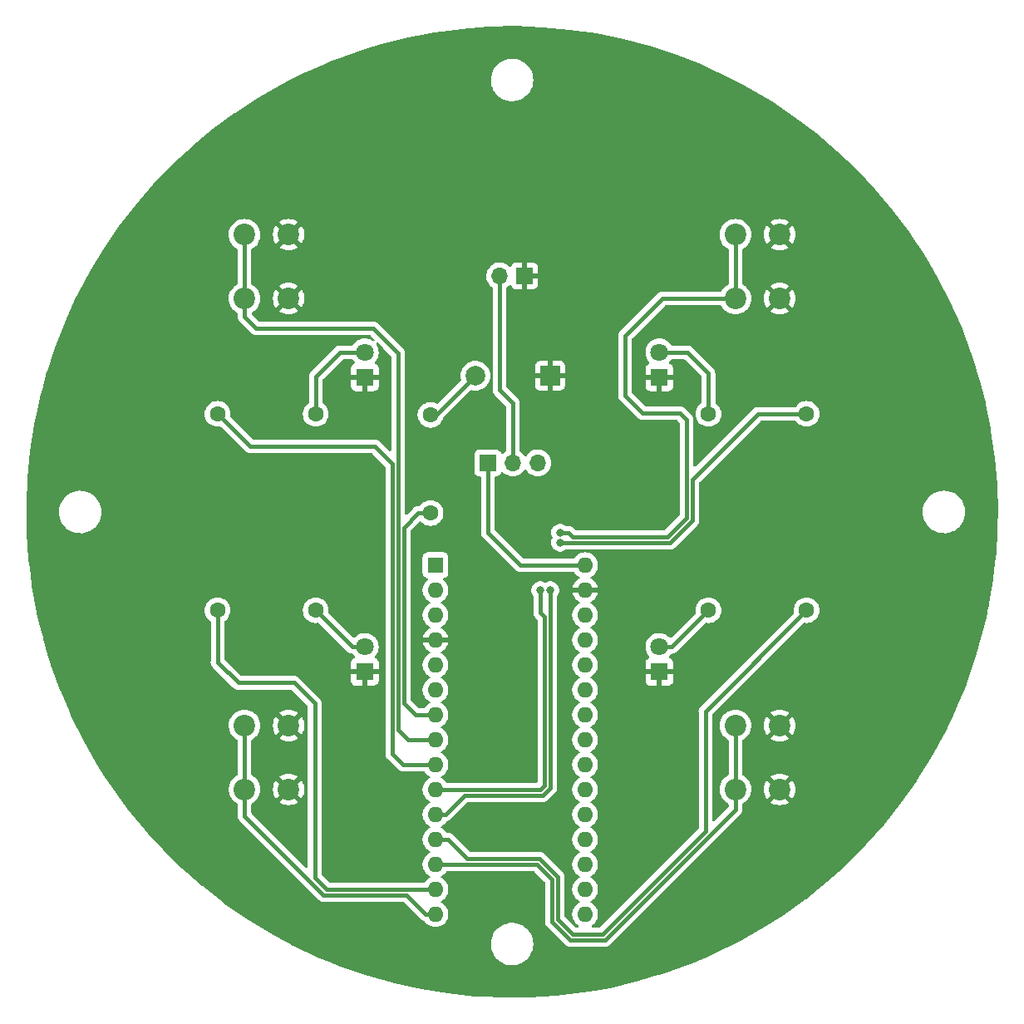
<source format=gbr>
%TF.GenerationSoftware,KiCad,Pcbnew,(5.99.0-8542-g320ca5a0d0)*%
%TF.CreationDate,2021-01-25T09:29:34-05:00*%
%TF.ProjectId,Memory Game,4d656d6f-7279-4204-9761-6d652e6b6963,rev?*%
%TF.SameCoordinates,Original*%
%TF.FileFunction,Copper,L1,Top*%
%TF.FilePolarity,Positive*%
%FSLAX46Y46*%
G04 Gerber Fmt 4.6, Leading zero omitted, Abs format (unit mm)*
G04 Created by KiCad (PCBNEW (5.99.0-8542-g320ca5a0d0)) date 2021-01-25 09:29:34*
%MOMM*%
%LPD*%
G01*
G04 APERTURE LIST*
%TA.AperFunction,ComponentPad*%
%ADD10R,1.800000X1.800000*%
%TD*%
%TA.AperFunction,ComponentPad*%
%ADD11C,1.800000*%
%TD*%
%TA.AperFunction,ComponentPad*%
%ADD12C,2.200000*%
%TD*%
%TA.AperFunction,ComponentPad*%
%ADD13R,1.600000X1.600000*%
%TD*%
%TA.AperFunction,ComponentPad*%
%ADD14O,1.600000X1.600000*%
%TD*%
%TA.AperFunction,ComponentPad*%
%ADD15C,2.000000*%
%TD*%
%TA.AperFunction,ComponentPad*%
%ADD16R,2.000000X2.000000*%
%TD*%
%TA.AperFunction,ComponentPad*%
%ADD17O,1.700000X1.700000*%
%TD*%
%TA.AperFunction,ComponentPad*%
%ADD18R,1.700000X1.700000*%
%TD*%
%TA.AperFunction,ComponentPad*%
%ADD19C,1.600000*%
%TD*%
%TA.AperFunction,ViaPad*%
%ADD20C,0.800000*%
%TD*%
%TA.AperFunction,Conductor*%
%ADD21C,0.381000*%
%TD*%
G04 APERTURE END LIST*
D10*
%TO.P,RED,1,K*%
%TO.N,GND*%
X85000000Y-86270000D03*
D11*
%TO.P,RED,2,A*%
%TO.N,Net-(D1-Pad2)*%
X85000000Y-83730000D03*
%TD*%
D10*
%TO.P,BLUE,1,K*%
%TO.N,GND*%
X115000000Y-86270000D03*
D11*
%TO.P,BLUE,2,A*%
%TO.N,Net-(D2-Pad2)*%
X115000000Y-83730000D03*
%TD*%
D10*
%TO.P,GREEN,1,K*%
%TO.N,GND*%
X115000000Y-116270000D03*
D11*
%TO.P,GREEN,2,A*%
%TO.N,Net-(D3-Pad2)*%
X115000000Y-113730000D03*
%TD*%
D10*
%TO.P,YELLOW,1,K*%
%TO.N,GND*%
X85000000Y-116270000D03*
D11*
%TO.P,YELLOW,2,A*%
%TO.N,Net-(D4-Pad2)*%
X85000000Y-113730000D03*
%TD*%
D12*
%TO.P,SW1,1,1*%
%TO.N,BUTTON_1*%
X72750000Y-78250000D03*
X72750000Y-71750000D03*
%TO.P,SW1,2,2*%
%TO.N,GND*%
X77250000Y-71750000D03*
X77250000Y-78250000D03*
%TD*%
%TO.P,SW2,1,1*%
%TO.N,BUTTON_2*%
X122750000Y-78250000D03*
X122750000Y-71750000D03*
%TO.P,SW2,2,2*%
%TO.N,GND*%
X127250000Y-71750000D03*
X127250000Y-78250000D03*
%TD*%
%TO.P,SW3,1,1*%
%TO.N,BUTTON_3*%
X122750000Y-121750000D03*
X122750000Y-128250000D03*
%TO.P,SW3,2,2*%
%TO.N,GND*%
X127250000Y-128250000D03*
X127250000Y-121750000D03*
%TD*%
%TO.P,SW4,1,1*%
%TO.N,BUTTON_4*%
X72750000Y-128250000D03*
X72750000Y-121750000D03*
%TO.P,SW4,2,2*%
%TO.N,GND*%
X77250000Y-128250000D03*
X77250000Y-121750000D03*
%TD*%
D13*
%TO.P,A1,1,D1/TX*%
%TO.N,STX*%
X92202000Y-105410000D03*
D14*
%TO.P,A1,2,D0/RX*%
%TO.N,SRX*%
X92202000Y-107950000D03*
%TO.P,A1,3,~RESET*%
%TO.N,RESET_2*%
X92202000Y-110490000D03*
%TO.P,A1,4,GND*%
%TO.N,GND*%
X92202000Y-113030000D03*
%TO.P,A1,5,D2*%
%TO.N,no_connect_(A1-Pad5)*%
X92202000Y-115570000D03*
%TO.P,A1,6,D3*%
%TO.N,no_connect_(A1-Pad6)*%
X92202000Y-118110000D03*
%TO.P,A1,7,D4*%
%TO.N,Speaker*%
X92202000Y-120650000D03*
%TO.P,A1,8,D5*%
%TO.N,BUTTON_1*%
X92202000Y-123190000D03*
%TO.P,A1,9,D6*%
%TO.N,LED_1*%
X92202000Y-125730000D03*
%TO.P,A1,10,D7*%
%TO.N,BUTTON_2*%
X92202000Y-128270000D03*
%TO.P,A1,11,D8*%
%TO.N,LED_2*%
X92202000Y-130810000D03*
%TO.P,A1,12,D9*%
%TO.N,LED_3*%
X92202000Y-133350000D03*
%TO.P,A1,13,D10*%
%TO.N,BUTTON_3*%
X92202000Y-135890000D03*
%TO.P,A1,14,D11*%
%TO.N,LED_4*%
X92202000Y-138430000D03*
%TO.P,A1,15,D12*%
%TO.N,BUTTON_4*%
X92202000Y-140970000D03*
%TO.P,A1,16,D13*%
%TO.N,BLINK*%
X107442000Y-140970000D03*
%TO.P,A1,17,3V3*%
%TO.N,no_connect_(A1-Pad17)*%
X107442000Y-138430000D03*
%TO.P,A1,18,AREF*%
%TO.N,no_connect_(A1-Pad18)*%
X107442000Y-135890000D03*
%TO.P,A1,19,A0*%
%TO.N,no_connect_(A1-Pad19)*%
X107442000Y-133350000D03*
%TO.P,A1,20,A1*%
%TO.N,no_connect_(A1-Pad20)*%
X107442000Y-130810000D03*
%TO.P,A1,21,A2*%
%TO.N,no_connect_(A1-Pad21)*%
X107442000Y-128270000D03*
%TO.P,A1,22,A3*%
%TO.N,no_connect_(A1-Pad22)*%
X107442000Y-125730000D03*
%TO.P,A1,23,A4*%
%TO.N,no_connect_(A1-Pad23)*%
X107442000Y-123190000D03*
%TO.P,A1,24,A5*%
%TO.N,no_connect_(A1-Pad24)*%
X107442000Y-120650000D03*
%TO.P,A1,25,A6*%
%TO.N,A6*%
X107442000Y-118110000D03*
%TO.P,A1,26,A7*%
%TO.N,A7*%
X107442000Y-115570000D03*
%TO.P,A1,27,+5V*%
%TO.N,no_connect_(A1-Pad27)*%
X107442000Y-113030000D03*
%TO.P,A1,28,~RESET*%
%TO.N,RESET_1*%
X107442000Y-110490000D03*
%TO.P,A1,29,GND*%
%TO.N,GND*%
X107442000Y-107950000D03*
%TO.P,A1,30,VIN*%
%TO.N,VCC*%
X107442000Y-105410000D03*
%TD*%
D15*
%TO.P,LS1,1,1*%
%TO.N,Net-(LS1-Pad1)*%
X96266000Y-86106000D03*
D16*
%TO.P,LS1,2,2*%
%TO.N,GND*%
X103866000Y-86106000D03*
%TD*%
D17*
%TO.P,J1,1,Pin_1*%
%TO.N,BATTERY*%
X98730000Y-75946000D03*
D18*
%TO.P,J1,2,Pin_2*%
%TO.N,GND*%
X101270000Y-75946000D03*
%TD*%
%TO.P,SW5,1,A*%
%TO.N,VCC*%
X97536000Y-94996000D03*
D17*
%TO.P,SW5,2,B*%
%TO.N,BATTERY*%
X100076000Y-94996000D03*
%TO.P,SW5,3,C*%
%TO.N,no_connect_(SW5-Pad3)*%
X102616000Y-94996000D03*
%TD*%
D19*
%TO.P,R1,1*%
%TO.N,Speaker*%
X91694000Y-100100000D03*
%TO.P,R1,2*%
%TO.N,Net-(LS1-Pad1)*%
X91694000Y-90100000D03*
%TD*%
%TO.P,R3,1*%
%TO.N,LED_2*%
X130000000Y-90000000D03*
%TO.P,R3,2*%
%TO.N,Net-(D2-Pad2)*%
X120000000Y-90000000D03*
%TD*%
%TO.P,R2,1*%
%TO.N,LED_1*%
X70000000Y-90000000D03*
%TO.P,R2,2*%
%TO.N,Net-(D1-Pad2)*%
X80000000Y-90000000D03*
%TD*%
%TO.P,R4,1*%
%TO.N,LED_3*%
X130000000Y-110000000D03*
%TO.P,R4,2*%
%TO.N,Net-(D3-Pad2)*%
X120000000Y-110000000D03*
%TD*%
%TO.P,R5,1*%
%TO.N,LED_4*%
X70000000Y-110000000D03*
%TO.P,R5,2*%
%TO.N,Net-(D4-Pad2)*%
X80000000Y-110000000D03*
%TD*%
D20*
%TO.N,BUTTON_2*%
X104902000Y-102108000D03*
X102870000Y-107950000D03*
%TO.N,LED_2*%
X103886000Y-107950000D03*
X104902000Y-103124000D03*
%TD*%
D21*
%TO.N,BUTTON_1*%
X92202000Y-123190000D02*
X89408000Y-123190000D01*
X85852000Y-81280000D02*
X88392000Y-83820000D01*
X89408000Y-123190000D02*
X88392000Y-122174000D01*
X73914000Y-81280000D02*
X85852000Y-81280000D01*
X72750000Y-78250000D02*
X72750000Y-71750000D01*
X72750000Y-80116000D02*
X73914000Y-81280000D01*
X72750000Y-78250000D02*
X72750000Y-80116000D01*
X88392000Y-122174000D02*
X88392000Y-83820000D01*
X88392000Y-83820000D02*
X87376000Y-82804000D01*
X87376000Y-82804000D02*
X86614000Y-82042000D01*
X87703010Y-83131010D02*
X87376000Y-82804000D01*
%TO.N,BUTTON_2*%
X103304990Y-110670990D02*
X102870000Y-110236000D01*
X115298000Y-78250000D02*
X122750000Y-78250000D01*
X106172000Y-102542990D02*
X115837338Y-102542990D01*
X111506000Y-82042000D02*
X115298000Y-78250000D01*
X100076000Y-128270000D02*
X92202000Y-128270000D01*
X111506000Y-88138000D02*
X111506000Y-82042000D01*
X102870000Y-110236000D02*
X102870000Y-107950000D01*
X104902000Y-102108000D02*
X105737010Y-102108000D01*
X105737010Y-102108000D02*
X106172000Y-102542990D01*
X103304990Y-127835010D02*
X103304990Y-110670990D01*
X115837338Y-102542990D02*
X117782990Y-100597338D01*
X122750000Y-71750000D02*
X122750000Y-78250000D01*
X113284000Y-89916000D02*
X111506000Y-88138000D01*
X102870000Y-128270000D02*
X103304990Y-127835010D01*
X117782990Y-90604990D02*
X117094000Y-89916000D01*
X117782990Y-100597338D02*
X117782990Y-90604990D01*
X117094000Y-89916000D02*
X113284000Y-89916000D01*
X100076000Y-128270000D02*
X102870000Y-128270000D01*
%TO.N,BUTTON_3*%
X109460663Y-143583009D02*
X122750000Y-130293672D01*
X105931338Y-143583010D02*
X109460663Y-143583009D01*
X92202000Y-135890000D02*
X102556328Y-135890000D01*
X104066991Y-141718663D02*
X105931338Y-143583010D01*
X102556328Y-135890000D02*
X104066990Y-137400662D01*
X122750000Y-121750000D02*
X122750000Y-128250000D01*
X104066990Y-137400662D02*
X104066991Y-141718663D01*
X122750000Y-130293672D02*
X122750000Y-128250000D01*
%TO.N,BUTTON_4*%
X72750000Y-130916000D02*
X72750000Y-130650000D01*
X72750000Y-128250000D02*
X72750000Y-125370000D01*
X72750000Y-130650000D02*
X72750000Y-128250000D01*
X72750000Y-121750000D02*
X72750000Y-125370000D01*
X89211020Y-139011020D02*
X80811020Y-139011020D01*
X72750000Y-130950000D02*
X72750000Y-130650000D01*
X80811020Y-139011020D02*
X72750000Y-130950000D01*
X92202000Y-140970000D02*
X91170000Y-140970000D01*
X91170000Y-140970000D02*
X89211020Y-139011020D01*
%TO.N,LED_1*%
X87810990Y-124640990D02*
X87810990Y-95110990D01*
X87810990Y-95110990D02*
X86000000Y-93300000D01*
X92202000Y-125730000D02*
X88900000Y-125730000D01*
X88900000Y-125730000D02*
X87810990Y-124640990D01*
X86000000Y-93300000D02*
X73300000Y-93300000D01*
X73300000Y-93300000D02*
X70000000Y-90000000D01*
%TO.N,LED_2*%
X103886000Y-107950000D02*
X103886000Y-128075686D01*
X95148980Y-128851020D02*
X93190000Y-130810000D01*
X116078000Y-103124000D02*
X118364000Y-100838000D01*
X118364000Y-100838000D02*
X118364000Y-96664000D01*
X103886000Y-128075686D02*
X103110666Y-128851020D01*
X125028000Y-90000000D02*
X118364000Y-96664000D01*
X93190000Y-130810000D02*
X92202000Y-130810000D01*
X104902000Y-103124000D02*
X116078000Y-103124000D01*
X103110666Y-128851020D02*
X95148980Y-128851020D01*
X130000000Y-90000000D02*
X125028000Y-90000000D01*
%TO.N,LED_3*%
X95400000Y-135300000D02*
X95100000Y-135000000D01*
X102788000Y-135300000D02*
X95400000Y-135300000D01*
X93450000Y-133350000D02*
X92202000Y-133350000D01*
X119700000Y-132522000D02*
X119700000Y-132400000D01*
X104648000Y-141478000D02*
X104648000Y-137160000D01*
X104648000Y-137160000D02*
X102788000Y-135300000D01*
X106172000Y-143002000D02*
X104648000Y-141478000D01*
X119700000Y-132522000D02*
X119700000Y-120300000D01*
X95400000Y-135300000D02*
X93450000Y-133350000D01*
X109220000Y-143002000D02*
X106172000Y-143002000D01*
X119700000Y-132522000D02*
X109220000Y-143002000D01*
X119700000Y-120300000D02*
X130000000Y-110000000D01*
%TO.N,LED_4*%
X72100000Y-117400000D02*
X70000000Y-115300000D01*
X81085672Y-138430000D02*
X79900000Y-137244328D01*
X70000000Y-115300000D02*
X70000000Y-110000000D01*
X79900000Y-119500000D02*
X77800000Y-117400000D01*
X77800000Y-117400000D02*
X72100000Y-117400000D01*
X92202000Y-138430000D02*
X81085672Y-138430000D01*
X79900000Y-137244328D02*
X79900000Y-119500000D01*
%TO.N,Speaker*%
X88973010Y-119453010D02*
X90170000Y-120650000D01*
X88973010Y-101573010D02*
X88973010Y-119453010D01*
X91694000Y-100100000D02*
X90446020Y-100100000D01*
X90170000Y-120650000D02*
X92202000Y-120650000D01*
X90446020Y-100100000D02*
X88973010Y-101573010D01*
%TO.N,VCC*%
X97536000Y-102108000D02*
X100838000Y-105410000D01*
X100838000Y-105410000D02*
X107442000Y-105410000D01*
X97536000Y-94996000D02*
X97536000Y-102108000D01*
%TO.N,BATTERY*%
X98730000Y-87554000D02*
X98730000Y-75946000D01*
X100076000Y-88900000D02*
X98730000Y-87554000D01*
X100076000Y-94996000D02*
X100076000Y-88900000D01*
%TO.N,Net-(LS1-Pad1)*%
X91694000Y-90100000D02*
X92272000Y-90100000D01*
X92272000Y-90100000D02*
X96266000Y-86106000D01*
%TO.N,Net-(D1-Pad2)*%
X80000000Y-86200000D02*
X82470000Y-83730000D01*
X82470000Y-83730000D02*
X85000000Y-83730000D01*
X80000000Y-90000000D02*
X80000000Y-86200000D01*
%TO.N,Net-(D2-Pad2)*%
X120000000Y-85900000D02*
X120000000Y-90000000D01*
X115000000Y-83730000D02*
X117830000Y-83730000D01*
X117830000Y-83730000D02*
X120000000Y-85900000D01*
%TO.N,Net-(D3-Pad2)*%
X116270000Y-113730000D02*
X115000000Y-113730000D01*
X120000000Y-110000000D02*
X116270000Y-113730000D01*
%TO.N,Net-(D4-Pad2)*%
X85000000Y-113730000D02*
X83730000Y-113730000D01*
X83730000Y-113730000D02*
X80000000Y-110000000D01*
%TD*%
%TA.AperFunction,Conductor*%
%TO.N,GND*%
G36*
X100349029Y-50509527D02*
G01*
X101726572Y-50557632D01*
X103104124Y-50605738D01*
X103111129Y-50606178D01*
X105856522Y-50856029D01*
X105863508Y-50856862D01*
X108590676Y-51259575D01*
X108597606Y-51260797D01*
X111298042Y-51815117D01*
X111304892Y-51816723D01*
X113970177Y-52520922D01*
X113976927Y-52522909D01*
X116598763Y-53374794D01*
X116605392Y-53377154D01*
X119175567Y-54374060D01*
X119182053Y-54376787D01*
X120239447Y-54856442D01*
X121692583Y-55515614D01*
X121698883Y-55518686D01*
X123508269Y-56464610D01*
X124141924Y-56795877D01*
X124148066Y-56799310D01*
X126516014Y-58210891D01*
X126521955Y-58214661D01*
X128807395Y-59756208D01*
X128813117Y-59760304D01*
X131008954Y-61427036D01*
X131014437Y-61431445D01*
X133113803Y-63218146D01*
X133119014Y-63222838D01*
X135115397Y-65123967D01*
X135120337Y-65128942D01*
X137007470Y-67138534D01*
X137012133Y-67143786D01*
X138784141Y-69255584D01*
X138788511Y-69261098D01*
X140439870Y-71468515D01*
X140443926Y-71474265D01*
X140874295Y-72122022D01*
X141642817Y-73278740D01*
X141969478Y-73770405D01*
X141973202Y-73776364D01*
X142554780Y-74767640D01*
X143368216Y-76154108D01*
X143371605Y-76160274D01*
X144631706Y-78612166D01*
X144634747Y-78618511D01*
X145756024Y-81136939D01*
X145758705Y-81143445D01*
X146737633Y-83720491D01*
X146739947Y-83727135D01*
X147034566Y-84655891D01*
X147531380Y-86222046D01*
X147573515Y-86354873D01*
X147575450Y-86361623D01*
X148218371Y-88865633D01*
X148261023Y-89031751D01*
X148262581Y-89038609D01*
X148732728Y-91413021D01*
X148798036Y-91742852D01*
X148799207Y-91749773D01*
X149116483Y-94007309D01*
X149182877Y-94479726D01*
X149183661Y-94486719D01*
X149414337Y-97233774D01*
X149414730Y-97240799D01*
X149491827Y-100000918D01*
X149491864Y-100006195D01*
X149472742Y-101375692D01*
X149472558Y-101380962D01*
X149435217Y-102048855D01*
X149318423Y-104137862D01*
X149317834Y-104144873D01*
X149200897Y-105187393D01*
X149025897Y-106747553D01*
X149010544Y-106884424D01*
X149009565Y-106891390D01*
X148593698Y-109350150D01*
X148549825Y-109609540D01*
X148548459Y-109616439D01*
X148299415Y-110712607D01*
X147937704Y-112304683D01*
X147935954Y-112311498D01*
X147176089Y-114961462D01*
X147173961Y-114968169D01*
X146270495Y-117562574D01*
X146267370Y-117571547D01*
X146264875Y-117578117D01*
X145225282Y-120100359D01*
X145214356Y-120126868D01*
X145211497Y-120133290D01*
X144084023Y-122486510D01*
X144020341Y-122619424D01*
X144017130Y-122625672D01*
X143321385Y-123891227D01*
X142689043Y-125041452D01*
X142685482Y-125047521D01*
X141224642Y-127385354D01*
X141220748Y-127391214D01*
X139631663Y-129643887D01*
X139627448Y-129649522D01*
X137915115Y-131809947D01*
X137910593Y-131815337D01*
X136080302Y-133876844D01*
X136075485Y-133881973D01*
X134132988Y-135838078D01*
X134127892Y-135842930D01*
X133258311Y-136625905D01*
X132079243Y-137687543D01*
X132073903Y-137692089D01*
X131162936Y-138424525D01*
X129925434Y-139419502D01*
X129919830Y-139423756D01*
X129568050Y-139675606D01*
X127678309Y-141028528D01*
X127672508Y-141032440D01*
X125485809Y-142420160D01*
X125344887Y-142509592D01*
X125338846Y-142513193D01*
X123251514Y-143679764D01*
X122932428Y-143858095D01*
X122926200Y-143861352D01*
X120803615Y-144896605D01*
X120448451Y-145069830D01*
X120442049Y-145072734D01*
X119776644Y-145352445D01*
X117900691Y-146141023D01*
X117894131Y-146143567D01*
X117208330Y-146387770D01*
X115297134Y-147068317D01*
X115290464Y-147070484D01*
X114583871Y-147278446D01*
X112645832Y-147848841D01*
X112639029Y-147850638D01*
X109955135Y-148480140D01*
X109948243Y-148481555D01*
X109003643Y-148648114D01*
X107233360Y-148960263D01*
X107226434Y-148961285D01*
X104489062Y-149287698D01*
X104482070Y-149288333D01*
X101730742Y-149461432D01*
X101723743Y-149461676D01*
X100189437Y-149472388D01*
X98967050Y-149480922D01*
X98960015Y-149480775D01*
X97109940Y-149390292D01*
X96206533Y-149346108D01*
X96199530Y-149345569D01*
X93457884Y-149057410D01*
X93450909Y-149056479D01*
X90729641Y-148615730D01*
X90722729Y-148614412D01*
X89565181Y-148359909D01*
X88030271Y-148022437D01*
X88023472Y-148020740D01*
X85368276Y-147279396D01*
X85361554Y-147277316D01*
X82751852Y-146388900D01*
X82745258Y-146386447D01*
X81552190Y-145904417D01*
X80189266Y-145353761D01*
X80182834Y-145350951D01*
X77688446Y-144177181D01*
X77682167Y-144174010D01*
X77480003Y-144064700D01*
X77318441Y-143977344D01*
X97836619Y-143977344D01*
X97853560Y-144271158D01*
X97910219Y-144559955D01*
X98005549Y-144838390D01*
X98007476Y-144842221D01*
X98125110Y-145076109D01*
X98137785Y-145101311D01*
X98304479Y-145343853D01*
X98502548Y-145561528D01*
X98505836Y-145564277D01*
X98725035Y-145747556D01*
X98725040Y-145747560D01*
X98728327Y-145750308D01*
X98786403Y-145786739D01*
X98973996Y-145904417D01*
X98974000Y-145904419D01*
X98977636Y-145906700D01*
X99111750Y-145967255D01*
X99241952Y-146026044D01*
X99241956Y-146026046D01*
X99245864Y-146027810D01*
X99249984Y-146029030D01*
X99249983Y-146029030D01*
X99523934Y-146110178D01*
X99523938Y-146110179D01*
X99528047Y-146111396D01*
X99532281Y-146112044D01*
X99532286Y-146112045D01*
X99814721Y-146155263D01*
X99814723Y-146155263D01*
X99818963Y-146155912D01*
X99968764Y-146158265D01*
X100108938Y-146160468D01*
X100108944Y-146160468D01*
X100113229Y-146160535D01*
X100405399Y-146125178D01*
X100690068Y-146050497D01*
X100694028Y-146048857D01*
X100694033Y-146048855D01*
X100840405Y-145988225D01*
X100961968Y-145937872D01*
X101012291Y-145908466D01*
X101039067Y-145892819D01*
X101216067Y-145789389D01*
X101447664Y-145607794D01*
X101652473Y-145396448D01*
X101826703Y-145159261D01*
X101967132Y-144900623D01*
X102071161Y-144625320D01*
X102136864Y-144338446D01*
X102163026Y-144045309D01*
X102163500Y-144000000D01*
X102162247Y-143981624D01*
X102143775Y-143710656D01*
X102143774Y-143710650D01*
X102143483Y-143706379D01*
X102083802Y-143418192D01*
X101985562Y-143140771D01*
X101850581Y-142879249D01*
X101681355Y-142638465D01*
X101481018Y-142422876D01*
X101458906Y-142404777D01*
X101291156Y-142267476D01*
X101253275Y-142236471D01*
X101002341Y-142082699D01*
X100998405Y-142080971D01*
X100736787Y-141966128D01*
X100736783Y-141966127D01*
X100732859Y-141964404D01*
X100449817Y-141883778D01*
X100445575Y-141883174D01*
X100445569Y-141883173D01*
X100162702Y-141842915D01*
X100158451Y-141842310D01*
X100003314Y-141841498D01*
X99868439Y-141840791D01*
X99868433Y-141840791D01*
X99864153Y-141840769D01*
X99859909Y-141841328D01*
X99859905Y-141841328D01*
X99731574Y-141858223D01*
X99572368Y-141879183D01*
X99568228Y-141880316D01*
X99568226Y-141880316D01*
X99551269Y-141884955D01*
X99288497Y-141956842D01*
X99017792Y-142072307D01*
X98922046Y-142129610D01*
X98768943Y-142221240D01*
X98768939Y-142221243D01*
X98765261Y-142223444D01*
X98535579Y-142407454D01*
X98332995Y-142620933D01*
X98161257Y-142859931D01*
X98023544Y-143120025D01*
X97922405Y-143396403D01*
X97859709Y-143683949D01*
X97836619Y-143977344D01*
X77318441Y-143977344D01*
X76783716Y-143688219D01*
X75257197Y-142862833D01*
X75251104Y-142859315D01*
X72903117Y-141414824D01*
X72897229Y-141410971D01*
X70633498Y-139837637D01*
X70627835Y-139833461D01*
X68455523Y-138136264D01*
X68450101Y-138131779D01*
X66858225Y-136738197D01*
X66375881Y-136315937D01*
X66370720Y-136311159D01*
X64401065Y-134382331D01*
X64396208Y-134377301D01*
X62903745Y-132742844D01*
X62537333Y-132341571D01*
X62532735Y-132336245D01*
X60790382Y-130199909D01*
X60786089Y-130194334D01*
X59165711Y-127964075D01*
X59161736Y-127958269D01*
X58544817Y-127000999D01*
X57668379Y-125641033D01*
X57664750Y-125635043D01*
X56303076Y-123238062D01*
X56299776Y-123231857D01*
X56295854Y-123223955D01*
X55074014Y-120762575D01*
X55071065Y-120756193D01*
X54930141Y-120427393D01*
X53985069Y-118222373D01*
X53982482Y-118215838D01*
X53941968Y-118104525D01*
X53100498Y-115792607D01*
X53039617Y-115625338D01*
X53037396Y-115618661D01*
X52700685Y-114503421D01*
X52240610Y-112979578D01*
X52238768Y-112972800D01*
X52201380Y-112818254D01*
X51843317Y-111338199D01*
X51590540Y-110293345D01*
X51589077Y-110286462D01*
X51161461Y-107956565D01*
X51091429Y-107574995D01*
X51090354Y-107568046D01*
X51070155Y-107408150D01*
X50847215Y-105643402D01*
X50744846Y-104833065D01*
X50744159Y-104826062D01*
X50551856Y-102076002D01*
X50551561Y-102068972D01*
X50522355Y-99977344D01*
X53836619Y-99977344D01*
X53853560Y-100271158D01*
X53910219Y-100559955D01*
X54005549Y-100838390D01*
X54137785Y-101101311D01*
X54211568Y-101208666D01*
X54276299Y-101302850D01*
X54304479Y-101343853D01*
X54349192Y-101392992D01*
X54490804Y-101548621D01*
X54502548Y-101561528D01*
X54525192Y-101580461D01*
X54725035Y-101747556D01*
X54725040Y-101747560D01*
X54728327Y-101750308D01*
X54845782Y-101823988D01*
X54973996Y-101904417D01*
X54974000Y-101904419D01*
X54977636Y-101906700D01*
X55111750Y-101967255D01*
X55241952Y-102026044D01*
X55241956Y-102026046D01*
X55245864Y-102027810D01*
X55249984Y-102029030D01*
X55249983Y-102029030D01*
X55523934Y-102110178D01*
X55523938Y-102110179D01*
X55528047Y-102111396D01*
X55532281Y-102112044D01*
X55532286Y-102112045D01*
X55814721Y-102155263D01*
X55814723Y-102155263D01*
X55818963Y-102155912D01*
X55968764Y-102158265D01*
X56108938Y-102160468D01*
X56108944Y-102160468D01*
X56113229Y-102160535D01*
X56405399Y-102125178D01*
X56690068Y-102050497D01*
X56694028Y-102048857D01*
X56694033Y-102048855D01*
X56840405Y-101988225D01*
X56961968Y-101937872D01*
X57001563Y-101914735D01*
X57103155Y-101855369D01*
X57216067Y-101789389D01*
X57447664Y-101607794D01*
X57553863Y-101498206D01*
X57635948Y-101413500D01*
X57652473Y-101396448D01*
X57826703Y-101159261D01*
X57967132Y-100900623D01*
X58071161Y-100625320D01*
X58136864Y-100338446D01*
X58163026Y-100045309D01*
X58163500Y-100000000D01*
X58162247Y-99981624D01*
X58143775Y-99710656D01*
X58143774Y-99710650D01*
X58143483Y-99706379D01*
X58130933Y-99645775D01*
X58099509Y-99494037D01*
X58083802Y-99418192D01*
X57985562Y-99140771D01*
X57895167Y-98965633D01*
X57852546Y-98883056D01*
X57852546Y-98883055D01*
X57850581Y-98879249D01*
X57841069Y-98865714D01*
X57683822Y-98641975D01*
X57683821Y-98641974D01*
X57681355Y-98638465D01*
X57481018Y-98422876D01*
X57458906Y-98404777D01*
X57256593Y-98239187D01*
X57253275Y-98236471D01*
X57002341Y-98082699D01*
X56998405Y-98080971D01*
X56736787Y-97966128D01*
X56736783Y-97966127D01*
X56732859Y-97964404D01*
X56449817Y-97883778D01*
X56445575Y-97883174D01*
X56445569Y-97883173D01*
X56162702Y-97842915D01*
X56158451Y-97842310D01*
X56003314Y-97841498D01*
X55868439Y-97840791D01*
X55868433Y-97840791D01*
X55864153Y-97840769D01*
X55859909Y-97841328D01*
X55859905Y-97841328D01*
X55731574Y-97858223D01*
X55572368Y-97879183D01*
X55568228Y-97880316D01*
X55568226Y-97880316D01*
X55552073Y-97884735D01*
X55288497Y-97956842D01*
X55017792Y-98072307D01*
X54865416Y-98163503D01*
X54768943Y-98221240D01*
X54768939Y-98221243D01*
X54765261Y-98223444D01*
X54535579Y-98407454D01*
X54415804Y-98533670D01*
X54362735Y-98589594D01*
X54332995Y-98620933D01*
X54161257Y-98859931D01*
X54023544Y-99120025D01*
X53922405Y-99396403D01*
X53859709Y-99683949D01*
X53836619Y-99977344D01*
X50522355Y-99977344D01*
X50513071Y-99312493D01*
X50513170Y-99305458D01*
X50628608Y-96551172D01*
X50629098Y-96544153D01*
X50898114Y-93800525D01*
X50898996Y-93793544D01*
X51320736Y-91069264D01*
X51322006Y-91062343D01*
X51547814Y-90000000D01*
X68686500Y-90000000D01*
X68706455Y-90228087D01*
X68707879Y-90233400D01*
X68707879Y-90233402D01*
X68751901Y-90397691D01*
X68765714Y-90449243D01*
X68768036Y-90454224D01*
X68768037Y-90454225D01*
X68860150Y-90651763D01*
X68860153Y-90651768D01*
X68862476Y-90656750D01*
X68865632Y-90661257D01*
X68865633Y-90661259D01*
X68990642Y-90839790D01*
X68993801Y-90844302D01*
X69155698Y-91006199D01*
X69160206Y-91009356D01*
X69160209Y-91009358D01*
X69338741Y-91134367D01*
X69343250Y-91137524D01*
X69348232Y-91139847D01*
X69348237Y-91139850D01*
X69545775Y-91231963D01*
X69550757Y-91234286D01*
X69556065Y-91235708D01*
X69556067Y-91235709D01*
X69766598Y-91292121D01*
X69766600Y-91292121D01*
X69771913Y-91293545D01*
X70000000Y-91313500D01*
X70005475Y-91313021D01*
X70222614Y-91294024D01*
X70222616Y-91294024D01*
X70228087Y-91293545D01*
X70229655Y-91293125D01*
X70299024Y-91300857D01*
X70339446Y-91327981D01*
X72786889Y-93775425D01*
X72792743Y-93781690D01*
X72828932Y-93823174D01*
X72880473Y-93859398D01*
X72885733Y-93863304D01*
X72935309Y-93902177D01*
X72942234Y-93905304D01*
X72945293Y-93907156D01*
X72957955Y-93914378D01*
X72961106Y-93916068D01*
X72967324Y-93920438D01*
X72974403Y-93923198D01*
X73026008Y-93943318D01*
X73032086Y-93945873D01*
X73089475Y-93971785D01*
X73096942Y-93973169D01*
X73100359Y-93974240D01*
X73114402Y-93978240D01*
X73117846Y-93979124D01*
X73124922Y-93981883D01*
X73155502Y-93985909D01*
X73187366Y-93990104D01*
X73193880Y-93991136D01*
X73248328Y-94001227D01*
X73255796Y-94002611D01*
X73263376Y-94002174D01*
X73263377Y-94002174D01*
X73314798Y-93999209D01*
X73322051Y-93999000D01*
X85658275Y-93999000D01*
X85726396Y-94019002D01*
X85747370Y-94035905D01*
X87075085Y-95363620D01*
X87109111Y-95425932D01*
X87111990Y-95452715D01*
X87111990Y-124614357D01*
X87111698Y-124622925D01*
X87107955Y-124677835D01*
X87109260Y-124685312D01*
X87109260Y-124685314D01*
X87118783Y-124739877D01*
X87119745Y-124746399D01*
X87127311Y-124808918D01*
X87129995Y-124816020D01*
X87130846Y-124819487D01*
X87134695Y-124833556D01*
X87135732Y-124836991D01*
X87137037Y-124844468D01*
X87140088Y-124851418D01*
X87140089Y-124851422D01*
X87162354Y-124902144D01*
X87164845Y-124908248D01*
X87187103Y-124967150D01*
X87191405Y-124973410D01*
X87193065Y-124976585D01*
X87200160Y-124989332D01*
X87201972Y-124992396D01*
X87205027Y-124999355D01*
X87213961Y-125010998D01*
X87243362Y-125049314D01*
X87247240Y-125054651D01*
X87282912Y-125106554D01*
X87288580Y-125111604D01*
X87288581Y-125111605D01*
X87327053Y-125145882D01*
X87332329Y-125150864D01*
X88386890Y-126205425D01*
X88392744Y-126211691D01*
X88428932Y-126253174D01*
X88435150Y-126257544D01*
X88480446Y-126289378D01*
X88485742Y-126293310D01*
X88535309Y-126332177D01*
X88542233Y-126335303D01*
X88545301Y-126337161D01*
X88557955Y-126344378D01*
X88561106Y-126346068D01*
X88567324Y-126350438D01*
X88574403Y-126353198D01*
X88626008Y-126373318D01*
X88632086Y-126375873D01*
X88689475Y-126401785D01*
X88696942Y-126403169D01*
X88700359Y-126404240D01*
X88714402Y-126408240D01*
X88717846Y-126409124D01*
X88724922Y-126411883D01*
X88755502Y-126415909D01*
X88787366Y-126420104D01*
X88793880Y-126421136D01*
X88848328Y-126431227D01*
X88855796Y-126432611D01*
X88863376Y-126432174D01*
X88863377Y-126432174D01*
X88914798Y-126429209D01*
X88922051Y-126429000D01*
X91028469Y-126429000D01*
X91096590Y-126449002D01*
X91131682Y-126482730D01*
X91195801Y-126574302D01*
X91357698Y-126736199D01*
X91362206Y-126739356D01*
X91362209Y-126739358D01*
X91467283Y-126812931D01*
X91545250Y-126867524D01*
X91550232Y-126869847D01*
X91550237Y-126869850D01*
X91584454Y-126885805D01*
X91637739Y-126932722D01*
X91657200Y-127000999D01*
X91636658Y-127068959D01*
X91584454Y-127114195D01*
X91550237Y-127130150D01*
X91550232Y-127130153D01*
X91545250Y-127132476D01*
X91540743Y-127135632D01*
X91540741Y-127135633D01*
X91362209Y-127260642D01*
X91362206Y-127260644D01*
X91357698Y-127263801D01*
X91195801Y-127425698D01*
X91192644Y-127430206D01*
X91192642Y-127430209D01*
X91067633Y-127608741D01*
X91064476Y-127613250D01*
X91062153Y-127618232D01*
X91062150Y-127618237D01*
X91002116Y-127746982D01*
X90967714Y-127820757D01*
X90966292Y-127826065D01*
X90966291Y-127826067D01*
X90909879Y-128036598D01*
X90908455Y-128041913D01*
X90888500Y-128270000D01*
X90908455Y-128498087D01*
X90909879Y-128503400D01*
X90909879Y-128503402D01*
X90941664Y-128622022D01*
X90967714Y-128719243D01*
X90970036Y-128724224D01*
X90970037Y-128724225D01*
X91062150Y-128921763D01*
X91062153Y-128921768D01*
X91064476Y-128926750D01*
X91067632Y-128931257D01*
X91067633Y-128931259D01*
X91192642Y-129109790D01*
X91195801Y-129114302D01*
X91357698Y-129276199D01*
X91362206Y-129279356D01*
X91362209Y-129279358D01*
X91526121Y-129394130D01*
X91545250Y-129407524D01*
X91550232Y-129409847D01*
X91550237Y-129409850D01*
X91584454Y-129425805D01*
X91637739Y-129472722D01*
X91657200Y-129540999D01*
X91636658Y-129608959D01*
X91584454Y-129654195D01*
X91550237Y-129670150D01*
X91550232Y-129670153D01*
X91545250Y-129672476D01*
X91540743Y-129675632D01*
X91540741Y-129675633D01*
X91362209Y-129800642D01*
X91362208Y-129800643D01*
X91357698Y-129803801D01*
X91195801Y-129965698D01*
X91192644Y-129970206D01*
X91192642Y-129970209D01*
X91067633Y-130148741D01*
X91064476Y-130153250D01*
X91062153Y-130158232D01*
X91062150Y-130158237D01*
X90974901Y-130345344D01*
X90967714Y-130360757D01*
X90966292Y-130366065D01*
X90966291Y-130366067D01*
X90912273Y-130567664D01*
X90908455Y-130581913D01*
X90888500Y-130810000D01*
X90908455Y-131038087D01*
X90909879Y-131043400D01*
X90909879Y-131043402D01*
X90913098Y-131055413D01*
X90967714Y-131259243D01*
X90970036Y-131264224D01*
X90970037Y-131264225D01*
X91062150Y-131461763D01*
X91062153Y-131461768D01*
X91064476Y-131466750D01*
X91067632Y-131471257D01*
X91067633Y-131471259D01*
X91192639Y-131649786D01*
X91195801Y-131654302D01*
X91357698Y-131816199D01*
X91362206Y-131819356D01*
X91362209Y-131819358D01*
X91514076Y-131925696D01*
X91545250Y-131947524D01*
X91550232Y-131949847D01*
X91550237Y-131949850D01*
X91584454Y-131965805D01*
X91637739Y-132012722D01*
X91657200Y-132080999D01*
X91636658Y-132148959D01*
X91584454Y-132194195D01*
X91550237Y-132210150D01*
X91550232Y-132210153D01*
X91545250Y-132212476D01*
X91540743Y-132215632D01*
X91540741Y-132215633D01*
X91362209Y-132340642D01*
X91362206Y-132340644D01*
X91357698Y-132343801D01*
X91195801Y-132505698D01*
X91192644Y-132510206D01*
X91192642Y-132510209D01*
X91072814Y-132681342D01*
X91064476Y-132693250D01*
X91062153Y-132698232D01*
X91062150Y-132698237D01*
X90982844Y-132868310D01*
X90967714Y-132900757D01*
X90908455Y-133121913D01*
X90888500Y-133350000D01*
X90908455Y-133578087D01*
X90967714Y-133799243D01*
X90970036Y-133804224D01*
X90970037Y-133804225D01*
X91062150Y-134001763D01*
X91062153Y-134001768D01*
X91064476Y-134006750D01*
X91195801Y-134194302D01*
X91357698Y-134356199D01*
X91362206Y-134359356D01*
X91362209Y-134359358D01*
X91395018Y-134382331D01*
X91545250Y-134487524D01*
X91550232Y-134489847D01*
X91550237Y-134489850D01*
X91584454Y-134505805D01*
X91637739Y-134552722D01*
X91657200Y-134620999D01*
X91636658Y-134688959D01*
X91584454Y-134734195D01*
X91550237Y-134750150D01*
X91550232Y-134750153D01*
X91545250Y-134752476D01*
X91540743Y-134755632D01*
X91540741Y-134755633D01*
X91362209Y-134880642D01*
X91362206Y-134880644D01*
X91357698Y-134883801D01*
X91195801Y-135045698D01*
X91192644Y-135050206D01*
X91192642Y-135050209D01*
X91067633Y-135228741D01*
X91064476Y-135233250D01*
X91062153Y-135238232D01*
X91062150Y-135238237D01*
X91003388Y-135364254D01*
X90967714Y-135440757D01*
X90908455Y-135661913D01*
X90888500Y-135890000D01*
X90908455Y-136118087D01*
X90967714Y-136339243D01*
X90970036Y-136344224D01*
X90970037Y-136344225D01*
X91062150Y-136541763D01*
X91062153Y-136541768D01*
X91064476Y-136546750D01*
X91067632Y-136551257D01*
X91067633Y-136551259D01*
X91192642Y-136729790D01*
X91195801Y-136734302D01*
X91357698Y-136896199D01*
X91362206Y-136899356D01*
X91362209Y-136899358D01*
X91540741Y-137024367D01*
X91545250Y-137027524D01*
X91550232Y-137029847D01*
X91550237Y-137029850D01*
X91584454Y-137045805D01*
X91637739Y-137092722D01*
X91657200Y-137160999D01*
X91636658Y-137228959D01*
X91584454Y-137274195D01*
X91550237Y-137290150D01*
X91550232Y-137290153D01*
X91545250Y-137292476D01*
X91540743Y-137295632D01*
X91540741Y-137295633D01*
X91362209Y-137420642D01*
X91362206Y-137420644D01*
X91357698Y-137423801D01*
X91195801Y-137585698D01*
X91131682Y-137677270D01*
X91076225Y-137721599D01*
X91028469Y-137731000D01*
X81427398Y-137731000D01*
X81359277Y-137710998D01*
X81338303Y-137694095D01*
X80635905Y-136991697D01*
X80601879Y-136929385D01*
X80599000Y-136902602D01*
X80599000Y-119526629D01*
X80599292Y-119518059D01*
X80600919Y-119494195D01*
X80603035Y-119463155D01*
X80592208Y-119401116D01*
X80591245Y-119394592D01*
X80584592Y-119339615D01*
X80584592Y-119339614D01*
X80583679Y-119332072D01*
X80580993Y-119324965D01*
X80580139Y-119321487D01*
X80576300Y-119307451D01*
X80575258Y-119304000D01*
X80573953Y-119296521D01*
X80548637Y-119238849D01*
X80546145Y-119232743D01*
X80526572Y-119180944D01*
X80526570Y-119180940D01*
X80523887Y-119173840D01*
X80519584Y-119167579D01*
X80517906Y-119164370D01*
X80510832Y-119151661D01*
X80509018Y-119148594D01*
X80505963Y-119141634D01*
X80467608Y-119091650D01*
X80463744Y-119086331D01*
X80428078Y-119034436D01*
X80383946Y-118995116D01*
X80378670Y-118990134D01*
X78313111Y-116924575D01*
X78307257Y-116918310D01*
X78307225Y-116918273D01*
X78271068Y-116876826D01*
X78219527Y-116840602D01*
X78214267Y-116836696D01*
X78164691Y-116797823D01*
X78157766Y-116794696D01*
X78154707Y-116792844D01*
X78142045Y-116785622D01*
X78138894Y-116783932D01*
X78132676Y-116779562D01*
X78073990Y-116756681D01*
X78067912Y-116754126D01*
X78010525Y-116728215D01*
X78003058Y-116726831D01*
X77999641Y-116725760D01*
X77985598Y-116721760D01*
X77982154Y-116720876D01*
X77975078Y-116718117D01*
X77944498Y-116714091D01*
X77912634Y-116709896D01*
X77906120Y-116708864D01*
X77851672Y-116698773D01*
X77851671Y-116698773D01*
X77844204Y-116697389D01*
X77836624Y-116697826D01*
X77836623Y-116697826D01*
X77785208Y-116700791D01*
X77777954Y-116701000D01*
X72441726Y-116701000D01*
X72373605Y-116680998D01*
X72352631Y-116664095D01*
X72226084Y-116537548D01*
X83587000Y-116537548D01*
X83587000Y-117167743D01*
X83587161Y-117172250D01*
X83591740Y-117236269D01*
X83594126Y-117249491D01*
X83630819Y-117374458D01*
X83638233Y-117390692D01*
X83707426Y-117498360D01*
X83719112Y-117511847D01*
X83815840Y-117595662D01*
X83830848Y-117605307D01*
X83947275Y-117658477D01*
X83964388Y-117663502D01*
X84095554Y-117682361D01*
X84104495Y-117683000D01*
X84727885Y-117683000D01*
X84743124Y-117678525D01*
X84744329Y-117677135D01*
X84746000Y-117669452D01*
X84746000Y-116542115D01*
X84744659Y-116537548D01*
X85254000Y-116537548D01*
X85254000Y-117664885D01*
X85258475Y-117680124D01*
X85259865Y-117681329D01*
X85267548Y-117683000D01*
X85897743Y-117683000D01*
X85902250Y-117682839D01*
X85966269Y-117678260D01*
X85979491Y-117675874D01*
X86104458Y-117639181D01*
X86120692Y-117631767D01*
X86228360Y-117562574D01*
X86241847Y-117550888D01*
X86325662Y-117454160D01*
X86335307Y-117439152D01*
X86388477Y-117322725D01*
X86393502Y-117305612D01*
X86412361Y-117174446D01*
X86413000Y-117165503D01*
X86413000Y-116542115D01*
X86408525Y-116526876D01*
X86407135Y-116525671D01*
X86399452Y-116524000D01*
X85272115Y-116524000D01*
X85256876Y-116528475D01*
X85255671Y-116529865D01*
X85254000Y-116537548D01*
X84744659Y-116537548D01*
X84741525Y-116526876D01*
X84740135Y-116525671D01*
X84732452Y-116524000D01*
X83605115Y-116524000D01*
X83589876Y-116528475D01*
X83588671Y-116529865D01*
X83587000Y-116537548D01*
X72226084Y-116537548D01*
X70735905Y-115047369D01*
X70701879Y-114985057D01*
X70699000Y-114958274D01*
X70699000Y-111173531D01*
X70719002Y-111105410D01*
X70752730Y-111070318D01*
X70839790Y-111009358D01*
X70844302Y-111006199D01*
X71006199Y-110844302D01*
X71078615Y-110740882D01*
X71134367Y-110661259D01*
X71134368Y-110661257D01*
X71137524Y-110656750D01*
X71139847Y-110651768D01*
X71139850Y-110651763D01*
X71231963Y-110454225D01*
X71231964Y-110454224D01*
X71234286Y-110449243D01*
X71239827Y-110428566D01*
X71292121Y-110233402D01*
X71292121Y-110233400D01*
X71293545Y-110228087D01*
X71313500Y-110000000D01*
X78686500Y-110000000D01*
X78706455Y-110228087D01*
X78707879Y-110233400D01*
X78707879Y-110233402D01*
X78760174Y-110428566D01*
X78765714Y-110449243D01*
X78768036Y-110454224D01*
X78768037Y-110454225D01*
X78860150Y-110651763D01*
X78860153Y-110651768D01*
X78862476Y-110656750D01*
X78865632Y-110661257D01*
X78865633Y-110661259D01*
X78921386Y-110740882D01*
X78993801Y-110844302D01*
X79155698Y-111006199D01*
X79160206Y-111009356D01*
X79160209Y-111009358D01*
X79338741Y-111134367D01*
X79343250Y-111137524D01*
X79348232Y-111139847D01*
X79348237Y-111139850D01*
X79420467Y-111173531D01*
X79550757Y-111234286D01*
X79556065Y-111235708D01*
X79556067Y-111235709D01*
X79766598Y-111292121D01*
X79766600Y-111292121D01*
X79771913Y-111293545D01*
X80000000Y-111313500D01*
X80005475Y-111313021D01*
X80222614Y-111294024D01*
X80222616Y-111294024D01*
X80228087Y-111293545D01*
X80229655Y-111293125D01*
X80299024Y-111300857D01*
X80339446Y-111327981D01*
X83216890Y-114205425D01*
X83222744Y-114211691D01*
X83258932Y-114253174D01*
X83265150Y-114257544D01*
X83310446Y-114289378D01*
X83315742Y-114293310D01*
X83365309Y-114332177D01*
X83372236Y-114335305D01*
X83375293Y-114337156D01*
X83387949Y-114344375D01*
X83391105Y-114346067D01*
X83397324Y-114350438D01*
X83456037Y-114373329D01*
X83462079Y-114375869D01*
X83512552Y-114398659D01*
X83512554Y-114398660D01*
X83519476Y-114401785D01*
X83526945Y-114403169D01*
X83530420Y-114404258D01*
X83544370Y-114408232D01*
X83547850Y-114409125D01*
X83554922Y-114411883D01*
X83617371Y-114420104D01*
X83623869Y-114421134D01*
X83685796Y-114432611D01*
X83696283Y-114432006D01*
X83698355Y-114432487D01*
X83700961Y-114432651D01*
X83700934Y-114433085D01*
X83765442Y-114448052D01*
X83814217Y-114497581D01*
X83819943Y-114508105D01*
X83823247Y-114512296D01*
X83967916Y-114695807D01*
X83966704Y-114696762D01*
X83995470Y-114753869D01*
X83988057Y-114824477D01*
X83943648Y-114879870D01*
X83907027Y-114897447D01*
X83895540Y-114900820D01*
X83879308Y-114908233D01*
X83771640Y-114977426D01*
X83758153Y-114989112D01*
X83674338Y-115085840D01*
X83664693Y-115100848D01*
X83611523Y-115217275D01*
X83606498Y-115234388D01*
X83587639Y-115365554D01*
X83587000Y-115374495D01*
X83587000Y-115997885D01*
X83591475Y-116013124D01*
X83592865Y-116014329D01*
X83600548Y-116016000D01*
X86394885Y-116016000D01*
X86410124Y-116011525D01*
X86411329Y-116010135D01*
X86413000Y-116002452D01*
X86413000Y-115372257D01*
X86412839Y-115367750D01*
X86408260Y-115303731D01*
X86405874Y-115290509D01*
X86369181Y-115165542D01*
X86361767Y-115149308D01*
X86292574Y-115041640D01*
X86280888Y-115028153D01*
X86184160Y-114944338D01*
X86169148Y-114934691D01*
X86071758Y-114890214D01*
X86018103Y-114843721D01*
X85998101Y-114775600D01*
X86018103Y-114707480D01*
X86034618Y-114686895D01*
X86080635Y-114640475D01*
X86080636Y-114640474D01*
X86084388Y-114636689D01*
X86132786Y-114567698D01*
X86218588Y-114445387D01*
X86218589Y-114445385D01*
X86221652Y-114441019D01*
X86225617Y-114432651D01*
X86320466Y-114232447D01*
X86323986Y-114225018D01*
X86388463Y-113994863D01*
X86401029Y-113874302D01*
X86412933Y-113760083D01*
X86412933Y-113760080D01*
X86413240Y-113757136D01*
X86413500Y-113730000D01*
X86393292Y-113491840D01*
X86391272Y-113484057D01*
X86334586Y-113265655D01*
X86334584Y-113265650D01*
X86333245Y-113260490D01*
X86235077Y-113042565D01*
X86101594Y-112844296D01*
X86079049Y-112820662D01*
X85940292Y-112675208D01*
X85936613Y-112671351D01*
X85744852Y-112528677D01*
X85740101Y-112526261D01*
X85740097Y-112526259D01*
X85536549Y-112422770D01*
X85536548Y-112422770D01*
X85531793Y-112420352D01*
X85303528Y-112349474D01*
X85282210Y-112346648D01*
X85071868Y-112318769D01*
X85071865Y-112318769D01*
X85066585Y-112318069D01*
X85061256Y-112318269D01*
X85061255Y-112318269D01*
X84964684Y-112321895D01*
X84827738Y-112327036D01*
X84741316Y-112345169D01*
X84599043Y-112375021D01*
X84599040Y-112375022D01*
X84593816Y-112376118D01*
X84371508Y-112463911D01*
X84366944Y-112466680D01*
X84366945Y-112466680D01*
X84171732Y-112585138D01*
X84171729Y-112585140D01*
X84167171Y-112587906D01*
X83986647Y-112744557D01*
X83960596Y-112776329D01*
X83901936Y-112816323D01*
X83830965Y-112818254D01*
X83774067Y-112785532D01*
X81327981Y-110339446D01*
X81293955Y-110277134D01*
X81293023Y-110230035D01*
X81293545Y-110228087D01*
X81294025Y-110222607D01*
X81313021Y-110005475D01*
X81313500Y-110000000D01*
X81293545Y-109771913D01*
X81259726Y-109645698D01*
X81235709Y-109556067D01*
X81235708Y-109556065D01*
X81234286Y-109550757D01*
X81201591Y-109480642D01*
X81139850Y-109348237D01*
X81139847Y-109348232D01*
X81137524Y-109343250D01*
X81050331Y-109218725D01*
X81009358Y-109160209D01*
X81009356Y-109160206D01*
X81006199Y-109155698D01*
X80844302Y-108993801D01*
X80839794Y-108990644D01*
X80839791Y-108990642D01*
X80661259Y-108865633D01*
X80661257Y-108865632D01*
X80656750Y-108862476D01*
X80651768Y-108860153D01*
X80651763Y-108860150D01*
X80454225Y-108768037D01*
X80454224Y-108768036D01*
X80449243Y-108765714D01*
X80443935Y-108764292D01*
X80443933Y-108764291D01*
X80233402Y-108707879D01*
X80233400Y-108707879D01*
X80228087Y-108706455D01*
X80000000Y-108686500D01*
X79771913Y-108706455D01*
X79766600Y-108707879D01*
X79766598Y-108707879D01*
X79556067Y-108764291D01*
X79556065Y-108764292D01*
X79550757Y-108765714D01*
X79545776Y-108768036D01*
X79545775Y-108768037D01*
X79348237Y-108860150D01*
X79348232Y-108860153D01*
X79343250Y-108862476D01*
X79338743Y-108865632D01*
X79338741Y-108865633D01*
X79160209Y-108990642D01*
X79160206Y-108990644D01*
X79155698Y-108993801D01*
X78993801Y-109155698D01*
X78990644Y-109160206D01*
X78990642Y-109160209D01*
X78949669Y-109218725D01*
X78862476Y-109343250D01*
X78860153Y-109348232D01*
X78860150Y-109348237D01*
X78798409Y-109480642D01*
X78765714Y-109550757D01*
X78764292Y-109556065D01*
X78764291Y-109556067D01*
X78740274Y-109645698D01*
X78706455Y-109771913D01*
X78686500Y-110000000D01*
X71313500Y-110000000D01*
X71293545Y-109771913D01*
X71259726Y-109645698D01*
X71235709Y-109556067D01*
X71235708Y-109556065D01*
X71234286Y-109550757D01*
X71201591Y-109480642D01*
X71139850Y-109348237D01*
X71139847Y-109348232D01*
X71137524Y-109343250D01*
X71050331Y-109218725D01*
X71009358Y-109160209D01*
X71009356Y-109160206D01*
X71006199Y-109155698D01*
X70844302Y-108993801D01*
X70839794Y-108990644D01*
X70839791Y-108990642D01*
X70661259Y-108865633D01*
X70661257Y-108865632D01*
X70656750Y-108862476D01*
X70651768Y-108860153D01*
X70651763Y-108860150D01*
X70454225Y-108768037D01*
X70454224Y-108768036D01*
X70449243Y-108765714D01*
X70443935Y-108764292D01*
X70443933Y-108764291D01*
X70233402Y-108707879D01*
X70233400Y-108707879D01*
X70228087Y-108706455D01*
X70000000Y-108686500D01*
X69771913Y-108706455D01*
X69766600Y-108707879D01*
X69766598Y-108707879D01*
X69556067Y-108764291D01*
X69556065Y-108764292D01*
X69550757Y-108765714D01*
X69545776Y-108768036D01*
X69545775Y-108768037D01*
X69348237Y-108860150D01*
X69348232Y-108860153D01*
X69343250Y-108862476D01*
X69338743Y-108865632D01*
X69338741Y-108865633D01*
X69160209Y-108990642D01*
X69160206Y-108990644D01*
X69155698Y-108993801D01*
X68993801Y-109155698D01*
X68990644Y-109160206D01*
X68990642Y-109160209D01*
X68949669Y-109218725D01*
X68862476Y-109343250D01*
X68860153Y-109348232D01*
X68860150Y-109348237D01*
X68798409Y-109480642D01*
X68765714Y-109550757D01*
X68764292Y-109556065D01*
X68764291Y-109556067D01*
X68740274Y-109645698D01*
X68706455Y-109771913D01*
X68686500Y-110000000D01*
X68706455Y-110228087D01*
X68707879Y-110233400D01*
X68707879Y-110233402D01*
X68760174Y-110428566D01*
X68765714Y-110449243D01*
X68768036Y-110454224D01*
X68768037Y-110454225D01*
X68860150Y-110651763D01*
X68860153Y-110651768D01*
X68862476Y-110656750D01*
X68865632Y-110661257D01*
X68865633Y-110661259D01*
X68921386Y-110740882D01*
X68993801Y-110844302D01*
X69155698Y-111006199D01*
X69160210Y-111009358D01*
X69247270Y-111070318D01*
X69291599Y-111125775D01*
X69301000Y-111173531D01*
X69301000Y-115273367D01*
X69300708Y-115281935D01*
X69296965Y-115336845D01*
X69298270Y-115344322D01*
X69298270Y-115344324D01*
X69307793Y-115398887D01*
X69308755Y-115405409D01*
X69316321Y-115467928D01*
X69319005Y-115475030D01*
X69319856Y-115478497D01*
X69323705Y-115492566D01*
X69324742Y-115496001D01*
X69326047Y-115503478D01*
X69329098Y-115510428D01*
X69329099Y-115510432D01*
X69351364Y-115561154D01*
X69353855Y-115567258D01*
X69376113Y-115626160D01*
X69380415Y-115632420D01*
X69382075Y-115635595D01*
X69389170Y-115648342D01*
X69390982Y-115651406D01*
X69394037Y-115658365D01*
X69420338Y-115692641D01*
X69432372Y-115708324D01*
X69436250Y-115713661D01*
X69471922Y-115765564D01*
X69477590Y-115770614D01*
X69477591Y-115770615D01*
X69516063Y-115804892D01*
X69521339Y-115809874D01*
X71586890Y-117875425D01*
X71592744Y-117881691D01*
X71628932Y-117923174D01*
X71635150Y-117927544D01*
X71680457Y-117959386D01*
X71685733Y-117963304D01*
X71735309Y-118002177D01*
X71742230Y-118005302D01*
X71745273Y-118007145D01*
X71757965Y-118014384D01*
X71761108Y-118016070D01*
X71767324Y-118020438D01*
X71774398Y-118023196D01*
X71774407Y-118023201D01*
X71826016Y-118043323D01*
X71832093Y-118045877D01*
X71882549Y-118068657D01*
X71889475Y-118071784D01*
X71896943Y-118073168D01*
X71900379Y-118074245D01*
X71914429Y-118078247D01*
X71917847Y-118079124D01*
X71924922Y-118081883D01*
X71987377Y-118090105D01*
X71993875Y-118091135D01*
X72055796Y-118102611D01*
X72063376Y-118102174D01*
X72063377Y-118102174D01*
X72114792Y-118099209D01*
X72122046Y-118099000D01*
X77458275Y-118099000D01*
X77526396Y-118119002D01*
X77547370Y-118135905D01*
X79164095Y-119752630D01*
X79198121Y-119814942D01*
X79201000Y-119841725D01*
X79201000Y-136108275D01*
X79180998Y-136176396D01*
X79127342Y-136222889D01*
X79057068Y-136232993D01*
X78992488Y-136203499D01*
X78985905Y-136197370D01*
X73485905Y-130697369D01*
X73451879Y-130635057D01*
X73449000Y-130608274D01*
X73449000Y-129778740D01*
X73469002Y-129710619D01*
X73509165Y-129671307D01*
X73537090Y-129654195D01*
X73698292Y-129555410D01*
X76309420Y-129555410D01*
X76315147Y-129563060D01*
X76513490Y-129684606D01*
X76522285Y-129689088D01*
X76746982Y-129782160D01*
X76756368Y-129785209D01*
X76992858Y-129841986D01*
X77002605Y-129843529D01*
X77245070Y-129862612D01*
X77254930Y-129862612D01*
X77497395Y-129843529D01*
X77507142Y-129841986D01*
X77743632Y-129785209D01*
X77753018Y-129782160D01*
X77977715Y-129689088D01*
X77986510Y-129684606D01*
X78181185Y-129565308D01*
X78190647Y-129554850D01*
X78186864Y-129546074D01*
X77262812Y-128622022D01*
X77248868Y-128614408D01*
X77247035Y-128614539D01*
X77240420Y-128618790D01*
X76316180Y-129543030D01*
X76309420Y-129555410D01*
X73698292Y-129555410D01*
X73698392Y-129555349D01*
X73702152Y-129552138D01*
X73702157Y-129552134D01*
X73887155Y-129394130D01*
X73890917Y-129390917D01*
X73943210Y-129329690D01*
X74052134Y-129202157D01*
X74052138Y-129202152D01*
X74055349Y-129198392D01*
X74187639Y-128982514D01*
X74210738Y-128926750D01*
X74282636Y-128753172D01*
X74282637Y-128753170D01*
X74284530Y-128748599D01*
X74331790Y-128551746D01*
X74342480Y-128507220D01*
X74342481Y-128507214D01*
X74343635Y-128502407D01*
X74363500Y-128250000D01*
X74363112Y-128245070D01*
X75637388Y-128245070D01*
X75637388Y-128254930D01*
X75656471Y-128497395D01*
X75658014Y-128507142D01*
X75714791Y-128743632D01*
X75717840Y-128753018D01*
X75810912Y-128977715D01*
X75815394Y-128986510D01*
X75934692Y-129181185D01*
X75945150Y-129190647D01*
X75953926Y-129186864D01*
X76877978Y-128262812D01*
X76884356Y-128251132D01*
X77614408Y-128251132D01*
X77614539Y-128252965D01*
X77618790Y-128259580D01*
X78543030Y-129183820D01*
X78555410Y-129190580D01*
X78563060Y-129184853D01*
X78684606Y-128986510D01*
X78689088Y-128977715D01*
X78782160Y-128753018D01*
X78785209Y-128743632D01*
X78841986Y-128507142D01*
X78843529Y-128497395D01*
X78862612Y-128254930D01*
X78862612Y-128245070D01*
X78843529Y-128002605D01*
X78841986Y-127992858D01*
X78785209Y-127756368D01*
X78782160Y-127746982D01*
X78689088Y-127522285D01*
X78684606Y-127513490D01*
X78565308Y-127318815D01*
X78554850Y-127309353D01*
X78546074Y-127313136D01*
X77622022Y-128237188D01*
X77614408Y-128251132D01*
X76884356Y-128251132D01*
X76885592Y-128248868D01*
X76885461Y-128247035D01*
X76881210Y-128240420D01*
X75956970Y-127316180D01*
X75944590Y-127309420D01*
X75936940Y-127315147D01*
X75815394Y-127513490D01*
X75810912Y-127522285D01*
X75717840Y-127746982D01*
X75714791Y-127756368D01*
X75658014Y-127992858D01*
X75656471Y-128002605D01*
X75637388Y-128245070D01*
X74363112Y-128245070D01*
X74343635Y-127997593D01*
X74335612Y-127964172D01*
X74285685Y-127756213D01*
X74284530Y-127751401D01*
X74225438Y-127608741D01*
X74189534Y-127522060D01*
X74189532Y-127522056D01*
X74187639Y-127517486D01*
X74055349Y-127301608D01*
X74052138Y-127297848D01*
X74052134Y-127297843D01*
X73894130Y-127112845D01*
X73890917Y-127109083D01*
X73764367Y-127000999D01*
X73702157Y-126947866D01*
X73702152Y-126947862D01*
X73698976Y-126945150D01*
X76309353Y-126945150D01*
X76313136Y-126953926D01*
X77237188Y-127877978D01*
X77251132Y-127885592D01*
X77252965Y-127885461D01*
X77259580Y-127881210D01*
X78183820Y-126956970D01*
X78190580Y-126944590D01*
X78184853Y-126936940D01*
X77986510Y-126815394D01*
X77977715Y-126810912D01*
X77753018Y-126717840D01*
X77743632Y-126714791D01*
X77507142Y-126658014D01*
X77497395Y-126656471D01*
X77254930Y-126637388D01*
X77245070Y-126637388D01*
X77002605Y-126656471D01*
X76992858Y-126658014D01*
X76756368Y-126714791D01*
X76746982Y-126717840D01*
X76522285Y-126810912D01*
X76513490Y-126815394D01*
X76318815Y-126934692D01*
X76309353Y-126945150D01*
X73698976Y-126945150D01*
X73698392Y-126944651D01*
X73509164Y-126828692D01*
X73461534Y-126776045D01*
X73449000Y-126721260D01*
X73449000Y-123278740D01*
X73469002Y-123210619D01*
X73509165Y-123171307D01*
X73685809Y-123063060D01*
X73698292Y-123055410D01*
X76309420Y-123055410D01*
X76315147Y-123063060D01*
X76513490Y-123184606D01*
X76522285Y-123189088D01*
X76746982Y-123282160D01*
X76756368Y-123285209D01*
X76992858Y-123341986D01*
X77002605Y-123343529D01*
X77245070Y-123362612D01*
X77254930Y-123362612D01*
X77497395Y-123343529D01*
X77507142Y-123341986D01*
X77743632Y-123285209D01*
X77753018Y-123282160D01*
X77977715Y-123189088D01*
X77986510Y-123184606D01*
X78181185Y-123065308D01*
X78190647Y-123054850D01*
X78186864Y-123046074D01*
X77262812Y-122122022D01*
X77248868Y-122114408D01*
X77247035Y-122114539D01*
X77240420Y-122118790D01*
X76316180Y-123043030D01*
X76309420Y-123055410D01*
X73698292Y-123055410D01*
X73698392Y-123055349D01*
X73702152Y-123052138D01*
X73702157Y-123052134D01*
X73887155Y-122894130D01*
X73890917Y-122890917D01*
X74023421Y-122735775D01*
X74052134Y-122702157D01*
X74052138Y-122702152D01*
X74055349Y-122698392D01*
X74187639Y-122482514D01*
X74242442Y-122350210D01*
X74282636Y-122253172D01*
X74282637Y-122253170D01*
X74284530Y-122248599D01*
X74332173Y-122050150D01*
X74342480Y-122007220D01*
X74342481Y-122007214D01*
X74343635Y-122002407D01*
X74363500Y-121750000D01*
X74363112Y-121745070D01*
X75637388Y-121745070D01*
X75637388Y-121754930D01*
X75656471Y-121997395D01*
X75658014Y-122007142D01*
X75714791Y-122243632D01*
X75717840Y-122253018D01*
X75810912Y-122477715D01*
X75815394Y-122486510D01*
X75934692Y-122681185D01*
X75945150Y-122690647D01*
X75953926Y-122686864D01*
X76877978Y-121762812D01*
X76884356Y-121751132D01*
X77614408Y-121751132D01*
X77614539Y-121752965D01*
X77618790Y-121759580D01*
X78543030Y-122683820D01*
X78555410Y-122690580D01*
X78563060Y-122684853D01*
X78684606Y-122486510D01*
X78689088Y-122477715D01*
X78782160Y-122253018D01*
X78785209Y-122243632D01*
X78841986Y-122007142D01*
X78843529Y-121997395D01*
X78862612Y-121754930D01*
X78862612Y-121745070D01*
X78843529Y-121502605D01*
X78841986Y-121492858D01*
X78785209Y-121256368D01*
X78782160Y-121246982D01*
X78689088Y-121022285D01*
X78684606Y-121013490D01*
X78565308Y-120818815D01*
X78554850Y-120809353D01*
X78546074Y-120813136D01*
X77622022Y-121737188D01*
X77614408Y-121751132D01*
X76884356Y-121751132D01*
X76885592Y-121748868D01*
X76885461Y-121747035D01*
X76881210Y-121740420D01*
X75956970Y-120816180D01*
X75944590Y-120809420D01*
X75936940Y-120815147D01*
X75815394Y-121013490D01*
X75810912Y-121022285D01*
X75717840Y-121246982D01*
X75714791Y-121256368D01*
X75658014Y-121492858D01*
X75656471Y-121502605D01*
X75637388Y-121745070D01*
X74363112Y-121745070D01*
X74343635Y-121497593D01*
X74284530Y-121251401D01*
X74282636Y-121246828D01*
X74189534Y-121022060D01*
X74189532Y-121022056D01*
X74187639Y-121017486D01*
X74055349Y-120801608D01*
X74052138Y-120797848D01*
X74052134Y-120797843D01*
X73894130Y-120612845D01*
X73890917Y-120609083D01*
X73868029Y-120589535D01*
X73702157Y-120447866D01*
X73702152Y-120447862D01*
X73698976Y-120445150D01*
X76309353Y-120445150D01*
X76313136Y-120453926D01*
X77237188Y-121377978D01*
X77251132Y-121385592D01*
X77252965Y-121385461D01*
X77259580Y-121381210D01*
X78183820Y-120456970D01*
X78190580Y-120444590D01*
X78184853Y-120436940D01*
X77986510Y-120315394D01*
X77977715Y-120310912D01*
X77753018Y-120217840D01*
X77743632Y-120214791D01*
X77507142Y-120158014D01*
X77497395Y-120156471D01*
X77254930Y-120137388D01*
X77245070Y-120137388D01*
X77002605Y-120156471D01*
X76992858Y-120158014D01*
X76756368Y-120214791D01*
X76746982Y-120217840D01*
X76522285Y-120310912D01*
X76513490Y-120315394D01*
X76318815Y-120434692D01*
X76309353Y-120445150D01*
X73698976Y-120445150D01*
X73698392Y-120444651D01*
X73482514Y-120312361D01*
X73477944Y-120310468D01*
X73477940Y-120310466D01*
X73253172Y-120217364D01*
X73253170Y-120217363D01*
X73248599Y-120215470D01*
X73163894Y-120195134D01*
X73007220Y-120157520D01*
X73007214Y-120157519D01*
X73002407Y-120156365D01*
X72750000Y-120136500D01*
X72497593Y-120156365D01*
X72492786Y-120157519D01*
X72492780Y-120157520D01*
X72336106Y-120195134D01*
X72251401Y-120215470D01*
X72246830Y-120217363D01*
X72246828Y-120217364D01*
X72022060Y-120310466D01*
X72022056Y-120310468D01*
X72017486Y-120312361D01*
X71801608Y-120444651D01*
X71797848Y-120447862D01*
X71797843Y-120447866D01*
X71631971Y-120589535D01*
X71609083Y-120609083D01*
X71605870Y-120612845D01*
X71447866Y-120797843D01*
X71447862Y-120797848D01*
X71444651Y-120801608D01*
X71312361Y-121017486D01*
X71310468Y-121022056D01*
X71310466Y-121022060D01*
X71217364Y-121246828D01*
X71215470Y-121251401D01*
X71156365Y-121497593D01*
X71136500Y-121750000D01*
X71156365Y-122002407D01*
X71157519Y-122007214D01*
X71157520Y-122007220D01*
X71167827Y-122050150D01*
X71215470Y-122248599D01*
X71217363Y-122253170D01*
X71217364Y-122253172D01*
X71257559Y-122350210D01*
X71312361Y-122482514D01*
X71444651Y-122698392D01*
X71447862Y-122702152D01*
X71447866Y-122702157D01*
X71476579Y-122735775D01*
X71609083Y-122890917D01*
X71612845Y-122894130D01*
X71797843Y-123052134D01*
X71797848Y-123052138D01*
X71801608Y-123055349D01*
X71814192Y-123063060D01*
X71990835Y-123171307D01*
X72038466Y-123223955D01*
X72051000Y-123278740D01*
X72051000Y-126721260D01*
X72030998Y-126789381D01*
X71990836Y-126828692D01*
X71801608Y-126944651D01*
X71797848Y-126947862D01*
X71797843Y-126947866D01*
X71735633Y-127000999D01*
X71609083Y-127109083D01*
X71605870Y-127112845D01*
X71447866Y-127297843D01*
X71447862Y-127297848D01*
X71444651Y-127301608D01*
X71312361Y-127517486D01*
X71310468Y-127522056D01*
X71310466Y-127522060D01*
X71274562Y-127608741D01*
X71215470Y-127751401D01*
X71214315Y-127756213D01*
X71164389Y-127964172D01*
X71156365Y-127997593D01*
X71136500Y-128250000D01*
X71156365Y-128502407D01*
X71157519Y-128507214D01*
X71157520Y-128507220D01*
X71168210Y-128551746D01*
X71215470Y-128748599D01*
X71217363Y-128753170D01*
X71217364Y-128753172D01*
X71289263Y-128926750D01*
X71312361Y-128982514D01*
X71444651Y-129198392D01*
X71447862Y-129202152D01*
X71447866Y-129202157D01*
X71556790Y-129329690D01*
X71609083Y-129390917D01*
X71612845Y-129394130D01*
X71797843Y-129552134D01*
X71797848Y-129552138D01*
X71801608Y-129555349D01*
X71962911Y-129654195D01*
X71990835Y-129671307D01*
X72038466Y-129723955D01*
X72051000Y-129778740D01*
X72051000Y-130923367D01*
X72050708Y-130931935D01*
X72046965Y-130986845D01*
X72048270Y-130994322D01*
X72048270Y-130994324D01*
X72057793Y-131048887D01*
X72058755Y-131055409D01*
X72066321Y-131117928D01*
X72069005Y-131125030D01*
X72069856Y-131128497D01*
X72073705Y-131142566D01*
X72074742Y-131146001D01*
X72076047Y-131153478D01*
X72079098Y-131160428D01*
X72079099Y-131160432D01*
X72101364Y-131211154D01*
X72103855Y-131217258D01*
X72126113Y-131276160D01*
X72130415Y-131282420D01*
X72132075Y-131285595D01*
X72139170Y-131298342D01*
X72140982Y-131301406D01*
X72144037Y-131308365D01*
X72162487Y-131332409D01*
X72182372Y-131358324D01*
X72186250Y-131363661D01*
X72194757Y-131376038D01*
X72221922Y-131415564D01*
X72227590Y-131420614D01*
X72227591Y-131420615D01*
X72266063Y-131454892D01*
X72271339Y-131459874D01*
X80297909Y-139486445D01*
X80303763Y-139492710D01*
X80339952Y-139534194D01*
X80391493Y-139570418D01*
X80396753Y-139574324D01*
X80446329Y-139613197D01*
X80453254Y-139616324D01*
X80456313Y-139618176D01*
X80468975Y-139625398D01*
X80472126Y-139627088D01*
X80478344Y-139631458D01*
X80485423Y-139634218D01*
X80537028Y-139654338D01*
X80543106Y-139656893D01*
X80600495Y-139682805D01*
X80607962Y-139684189D01*
X80611379Y-139685260D01*
X80625422Y-139689260D01*
X80628866Y-139690144D01*
X80635942Y-139692903D01*
X80666522Y-139696929D01*
X80698386Y-139701124D01*
X80704900Y-139702156D01*
X80759348Y-139712247D01*
X80766816Y-139713631D01*
X80774396Y-139713194D01*
X80774397Y-139713194D01*
X80825818Y-139710229D01*
X80833071Y-139710020D01*
X88869295Y-139710020D01*
X88937416Y-139730022D01*
X88958390Y-139746925D01*
X90656889Y-141445425D01*
X90662743Y-141451690D01*
X90698932Y-141493174D01*
X90750473Y-141529398D01*
X90755733Y-141533304D01*
X90805309Y-141572177D01*
X90812234Y-141575304D01*
X90815293Y-141577156D01*
X90827955Y-141584378D01*
X90831106Y-141586068D01*
X90837324Y-141590438D01*
X90844403Y-141593198D01*
X90896008Y-141613318D01*
X90902086Y-141615873D01*
X90959475Y-141641785D01*
X90966942Y-141643169D01*
X90970359Y-141644240D01*
X90984402Y-141648240D01*
X90987846Y-141649124D01*
X90994922Y-141651883D01*
X91035957Y-141657285D01*
X91100883Y-141686007D01*
X91122723Y-141709936D01*
X91195801Y-141814302D01*
X91357698Y-141976199D01*
X91362206Y-141979356D01*
X91362209Y-141979358D01*
X91540741Y-142104367D01*
X91545250Y-142107524D01*
X91550232Y-142109847D01*
X91550237Y-142109850D01*
X91709740Y-142184227D01*
X91752757Y-142204286D01*
X91758065Y-142205708D01*
X91758067Y-142205709D01*
X91968598Y-142262121D01*
X91968600Y-142262121D01*
X91973913Y-142263545D01*
X92202000Y-142283500D01*
X92430087Y-142263545D01*
X92435400Y-142262121D01*
X92435402Y-142262121D01*
X92645933Y-142205709D01*
X92645935Y-142205708D01*
X92651243Y-142204286D01*
X92694260Y-142184227D01*
X92853763Y-142109850D01*
X92853768Y-142109847D01*
X92858750Y-142107524D01*
X92863259Y-142104367D01*
X93041791Y-141979358D01*
X93041794Y-141979356D01*
X93046302Y-141976199D01*
X93208199Y-141814302D01*
X93290814Y-141696316D01*
X93336367Y-141631259D01*
X93336368Y-141631257D01*
X93339524Y-141626750D01*
X93341847Y-141621768D01*
X93341850Y-141621763D01*
X93433963Y-141424225D01*
X93433964Y-141424224D01*
X93436286Y-141419243D01*
X93438503Y-141410971D01*
X93494121Y-141203402D01*
X93494121Y-141203400D01*
X93495545Y-141198087D01*
X93515500Y-140970000D01*
X93495545Y-140741913D01*
X93436286Y-140520757D01*
X93433963Y-140515775D01*
X93341850Y-140318237D01*
X93341847Y-140318232D01*
X93339524Y-140313250D01*
X93208199Y-140125698D01*
X93046302Y-139963801D01*
X93041794Y-139960644D01*
X93041791Y-139960642D01*
X92863259Y-139835633D01*
X92863257Y-139835632D01*
X92858750Y-139832476D01*
X92853768Y-139830153D01*
X92853763Y-139830150D01*
X92819546Y-139814195D01*
X92766261Y-139767278D01*
X92746800Y-139699001D01*
X92767342Y-139631041D01*
X92819546Y-139585805D01*
X92853763Y-139569850D01*
X92853768Y-139569847D01*
X92858750Y-139567524D01*
X92863259Y-139564367D01*
X93041791Y-139439358D01*
X93041794Y-139439356D01*
X93046302Y-139436199D01*
X93208199Y-139274302D01*
X93211359Y-139269790D01*
X93336367Y-139091259D01*
X93336368Y-139091257D01*
X93339524Y-139086750D01*
X93341847Y-139081768D01*
X93341850Y-139081763D01*
X93433963Y-138884225D01*
X93433964Y-138884224D01*
X93436286Y-138879243D01*
X93495545Y-138658087D01*
X93515500Y-138430000D01*
X93495545Y-138201913D01*
X93436286Y-137980757D01*
X93433963Y-137975775D01*
X93341850Y-137778237D01*
X93341847Y-137778232D01*
X93339524Y-137773250D01*
X93317914Y-137742387D01*
X93211358Y-137590209D01*
X93211356Y-137590206D01*
X93208199Y-137585698D01*
X93046302Y-137423801D01*
X93041794Y-137420644D01*
X93041791Y-137420642D01*
X92863259Y-137295633D01*
X92863257Y-137295632D01*
X92858750Y-137292476D01*
X92853768Y-137290153D01*
X92853763Y-137290150D01*
X92819546Y-137274195D01*
X92766261Y-137227278D01*
X92746800Y-137159001D01*
X92767342Y-137091041D01*
X92819546Y-137045805D01*
X92853763Y-137029850D01*
X92853768Y-137029847D01*
X92858750Y-137027524D01*
X92863259Y-137024367D01*
X93041791Y-136899358D01*
X93041794Y-136899356D01*
X93046302Y-136896199D01*
X93208199Y-136734302D01*
X93272318Y-136642730D01*
X93327775Y-136598401D01*
X93375531Y-136589000D01*
X102214603Y-136589000D01*
X102282724Y-136609002D01*
X102303698Y-136625905D01*
X103331085Y-137653292D01*
X103365111Y-137715604D01*
X103367990Y-137742387D01*
X103367991Y-141692031D01*
X103367699Y-141700600D01*
X103367063Y-141709936D01*
X103363956Y-141755508D01*
X103365261Y-141762985D01*
X103365261Y-141762987D01*
X103374784Y-141817550D01*
X103375746Y-141824072D01*
X103383312Y-141886591D01*
X103385996Y-141893693D01*
X103386847Y-141897160D01*
X103390696Y-141911229D01*
X103391733Y-141914664D01*
X103393038Y-141922141D01*
X103396089Y-141929091D01*
X103396090Y-141929095D01*
X103418355Y-141979817D01*
X103420846Y-141985921D01*
X103443104Y-142044823D01*
X103447406Y-142051083D01*
X103449066Y-142054258D01*
X103456161Y-142067005D01*
X103457973Y-142070069D01*
X103461028Y-142077028D01*
X103474426Y-142094488D01*
X103499363Y-142126987D01*
X103503241Y-142132324D01*
X103521622Y-142159068D01*
X103538913Y-142184227D01*
X103544581Y-142189277D01*
X103544582Y-142189278D01*
X103583054Y-142223555D01*
X103588330Y-142228537D01*
X105418227Y-144058435D01*
X105424081Y-144064700D01*
X105460270Y-144106184D01*
X105511811Y-144142408D01*
X105517071Y-144146314D01*
X105566647Y-144185187D01*
X105573572Y-144188314D01*
X105576631Y-144190166D01*
X105589293Y-144197388D01*
X105592444Y-144199078D01*
X105598662Y-144203448D01*
X105605741Y-144206208D01*
X105657346Y-144226328D01*
X105663424Y-144228883D01*
X105720813Y-144254795D01*
X105728280Y-144256179D01*
X105731697Y-144257250D01*
X105745740Y-144261250D01*
X105749184Y-144262134D01*
X105756260Y-144264893D01*
X105771262Y-144266868D01*
X105818704Y-144273114D01*
X105825218Y-144274146D01*
X105879666Y-144284237D01*
X105887134Y-144285621D01*
X105894714Y-144285184D01*
X105894715Y-144285184D01*
X105946136Y-144282219D01*
X105953389Y-144282010D01*
X107549215Y-144282010D01*
X109434031Y-144282009D01*
X109442600Y-144282301D01*
X109489932Y-144285528D01*
X109489936Y-144285528D01*
X109497508Y-144286044D01*
X109504985Y-144284739D01*
X109504987Y-144284739D01*
X109558645Y-144275374D01*
X109559554Y-144275215D01*
X109566072Y-144274254D01*
X109628591Y-144266688D01*
X109635693Y-144264004D01*
X109639160Y-144263153D01*
X109653229Y-144259304D01*
X109656664Y-144258267D01*
X109664141Y-144256962D01*
X109671091Y-144253911D01*
X109671095Y-144253910D01*
X109721817Y-144231645D01*
X109727921Y-144229154D01*
X109735399Y-144226328D01*
X109786823Y-144206896D01*
X109793083Y-144202594D01*
X109796258Y-144200934D01*
X109809005Y-144193839D01*
X109812069Y-144192027D01*
X109819028Y-144188972D01*
X109868987Y-144150637D01*
X109874324Y-144146759D01*
X109919968Y-144115389D01*
X109919970Y-144115387D01*
X109926227Y-144111087D01*
X109965555Y-144066946D01*
X109970537Y-144061670D01*
X123225425Y-130806782D01*
X123231691Y-130800928D01*
X123267447Y-130769736D01*
X123273174Y-130764740D01*
X123309380Y-130713223D01*
X123313312Y-130707928D01*
X123347489Y-130664342D01*
X123347490Y-130664341D01*
X123352177Y-130658363D01*
X123355303Y-130651439D01*
X123357161Y-130648371D01*
X123364378Y-130635717D01*
X123366068Y-130632566D01*
X123370438Y-130626348D01*
X123393319Y-130567662D01*
X123395874Y-130561584D01*
X123418658Y-130511122D01*
X123421785Y-130504197D01*
X123423169Y-130496730D01*
X123424240Y-130493313D01*
X123428240Y-130479270D01*
X123429124Y-130475826D01*
X123431883Y-130468750D01*
X123440104Y-130406306D01*
X123441136Y-130399792D01*
X123451227Y-130345344D01*
X123451227Y-130345343D01*
X123452611Y-130337876D01*
X123449209Y-130278874D01*
X123449000Y-130271621D01*
X123449000Y-129778740D01*
X123469002Y-129710619D01*
X123509165Y-129671307D01*
X123537090Y-129654195D01*
X123698292Y-129555410D01*
X126309420Y-129555410D01*
X126315147Y-129563060D01*
X126513490Y-129684606D01*
X126522285Y-129689088D01*
X126746982Y-129782160D01*
X126756368Y-129785209D01*
X126992858Y-129841986D01*
X127002605Y-129843529D01*
X127245070Y-129862612D01*
X127254930Y-129862612D01*
X127497395Y-129843529D01*
X127507142Y-129841986D01*
X127743632Y-129785209D01*
X127753018Y-129782160D01*
X127977715Y-129689088D01*
X127986510Y-129684606D01*
X128181185Y-129565308D01*
X128190647Y-129554850D01*
X128186864Y-129546074D01*
X127262812Y-128622022D01*
X127248868Y-128614408D01*
X127247035Y-128614539D01*
X127240420Y-128618790D01*
X126316180Y-129543030D01*
X126309420Y-129555410D01*
X123698292Y-129555410D01*
X123698392Y-129555349D01*
X123702152Y-129552138D01*
X123702157Y-129552134D01*
X123887155Y-129394130D01*
X123890917Y-129390917D01*
X123943210Y-129329690D01*
X124052134Y-129202157D01*
X124052138Y-129202152D01*
X124055349Y-129198392D01*
X124187639Y-128982514D01*
X124210738Y-128926750D01*
X124282636Y-128753172D01*
X124282637Y-128753170D01*
X124284530Y-128748599D01*
X124331790Y-128551746D01*
X124342480Y-128507220D01*
X124342481Y-128507214D01*
X124343635Y-128502407D01*
X124363500Y-128250000D01*
X124363112Y-128245070D01*
X125637388Y-128245070D01*
X125637388Y-128254930D01*
X125656471Y-128497395D01*
X125658014Y-128507142D01*
X125714791Y-128743632D01*
X125717840Y-128753018D01*
X125810912Y-128977715D01*
X125815394Y-128986510D01*
X125934692Y-129181185D01*
X125945150Y-129190647D01*
X125953926Y-129186864D01*
X126877978Y-128262812D01*
X126884356Y-128251132D01*
X127614408Y-128251132D01*
X127614539Y-128252965D01*
X127618790Y-128259580D01*
X128543030Y-129183820D01*
X128555410Y-129190580D01*
X128563060Y-129184853D01*
X128684606Y-128986510D01*
X128689088Y-128977715D01*
X128782160Y-128753018D01*
X128785209Y-128743632D01*
X128841986Y-128507142D01*
X128843529Y-128497395D01*
X128862612Y-128254930D01*
X128862612Y-128245070D01*
X128843529Y-128002605D01*
X128841986Y-127992858D01*
X128785209Y-127756368D01*
X128782160Y-127746982D01*
X128689088Y-127522285D01*
X128684606Y-127513490D01*
X128565308Y-127318815D01*
X128554850Y-127309353D01*
X128546074Y-127313136D01*
X127622022Y-128237188D01*
X127614408Y-128251132D01*
X126884356Y-128251132D01*
X126885592Y-128248868D01*
X126885461Y-128247035D01*
X126881210Y-128240420D01*
X125956970Y-127316180D01*
X125944590Y-127309420D01*
X125936940Y-127315147D01*
X125815394Y-127513490D01*
X125810912Y-127522285D01*
X125717840Y-127746982D01*
X125714791Y-127756368D01*
X125658014Y-127992858D01*
X125656471Y-128002605D01*
X125637388Y-128245070D01*
X124363112Y-128245070D01*
X124343635Y-127997593D01*
X124335612Y-127964172D01*
X124285685Y-127756213D01*
X124284530Y-127751401D01*
X124225438Y-127608741D01*
X124189534Y-127522060D01*
X124189532Y-127522056D01*
X124187639Y-127517486D01*
X124055349Y-127301608D01*
X124052138Y-127297848D01*
X124052134Y-127297843D01*
X123894130Y-127112845D01*
X123890917Y-127109083D01*
X123764367Y-127000999D01*
X123702157Y-126947866D01*
X123702152Y-126947862D01*
X123698976Y-126945150D01*
X126309353Y-126945150D01*
X126313136Y-126953926D01*
X127237188Y-127877978D01*
X127251132Y-127885592D01*
X127252965Y-127885461D01*
X127259580Y-127881210D01*
X128183820Y-126956970D01*
X128190580Y-126944590D01*
X128184853Y-126936940D01*
X127986510Y-126815394D01*
X127977715Y-126810912D01*
X127753018Y-126717840D01*
X127743632Y-126714791D01*
X127507142Y-126658014D01*
X127497395Y-126656471D01*
X127254930Y-126637388D01*
X127245070Y-126637388D01*
X127002605Y-126656471D01*
X126992858Y-126658014D01*
X126756368Y-126714791D01*
X126746982Y-126717840D01*
X126522285Y-126810912D01*
X126513490Y-126815394D01*
X126318815Y-126934692D01*
X126309353Y-126945150D01*
X123698976Y-126945150D01*
X123698392Y-126944651D01*
X123509164Y-126828692D01*
X123461534Y-126776045D01*
X123449000Y-126721260D01*
X123449000Y-123278740D01*
X123469002Y-123210619D01*
X123509165Y-123171307D01*
X123685809Y-123063060D01*
X123698292Y-123055410D01*
X126309420Y-123055410D01*
X126315147Y-123063060D01*
X126513490Y-123184606D01*
X126522285Y-123189088D01*
X126746982Y-123282160D01*
X126756368Y-123285209D01*
X126992858Y-123341986D01*
X127002605Y-123343529D01*
X127245070Y-123362612D01*
X127254930Y-123362612D01*
X127497395Y-123343529D01*
X127507142Y-123341986D01*
X127743632Y-123285209D01*
X127753018Y-123282160D01*
X127977715Y-123189088D01*
X127986510Y-123184606D01*
X128181185Y-123065308D01*
X128190647Y-123054850D01*
X128186864Y-123046074D01*
X127262812Y-122122022D01*
X127248868Y-122114408D01*
X127247035Y-122114539D01*
X127240420Y-122118790D01*
X126316180Y-123043030D01*
X126309420Y-123055410D01*
X123698292Y-123055410D01*
X123698392Y-123055349D01*
X123702152Y-123052138D01*
X123702157Y-123052134D01*
X123887155Y-122894130D01*
X123890917Y-122890917D01*
X124023421Y-122735775D01*
X124052134Y-122702157D01*
X124052138Y-122702152D01*
X124055349Y-122698392D01*
X124187639Y-122482514D01*
X124242442Y-122350210D01*
X124282636Y-122253172D01*
X124282637Y-122253170D01*
X124284530Y-122248599D01*
X124332173Y-122050150D01*
X124342480Y-122007220D01*
X124342481Y-122007214D01*
X124343635Y-122002407D01*
X124363500Y-121750000D01*
X124363112Y-121745070D01*
X125637388Y-121745070D01*
X125637388Y-121754930D01*
X125656471Y-121997395D01*
X125658014Y-122007142D01*
X125714791Y-122243632D01*
X125717840Y-122253018D01*
X125810912Y-122477715D01*
X125815394Y-122486510D01*
X125934692Y-122681185D01*
X125945150Y-122690647D01*
X125953926Y-122686864D01*
X126877978Y-121762812D01*
X126884356Y-121751132D01*
X127614408Y-121751132D01*
X127614539Y-121752965D01*
X127618790Y-121759580D01*
X128543030Y-122683820D01*
X128555410Y-122690580D01*
X128563060Y-122684853D01*
X128684606Y-122486510D01*
X128689088Y-122477715D01*
X128782160Y-122253018D01*
X128785209Y-122243632D01*
X128841986Y-122007142D01*
X128843529Y-121997395D01*
X128862612Y-121754930D01*
X128862612Y-121745070D01*
X128843529Y-121502605D01*
X128841986Y-121492858D01*
X128785209Y-121256368D01*
X128782160Y-121246982D01*
X128689088Y-121022285D01*
X128684606Y-121013490D01*
X128565308Y-120818815D01*
X128554850Y-120809353D01*
X128546074Y-120813136D01*
X127622022Y-121737188D01*
X127614408Y-121751132D01*
X126884356Y-121751132D01*
X126885592Y-121748868D01*
X126885461Y-121747035D01*
X126881210Y-121740420D01*
X125956970Y-120816180D01*
X125944590Y-120809420D01*
X125936940Y-120815147D01*
X125815394Y-121013490D01*
X125810912Y-121022285D01*
X125717840Y-121246982D01*
X125714791Y-121256368D01*
X125658014Y-121492858D01*
X125656471Y-121502605D01*
X125637388Y-121745070D01*
X124363112Y-121745070D01*
X124343635Y-121497593D01*
X124284530Y-121251401D01*
X124282636Y-121246828D01*
X124189534Y-121022060D01*
X124189532Y-121022056D01*
X124187639Y-121017486D01*
X124055349Y-120801608D01*
X124052138Y-120797848D01*
X124052134Y-120797843D01*
X123894130Y-120612845D01*
X123890917Y-120609083D01*
X123868029Y-120589535D01*
X123702157Y-120447866D01*
X123702152Y-120447862D01*
X123698976Y-120445150D01*
X126309353Y-120445150D01*
X126313136Y-120453926D01*
X127237188Y-121377978D01*
X127251132Y-121385592D01*
X127252965Y-121385461D01*
X127259580Y-121381210D01*
X128183820Y-120456970D01*
X128190580Y-120444590D01*
X128184853Y-120436940D01*
X127986510Y-120315394D01*
X127977715Y-120310912D01*
X127753018Y-120217840D01*
X127743632Y-120214791D01*
X127507142Y-120158014D01*
X127497395Y-120156471D01*
X127254930Y-120137388D01*
X127245070Y-120137388D01*
X127002605Y-120156471D01*
X126992858Y-120158014D01*
X126756368Y-120214791D01*
X126746982Y-120217840D01*
X126522285Y-120310912D01*
X126513490Y-120315394D01*
X126318815Y-120434692D01*
X126309353Y-120445150D01*
X123698976Y-120445150D01*
X123698392Y-120444651D01*
X123482514Y-120312361D01*
X123477944Y-120310468D01*
X123477940Y-120310466D01*
X123253172Y-120217364D01*
X123253170Y-120217363D01*
X123248599Y-120215470D01*
X123163894Y-120195134D01*
X123007220Y-120157520D01*
X123007214Y-120157519D01*
X123002407Y-120156365D01*
X122750000Y-120136500D01*
X122497593Y-120156365D01*
X122492786Y-120157519D01*
X122492780Y-120157520D01*
X122336106Y-120195134D01*
X122251401Y-120215470D01*
X122246830Y-120217363D01*
X122246828Y-120217364D01*
X122022060Y-120310466D01*
X122022056Y-120310468D01*
X122017486Y-120312361D01*
X121801608Y-120444651D01*
X121797848Y-120447862D01*
X121797843Y-120447866D01*
X121631971Y-120589535D01*
X121609083Y-120609083D01*
X121605870Y-120612845D01*
X121447866Y-120797843D01*
X121447862Y-120797848D01*
X121444651Y-120801608D01*
X121312361Y-121017486D01*
X121310468Y-121022056D01*
X121310466Y-121022060D01*
X121217364Y-121246828D01*
X121215470Y-121251401D01*
X121156365Y-121497593D01*
X121136500Y-121750000D01*
X121156365Y-122002407D01*
X121157519Y-122007214D01*
X121157520Y-122007220D01*
X121167827Y-122050150D01*
X121215470Y-122248599D01*
X121217363Y-122253170D01*
X121217364Y-122253172D01*
X121257559Y-122350210D01*
X121312361Y-122482514D01*
X121444651Y-122698392D01*
X121447862Y-122702152D01*
X121447866Y-122702157D01*
X121476579Y-122735775D01*
X121609083Y-122890917D01*
X121612845Y-122894130D01*
X121797843Y-123052134D01*
X121797848Y-123052138D01*
X121801608Y-123055349D01*
X121814192Y-123063060D01*
X121990835Y-123171307D01*
X122038466Y-123223955D01*
X122051000Y-123278740D01*
X122051000Y-126721260D01*
X122030998Y-126789381D01*
X121990836Y-126828692D01*
X121801608Y-126944651D01*
X121797848Y-126947862D01*
X121797843Y-126947866D01*
X121735633Y-127000999D01*
X121609083Y-127109083D01*
X121605870Y-127112845D01*
X121447866Y-127297843D01*
X121447862Y-127297848D01*
X121444651Y-127301608D01*
X121312361Y-127517486D01*
X121310468Y-127522056D01*
X121310466Y-127522060D01*
X121274562Y-127608741D01*
X121215470Y-127751401D01*
X121214315Y-127756213D01*
X121164389Y-127964172D01*
X121156365Y-127997593D01*
X121136500Y-128250000D01*
X121156365Y-128502407D01*
X121157519Y-128507214D01*
X121157520Y-128507220D01*
X121168210Y-128551746D01*
X121215470Y-128748599D01*
X121217363Y-128753170D01*
X121217364Y-128753172D01*
X121289263Y-128926750D01*
X121312361Y-128982514D01*
X121444651Y-129198392D01*
X121447862Y-129202152D01*
X121447866Y-129202157D01*
X121556790Y-129329690D01*
X121609083Y-129390917D01*
X121612845Y-129394130D01*
X121797843Y-129552134D01*
X121797848Y-129552138D01*
X121801608Y-129555349D01*
X121962911Y-129654195D01*
X121990835Y-129671307D01*
X122038466Y-129723955D01*
X122051000Y-129778740D01*
X122051000Y-129951947D01*
X122030998Y-130020068D01*
X122014095Y-130041042D01*
X120614095Y-131441042D01*
X120551783Y-131475068D01*
X120480968Y-131470003D01*
X120424132Y-131427456D01*
X120399321Y-131360936D01*
X120399000Y-131351947D01*
X120399000Y-120641725D01*
X120419002Y-120573604D01*
X120435905Y-120552630D01*
X129660554Y-111327981D01*
X129722866Y-111293955D01*
X129769965Y-111293023D01*
X129771913Y-111293545D01*
X129777384Y-111294024D01*
X129777386Y-111294024D01*
X129994525Y-111313021D01*
X130000000Y-111313500D01*
X130228087Y-111293545D01*
X130233400Y-111292121D01*
X130233402Y-111292121D01*
X130443933Y-111235709D01*
X130443935Y-111235708D01*
X130449243Y-111234286D01*
X130579533Y-111173531D01*
X130651763Y-111139850D01*
X130651768Y-111139847D01*
X130656750Y-111137524D01*
X130661259Y-111134367D01*
X130839791Y-111009358D01*
X130839794Y-111009356D01*
X130844302Y-111006199D01*
X131006199Y-110844302D01*
X131078615Y-110740882D01*
X131134367Y-110661259D01*
X131134368Y-110661257D01*
X131137524Y-110656750D01*
X131139847Y-110651768D01*
X131139850Y-110651763D01*
X131231963Y-110454225D01*
X131231964Y-110454224D01*
X131234286Y-110449243D01*
X131239827Y-110428566D01*
X131292121Y-110233402D01*
X131292121Y-110233400D01*
X131293545Y-110228087D01*
X131313500Y-110000000D01*
X131293545Y-109771913D01*
X131259726Y-109645698D01*
X131235709Y-109556067D01*
X131235708Y-109556065D01*
X131234286Y-109550757D01*
X131201591Y-109480642D01*
X131139850Y-109348237D01*
X131139847Y-109348232D01*
X131137524Y-109343250D01*
X131050331Y-109218725D01*
X131009358Y-109160209D01*
X131009356Y-109160206D01*
X131006199Y-109155698D01*
X130844302Y-108993801D01*
X130839794Y-108990644D01*
X130839791Y-108990642D01*
X130661259Y-108865633D01*
X130661257Y-108865632D01*
X130656750Y-108862476D01*
X130651768Y-108860153D01*
X130651763Y-108860150D01*
X130454225Y-108768037D01*
X130454224Y-108768036D01*
X130449243Y-108765714D01*
X130443935Y-108764292D01*
X130443933Y-108764291D01*
X130233402Y-108707879D01*
X130233400Y-108707879D01*
X130228087Y-108706455D01*
X130000000Y-108686500D01*
X129771913Y-108706455D01*
X129766600Y-108707879D01*
X129766598Y-108707879D01*
X129556067Y-108764291D01*
X129556065Y-108764292D01*
X129550757Y-108765714D01*
X129545776Y-108768036D01*
X129545775Y-108768037D01*
X129348237Y-108860150D01*
X129348232Y-108860153D01*
X129343250Y-108862476D01*
X129338743Y-108865632D01*
X129338741Y-108865633D01*
X129160209Y-108990642D01*
X129160206Y-108990644D01*
X129155698Y-108993801D01*
X128993801Y-109155698D01*
X128990644Y-109160206D01*
X128990642Y-109160209D01*
X128949669Y-109218725D01*
X128862476Y-109343250D01*
X128860153Y-109348232D01*
X128860150Y-109348237D01*
X128798409Y-109480642D01*
X128765714Y-109550757D01*
X128764292Y-109556065D01*
X128764291Y-109556067D01*
X128740274Y-109645698D01*
X128706455Y-109771913D01*
X128686500Y-110000000D01*
X128686979Y-110005475D01*
X128705976Y-110222607D01*
X128706455Y-110228087D01*
X128706875Y-110229655D01*
X128699143Y-110299024D01*
X128672019Y-110339446D01*
X123935629Y-115075835D01*
X119224575Y-119786889D01*
X119218310Y-119792743D01*
X119176826Y-119828932D01*
X119140602Y-119880473D01*
X119136696Y-119885733D01*
X119097823Y-119935309D01*
X119094696Y-119942234D01*
X119092844Y-119945293D01*
X119085622Y-119957955D01*
X119083932Y-119961106D01*
X119079562Y-119967324D01*
X119076802Y-119974403D01*
X119056682Y-120026008D01*
X119054127Y-120032086D01*
X119028215Y-120089475D01*
X119026831Y-120096942D01*
X119025760Y-120100359D01*
X119021760Y-120114402D01*
X119020876Y-120117846D01*
X119018117Y-120124922D01*
X119017126Y-120132450D01*
X119009896Y-120187366D01*
X119008864Y-120193880D01*
X118998773Y-120248328D01*
X118997389Y-120255796D01*
X118997826Y-120263376D01*
X118997826Y-120263377D01*
X119000791Y-120314792D01*
X119001000Y-120322046D01*
X119001000Y-132180275D01*
X118980998Y-132248396D01*
X118964095Y-132269370D01*
X108967369Y-142266095D01*
X108905057Y-142300121D01*
X108878274Y-142303000D01*
X108219203Y-142303000D01*
X108151082Y-142282998D01*
X108104589Y-142229342D01*
X108094485Y-142159068D01*
X108123979Y-142094488D01*
X108146932Y-142073787D01*
X108281791Y-141979358D01*
X108281794Y-141979356D01*
X108286302Y-141976199D01*
X108448199Y-141814302D01*
X108530814Y-141696316D01*
X108576367Y-141631259D01*
X108576368Y-141631257D01*
X108579524Y-141626750D01*
X108581847Y-141621768D01*
X108581850Y-141621763D01*
X108673963Y-141424225D01*
X108673964Y-141424224D01*
X108676286Y-141419243D01*
X108678503Y-141410971D01*
X108734121Y-141203402D01*
X108734121Y-141203400D01*
X108735545Y-141198087D01*
X108755500Y-140970000D01*
X108735545Y-140741913D01*
X108676286Y-140520757D01*
X108673963Y-140515775D01*
X108581850Y-140318237D01*
X108581847Y-140318232D01*
X108579524Y-140313250D01*
X108448199Y-140125698D01*
X108286302Y-139963801D01*
X108281794Y-139960644D01*
X108281791Y-139960642D01*
X108103259Y-139835633D01*
X108103257Y-139835632D01*
X108098750Y-139832476D01*
X108093768Y-139830153D01*
X108093763Y-139830150D01*
X108059546Y-139814195D01*
X108006261Y-139767278D01*
X107986800Y-139699001D01*
X108007342Y-139631041D01*
X108059546Y-139585805D01*
X108093763Y-139569850D01*
X108093768Y-139569847D01*
X108098750Y-139567524D01*
X108103259Y-139564367D01*
X108281791Y-139439358D01*
X108281794Y-139439356D01*
X108286302Y-139436199D01*
X108448199Y-139274302D01*
X108451359Y-139269790D01*
X108576367Y-139091259D01*
X108576368Y-139091257D01*
X108579524Y-139086750D01*
X108581847Y-139081768D01*
X108581850Y-139081763D01*
X108673963Y-138884225D01*
X108673964Y-138884224D01*
X108676286Y-138879243D01*
X108735545Y-138658087D01*
X108755500Y-138430000D01*
X108735545Y-138201913D01*
X108676286Y-137980757D01*
X108673963Y-137975775D01*
X108581850Y-137778237D01*
X108581847Y-137778232D01*
X108579524Y-137773250D01*
X108557914Y-137742387D01*
X108451358Y-137590209D01*
X108451356Y-137590206D01*
X108448199Y-137585698D01*
X108286302Y-137423801D01*
X108281794Y-137420644D01*
X108281791Y-137420642D01*
X108103259Y-137295633D01*
X108103257Y-137295632D01*
X108098750Y-137292476D01*
X108093768Y-137290153D01*
X108093763Y-137290150D01*
X108059546Y-137274195D01*
X108006261Y-137227278D01*
X107986800Y-137159001D01*
X108007342Y-137091041D01*
X108059546Y-137045805D01*
X108093763Y-137029850D01*
X108093768Y-137029847D01*
X108098750Y-137027524D01*
X108103259Y-137024367D01*
X108281791Y-136899358D01*
X108281794Y-136899356D01*
X108286302Y-136896199D01*
X108448199Y-136734302D01*
X108451359Y-136729790D01*
X108576367Y-136551259D01*
X108576368Y-136551257D01*
X108579524Y-136546750D01*
X108581847Y-136541768D01*
X108581850Y-136541763D01*
X108673963Y-136344225D01*
X108673964Y-136344224D01*
X108676286Y-136339243D01*
X108735545Y-136118087D01*
X108755500Y-135890000D01*
X108735545Y-135661913D01*
X108676286Y-135440757D01*
X108640612Y-135364254D01*
X108581850Y-135238237D01*
X108581847Y-135238232D01*
X108579524Y-135233250D01*
X108576367Y-135228741D01*
X108451358Y-135050209D01*
X108451356Y-135050206D01*
X108448199Y-135045698D01*
X108286302Y-134883801D01*
X108281794Y-134880644D01*
X108281791Y-134880642D01*
X108103259Y-134755633D01*
X108103257Y-134755632D01*
X108098750Y-134752476D01*
X108093768Y-134750153D01*
X108093763Y-134750150D01*
X108059546Y-134734195D01*
X108006261Y-134687278D01*
X107986800Y-134619001D01*
X108007342Y-134551041D01*
X108059546Y-134505805D01*
X108093763Y-134489850D01*
X108093768Y-134489847D01*
X108098750Y-134487524D01*
X108248982Y-134382331D01*
X108281791Y-134359358D01*
X108281794Y-134359356D01*
X108286302Y-134356199D01*
X108448199Y-134194302D01*
X108579524Y-134006750D01*
X108581847Y-134001768D01*
X108581850Y-134001763D01*
X108673963Y-133804225D01*
X108673964Y-133804224D01*
X108676286Y-133799243D01*
X108735545Y-133578087D01*
X108755500Y-133350000D01*
X108735545Y-133121913D01*
X108676286Y-132900757D01*
X108661156Y-132868310D01*
X108581850Y-132698237D01*
X108581847Y-132698232D01*
X108579524Y-132693250D01*
X108571186Y-132681342D01*
X108451358Y-132510209D01*
X108451356Y-132510206D01*
X108448199Y-132505698D01*
X108286302Y-132343801D01*
X108281794Y-132340644D01*
X108281791Y-132340642D01*
X108103259Y-132215633D01*
X108103257Y-132215632D01*
X108098750Y-132212476D01*
X108093768Y-132210153D01*
X108093763Y-132210150D01*
X108059546Y-132194195D01*
X108006261Y-132147278D01*
X107986800Y-132079001D01*
X108007342Y-132011041D01*
X108059546Y-131965805D01*
X108093763Y-131949850D01*
X108093768Y-131949847D01*
X108098750Y-131947524D01*
X108129924Y-131925696D01*
X108281791Y-131819358D01*
X108281794Y-131819356D01*
X108286302Y-131816199D01*
X108448199Y-131654302D01*
X108451362Y-131649786D01*
X108576367Y-131471259D01*
X108576368Y-131471257D01*
X108579524Y-131466750D01*
X108581847Y-131461768D01*
X108581850Y-131461763D01*
X108673963Y-131264225D01*
X108673964Y-131264224D01*
X108676286Y-131259243D01*
X108730903Y-131055413D01*
X108734121Y-131043402D01*
X108734121Y-131043400D01*
X108735545Y-131038087D01*
X108755500Y-130810000D01*
X108735545Y-130581913D01*
X108731727Y-130567664D01*
X108677709Y-130366067D01*
X108677708Y-130366065D01*
X108676286Y-130360757D01*
X108669099Y-130345344D01*
X108581850Y-130158237D01*
X108581847Y-130158232D01*
X108579524Y-130153250D01*
X108576367Y-130148741D01*
X108451358Y-129970209D01*
X108451356Y-129970206D01*
X108448199Y-129965698D01*
X108286302Y-129803801D01*
X108281792Y-129800643D01*
X108281791Y-129800642D01*
X108103259Y-129675633D01*
X108103257Y-129675632D01*
X108098750Y-129672476D01*
X108093768Y-129670153D01*
X108093763Y-129670150D01*
X108059546Y-129654195D01*
X108006261Y-129607278D01*
X107986800Y-129539001D01*
X108007342Y-129471041D01*
X108059546Y-129425805D01*
X108093763Y-129409850D01*
X108093768Y-129409847D01*
X108098750Y-129407524D01*
X108117879Y-129394130D01*
X108281791Y-129279358D01*
X108281794Y-129279356D01*
X108286302Y-129276199D01*
X108448199Y-129114302D01*
X108451359Y-129109790D01*
X108576367Y-128931259D01*
X108576368Y-128931257D01*
X108579524Y-128926750D01*
X108581847Y-128921768D01*
X108581850Y-128921763D01*
X108673963Y-128724225D01*
X108673964Y-128724224D01*
X108676286Y-128719243D01*
X108702337Y-128622022D01*
X108734121Y-128503402D01*
X108734121Y-128503400D01*
X108735545Y-128498087D01*
X108755500Y-128270000D01*
X108735545Y-128041913D01*
X108734121Y-128036598D01*
X108677709Y-127826067D01*
X108677708Y-127826065D01*
X108676286Y-127820757D01*
X108641884Y-127746982D01*
X108581850Y-127618237D01*
X108581847Y-127618232D01*
X108579524Y-127613250D01*
X108576367Y-127608741D01*
X108451358Y-127430209D01*
X108451356Y-127430206D01*
X108448199Y-127425698D01*
X108286302Y-127263801D01*
X108281794Y-127260644D01*
X108281791Y-127260642D01*
X108103259Y-127135633D01*
X108103257Y-127135632D01*
X108098750Y-127132476D01*
X108093768Y-127130153D01*
X108093763Y-127130150D01*
X108059546Y-127114195D01*
X108006261Y-127067278D01*
X107986800Y-126999001D01*
X108007342Y-126931041D01*
X108059546Y-126885805D01*
X108093763Y-126869850D01*
X108093768Y-126869847D01*
X108098750Y-126867524D01*
X108176717Y-126812931D01*
X108281791Y-126739358D01*
X108281794Y-126739356D01*
X108286302Y-126736199D01*
X108448199Y-126574302D01*
X108451359Y-126569790D01*
X108576367Y-126391259D01*
X108576368Y-126391257D01*
X108579524Y-126386750D01*
X108581847Y-126381768D01*
X108581850Y-126381763D01*
X108673963Y-126184225D01*
X108673964Y-126184224D01*
X108676286Y-126179243D01*
X108735545Y-125958087D01*
X108755500Y-125730000D01*
X108735545Y-125501913D01*
X108676286Y-125280757D01*
X108613393Y-125145882D01*
X108581850Y-125078237D01*
X108581847Y-125078232D01*
X108579524Y-125073250D01*
X108562764Y-125049314D01*
X108451358Y-124890209D01*
X108451356Y-124890206D01*
X108448199Y-124885698D01*
X108286302Y-124723801D01*
X108281794Y-124720644D01*
X108281791Y-124720642D01*
X108103259Y-124595633D01*
X108103257Y-124595632D01*
X108098750Y-124592476D01*
X108093768Y-124590153D01*
X108093763Y-124590150D01*
X108059546Y-124574195D01*
X108006261Y-124527278D01*
X107986800Y-124459001D01*
X108007342Y-124391041D01*
X108059546Y-124345805D01*
X108093763Y-124329850D01*
X108093768Y-124329847D01*
X108098750Y-124327524D01*
X108139111Y-124299263D01*
X108281791Y-124199358D01*
X108281794Y-124199356D01*
X108286302Y-124196199D01*
X108448199Y-124034302D01*
X108451359Y-124029790D01*
X108576367Y-123851259D01*
X108576368Y-123851257D01*
X108579524Y-123846750D01*
X108581847Y-123841768D01*
X108581850Y-123841763D01*
X108673963Y-123644225D01*
X108673964Y-123644224D01*
X108676286Y-123639243D01*
X108735545Y-123418087D01*
X108755500Y-123190000D01*
X108735545Y-122961913D01*
X108734121Y-122956598D01*
X108677709Y-122746067D01*
X108677708Y-122746065D01*
X108676286Y-122740757D01*
X108656531Y-122698392D01*
X108581850Y-122538237D01*
X108581847Y-122538232D01*
X108579524Y-122533250D01*
X108576367Y-122528741D01*
X108451358Y-122350209D01*
X108451356Y-122350206D01*
X108448199Y-122345698D01*
X108286302Y-122183801D01*
X108281794Y-122180644D01*
X108281791Y-122180642D01*
X108103259Y-122055633D01*
X108103257Y-122055632D01*
X108098750Y-122052476D01*
X108093768Y-122050153D01*
X108093763Y-122050150D01*
X108059546Y-122034195D01*
X108006261Y-121987278D01*
X107986800Y-121919001D01*
X108007342Y-121851041D01*
X108059546Y-121805805D01*
X108093763Y-121789850D01*
X108093768Y-121789847D01*
X108098750Y-121787524D01*
X108103259Y-121784367D01*
X108281791Y-121659358D01*
X108281794Y-121659356D01*
X108286302Y-121656199D01*
X108448199Y-121494302D01*
X108451359Y-121489790D01*
X108576367Y-121311259D01*
X108576368Y-121311257D01*
X108579524Y-121306750D01*
X108581847Y-121301768D01*
X108581850Y-121301763D01*
X108673963Y-121104225D01*
X108673964Y-121104224D01*
X108676286Y-121099243D01*
X108735545Y-120878087D01*
X108755500Y-120650000D01*
X108735545Y-120421913D01*
X108707003Y-120315394D01*
X108677709Y-120206067D01*
X108677708Y-120206065D01*
X108676286Y-120200757D01*
X108646737Y-120137388D01*
X108581850Y-119998237D01*
X108581847Y-119998232D01*
X108579524Y-119993250D01*
X108566327Y-119974403D01*
X108451358Y-119810209D01*
X108451356Y-119810206D01*
X108448199Y-119805698D01*
X108286302Y-119643801D01*
X108281794Y-119640644D01*
X108281791Y-119640642D01*
X108103259Y-119515633D01*
X108103257Y-119515632D01*
X108098750Y-119512476D01*
X108093768Y-119510153D01*
X108093763Y-119510150D01*
X108059546Y-119494195D01*
X108006261Y-119447278D01*
X107986800Y-119379001D01*
X108007342Y-119311041D01*
X108059546Y-119265805D01*
X108093763Y-119249850D01*
X108093768Y-119249847D01*
X108098750Y-119247524D01*
X108103259Y-119244367D01*
X108281791Y-119119358D01*
X108281794Y-119119356D01*
X108286302Y-119116199D01*
X108448199Y-118954302D01*
X108512942Y-118861840D01*
X108576367Y-118771259D01*
X108576368Y-118771257D01*
X108579524Y-118766750D01*
X108581847Y-118761768D01*
X108581850Y-118761763D01*
X108673963Y-118564225D01*
X108673964Y-118564224D01*
X108676286Y-118559243D01*
X108735545Y-118338087D01*
X108755500Y-118110000D01*
X108735545Y-117881913D01*
X108681798Y-117681329D01*
X108677709Y-117666067D01*
X108677708Y-117666065D01*
X108676286Y-117660757D01*
X108662768Y-117631767D01*
X108581850Y-117458237D01*
X108581847Y-117458232D01*
X108579524Y-117453250D01*
X108576367Y-117448741D01*
X108451358Y-117270209D01*
X108451356Y-117270206D01*
X108448199Y-117265698D01*
X108286302Y-117103801D01*
X108281794Y-117100644D01*
X108281791Y-117100642D01*
X108103259Y-116975633D01*
X108103257Y-116975632D01*
X108098750Y-116972476D01*
X108093768Y-116970153D01*
X108093763Y-116970150D01*
X108059546Y-116954195D01*
X108006261Y-116907278D01*
X107986800Y-116839001D01*
X108007342Y-116771041D01*
X108059546Y-116725805D01*
X108093763Y-116709850D01*
X108093768Y-116709847D01*
X108098750Y-116707524D01*
X108103259Y-116704367D01*
X108281791Y-116579358D01*
X108281794Y-116579356D01*
X108286302Y-116576199D01*
X108324953Y-116537548D01*
X113587000Y-116537548D01*
X113587000Y-117167743D01*
X113587161Y-117172250D01*
X113591740Y-117236269D01*
X113594126Y-117249491D01*
X113630819Y-117374458D01*
X113638233Y-117390692D01*
X113707426Y-117498360D01*
X113719112Y-117511847D01*
X113815840Y-117595662D01*
X113830848Y-117605307D01*
X113947275Y-117658477D01*
X113964388Y-117663502D01*
X114095554Y-117682361D01*
X114104495Y-117683000D01*
X114727885Y-117683000D01*
X114743124Y-117678525D01*
X114744329Y-117677135D01*
X114746000Y-117669452D01*
X114746000Y-116542115D01*
X114744659Y-116537548D01*
X115254000Y-116537548D01*
X115254000Y-117664885D01*
X115258475Y-117680124D01*
X115259865Y-117681329D01*
X115267548Y-117683000D01*
X115897743Y-117683000D01*
X115902250Y-117682839D01*
X115966269Y-117678260D01*
X115979491Y-117675874D01*
X116104458Y-117639181D01*
X116120692Y-117631767D01*
X116228360Y-117562574D01*
X116241847Y-117550888D01*
X116325662Y-117454160D01*
X116335307Y-117439152D01*
X116388477Y-117322725D01*
X116393502Y-117305612D01*
X116412361Y-117174446D01*
X116413000Y-117165503D01*
X116413000Y-116542115D01*
X116408525Y-116526876D01*
X116407135Y-116525671D01*
X116399452Y-116524000D01*
X115272115Y-116524000D01*
X115256876Y-116528475D01*
X115255671Y-116529865D01*
X115254000Y-116537548D01*
X114744659Y-116537548D01*
X114741525Y-116526876D01*
X114740135Y-116525671D01*
X114732452Y-116524000D01*
X113605115Y-116524000D01*
X113589876Y-116528475D01*
X113588671Y-116529865D01*
X113587000Y-116537548D01*
X108324953Y-116537548D01*
X108448199Y-116414302D01*
X108579524Y-116226750D01*
X108581847Y-116221768D01*
X108581850Y-116221763D01*
X108673963Y-116024225D01*
X108673964Y-116024224D01*
X108676286Y-116019243D01*
X108678727Y-116010135D01*
X108734121Y-115803402D01*
X108734121Y-115803400D01*
X108735545Y-115798087D01*
X108755500Y-115570000D01*
X108738396Y-115374495D01*
X113587000Y-115374495D01*
X113587000Y-115997885D01*
X113591475Y-116013124D01*
X113592865Y-116014329D01*
X113600548Y-116016000D01*
X116394885Y-116016000D01*
X116410124Y-116011525D01*
X116411329Y-116010135D01*
X116413000Y-116002452D01*
X116413000Y-115372257D01*
X116412839Y-115367750D01*
X116408260Y-115303731D01*
X116405874Y-115290509D01*
X116369181Y-115165542D01*
X116361767Y-115149308D01*
X116292574Y-115041640D01*
X116280888Y-115028153D01*
X116184160Y-114944338D01*
X116169148Y-114934691D01*
X116071758Y-114890214D01*
X116018103Y-114843721D01*
X115998101Y-114775600D01*
X116018103Y-114707480D01*
X116034618Y-114686895D01*
X116080635Y-114640475D01*
X116080636Y-114640474D01*
X116084388Y-114636689D01*
X116087448Y-114632327D01*
X116087453Y-114632321D01*
X116190071Y-114486038D01*
X116245566Y-114441757D01*
X116291756Y-114434309D01*
X116291683Y-114432916D01*
X116299269Y-114432519D01*
X116306845Y-114433035D01*
X116314322Y-114431730D01*
X116314324Y-114431730D01*
X116352995Y-114424981D01*
X116368891Y-114422206D01*
X116375409Y-114421245D01*
X116437928Y-114413679D01*
X116445030Y-114410995D01*
X116448497Y-114410144D01*
X116462566Y-114406295D01*
X116466001Y-114405258D01*
X116473478Y-114403953D01*
X116480428Y-114400902D01*
X116480432Y-114400901D01*
X116531154Y-114378636D01*
X116537258Y-114376145D01*
X116557002Y-114368684D01*
X116596160Y-114353887D01*
X116602420Y-114349585D01*
X116605595Y-114347925D01*
X116618342Y-114340830D01*
X116621406Y-114339018D01*
X116628365Y-114335963D01*
X116667143Y-114306207D01*
X116678324Y-114297628D01*
X116683661Y-114293750D01*
X116729305Y-114262380D01*
X116729307Y-114262378D01*
X116735564Y-114258078D01*
X116774892Y-114213937D01*
X116779874Y-114208661D01*
X119660554Y-111327981D01*
X119722866Y-111293955D01*
X119769965Y-111293023D01*
X119771913Y-111293545D01*
X119777384Y-111294024D01*
X119777386Y-111294024D01*
X119994525Y-111313021D01*
X120000000Y-111313500D01*
X120228087Y-111293545D01*
X120233400Y-111292121D01*
X120233402Y-111292121D01*
X120443933Y-111235709D01*
X120443935Y-111235708D01*
X120449243Y-111234286D01*
X120579533Y-111173531D01*
X120651763Y-111139850D01*
X120651768Y-111139847D01*
X120656750Y-111137524D01*
X120661259Y-111134367D01*
X120839791Y-111009358D01*
X120839794Y-111009356D01*
X120844302Y-111006199D01*
X121006199Y-110844302D01*
X121078615Y-110740882D01*
X121134367Y-110661259D01*
X121134368Y-110661257D01*
X121137524Y-110656750D01*
X121139847Y-110651768D01*
X121139850Y-110651763D01*
X121231963Y-110454225D01*
X121231964Y-110454224D01*
X121234286Y-110449243D01*
X121239827Y-110428566D01*
X121292121Y-110233402D01*
X121292121Y-110233400D01*
X121293545Y-110228087D01*
X121313500Y-110000000D01*
X121293545Y-109771913D01*
X121259726Y-109645698D01*
X121235709Y-109556067D01*
X121235708Y-109556065D01*
X121234286Y-109550757D01*
X121201591Y-109480642D01*
X121139850Y-109348237D01*
X121139847Y-109348232D01*
X121137524Y-109343250D01*
X121050331Y-109218725D01*
X121009358Y-109160209D01*
X121009356Y-109160206D01*
X121006199Y-109155698D01*
X120844302Y-108993801D01*
X120839794Y-108990644D01*
X120839791Y-108990642D01*
X120661259Y-108865633D01*
X120661257Y-108865632D01*
X120656750Y-108862476D01*
X120651768Y-108860153D01*
X120651763Y-108860150D01*
X120454225Y-108768037D01*
X120454224Y-108768036D01*
X120449243Y-108765714D01*
X120443935Y-108764292D01*
X120443933Y-108764291D01*
X120233402Y-108707879D01*
X120233400Y-108707879D01*
X120228087Y-108706455D01*
X120000000Y-108686500D01*
X119771913Y-108706455D01*
X119766600Y-108707879D01*
X119766598Y-108707879D01*
X119556067Y-108764291D01*
X119556065Y-108764292D01*
X119550757Y-108765714D01*
X119545776Y-108768036D01*
X119545775Y-108768037D01*
X119348237Y-108860150D01*
X119348232Y-108860153D01*
X119343250Y-108862476D01*
X119338743Y-108865632D01*
X119338741Y-108865633D01*
X119160209Y-108990642D01*
X119160206Y-108990644D01*
X119155698Y-108993801D01*
X118993801Y-109155698D01*
X118990644Y-109160206D01*
X118990642Y-109160209D01*
X118949669Y-109218725D01*
X118862476Y-109343250D01*
X118860153Y-109348232D01*
X118860150Y-109348237D01*
X118798409Y-109480642D01*
X118765714Y-109550757D01*
X118764292Y-109556065D01*
X118764291Y-109556067D01*
X118740274Y-109645698D01*
X118706455Y-109771913D01*
X118686500Y-110000000D01*
X118686979Y-110005475D01*
X118705976Y-110222607D01*
X118706455Y-110228087D01*
X118706875Y-110229655D01*
X118699143Y-110299024D01*
X118672019Y-110339446D01*
X116224827Y-112786637D01*
X116162517Y-112820662D01*
X116091702Y-112815597D01*
X116044564Y-112784513D01*
X115940292Y-112675208D01*
X115936613Y-112671351D01*
X115744852Y-112528677D01*
X115740101Y-112526261D01*
X115740097Y-112526259D01*
X115536549Y-112422770D01*
X115536548Y-112422770D01*
X115531793Y-112420352D01*
X115303528Y-112349474D01*
X115282210Y-112346648D01*
X115071868Y-112318769D01*
X115071865Y-112318769D01*
X115066585Y-112318069D01*
X115061256Y-112318269D01*
X115061255Y-112318269D01*
X114964684Y-112321895D01*
X114827738Y-112327036D01*
X114741316Y-112345169D01*
X114599043Y-112375021D01*
X114599040Y-112375022D01*
X114593816Y-112376118D01*
X114371508Y-112463911D01*
X114366944Y-112466680D01*
X114366945Y-112466680D01*
X114171732Y-112585138D01*
X114171729Y-112585140D01*
X114167171Y-112587906D01*
X113986647Y-112744557D01*
X113983264Y-112748683D01*
X113983259Y-112748688D01*
X113904866Y-112844296D01*
X113835098Y-112929385D01*
X113832459Y-112934021D01*
X113832457Y-112934024D01*
X113807665Y-112977578D01*
X113716857Y-113137104D01*
X113635304Y-113361777D01*
X113592773Y-113596978D01*
X113591868Y-113691259D01*
X113591525Y-113727052D01*
X113590479Y-113835982D01*
X113591328Y-113841252D01*
X113591328Y-113841254D01*
X113623175Y-114038975D01*
X113628487Y-114071957D01*
X113630212Y-114077009D01*
X113630212Y-114077010D01*
X113694149Y-114264286D01*
X113705711Y-114298153D01*
X113819943Y-114508105D01*
X113823247Y-114512296D01*
X113967916Y-114695807D01*
X113966704Y-114696762D01*
X113995470Y-114753869D01*
X113988057Y-114824477D01*
X113943648Y-114879870D01*
X113907027Y-114897447D01*
X113895540Y-114900820D01*
X113879308Y-114908233D01*
X113771640Y-114977426D01*
X113758153Y-114989112D01*
X113674338Y-115085840D01*
X113664693Y-115100848D01*
X113611523Y-115217275D01*
X113606498Y-115234388D01*
X113587639Y-115365554D01*
X113587000Y-115374495D01*
X108738396Y-115374495D01*
X108735545Y-115341913D01*
X108683936Y-115149308D01*
X108677709Y-115126067D01*
X108677708Y-115126065D01*
X108676286Y-115120757D01*
X108655339Y-115075835D01*
X108581850Y-114918237D01*
X108581847Y-114918232D01*
X108579524Y-114913250D01*
X108576011Y-114908233D01*
X108451358Y-114730209D01*
X108451356Y-114730206D01*
X108448199Y-114725698D01*
X108286302Y-114563801D01*
X108281794Y-114560644D01*
X108281791Y-114560642D01*
X108103259Y-114435633D01*
X108103257Y-114435632D01*
X108098750Y-114432476D01*
X108093768Y-114430153D01*
X108093763Y-114430150D01*
X108059546Y-114414195D01*
X108006261Y-114367278D01*
X107986800Y-114299001D01*
X108007342Y-114231041D01*
X108059546Y-114185805D01*
X108093763Y-114169850D01*
X108093768Y-114169847D01*
X108098750Y-114167524D01*
X108228018Y-114077010D01*
X108281791Y-114039358D01*
X108281794Y-114039356D01*
X108286302Y-114036199D01*
X108448199Y-113874302D01*
X108471340Y-113841254D01*
X108576367Y-113691259D01*
X108576368Y-113691257D01*
X108579524Y-113686750D01*
X108581847Y-113681768D01*
X108581850Y-113681763D01*
X108673963Y-113484225D01*
X108673964Y-113484224D01*
X108676286Y-113479243D01*
X108735545Y-113258087D01*
X108755500Y-113030000D01*
X108735545Y-112801913D01*
X108721282Y-112748684D01*
X108677709Y-112586067D01*
X108677708Y-112586065D01*
X108676286Y-112580757D01*
X108667573Y-112562072D01*
X108581850Y-112378237D01*
X108581847Y-112378232D01*
X108579524Y-112373250D01*
X108562385Y-112348773D01*
X108451358Y-112190209D01*
X108451356Y-112190206D01*
X108448199Y-112185698D01*
X108286302Y-112023801D01*
X108281794Y-112020644D01*
X108281791Y-112020642D01*
X108103259Y-111895633D01*
X108103257Y-111895632D01*
X108098750Y-111892476D01*
X108093768Y-111890153D01*
X108093763Y-111890150D01*
X108059546Y-111874195D01*
X108006261Y-111827278D01*
X107986800Y-111759001D01*
X108007342Y-111691041D01*
X108059546Y-111645805D01*
X108093763Y-111629850D01*
X108093768Y-111629847D01*
X108098750Y-111627524D01*
X108103259Y-111624367D01*
X108281791Y-111499358D01*
X108281794Y-111499356D01*
X108286302Y-111496199D01*
X108448199Y-111334302D01*
X108471618Y-111300857D01*
X108576367Y-111151259D01*
X108576368Y-111151257D01*
X108579524Y-111146750D01*
X108581847Y-111141768D01*
X108581850Y-111141763D01*
X108673963Y-110944225D01*
X108673964Y-110944224D01*
X108676286Y-110939243D01*
X108700682Y-110848199D01*
X108734121Y-110723402D01*
X108734121Y-110723400D01*
X108735545Y-110718087D01*
X108755500Y-110490000D01*
X108735545Y-110261913D01*
X108734121Y-110256598D01*
X108677709Y-110046067D01*
X108677708Y-110046065D01*
X108676286Y-110040757D01*
X108654728Y-109994525D01*
X108581850Y-109838237D01*
X108581847Y-109838232D01*
X108579524Y-109833250D01*
X108576367Y-109828741D01*
X108451358Y-109650209D01*
X108451356Y-109650206D01*
X108448199Y-109645698D01*
X108286302Y-109483801D01*
X108281794Y-109480644D01*
X108281791Y-109480642D01*
X108103259Y-109355633D01*
X108103257Y-109355632D01*
X108098750Y-109352476D01*
X108093762Y-109350150D01*
X108058957Y-109333920D01*
X108005672Y-109287002D01*
X107986211Y-109218725D01*
X108006753Y-109150765D01*
X108058958Y-109105530D01*
X108093509Y-109089419D01*
X108103009Y-109083934D01*
X108281469Y-108958975D01*
X108289877Y-108951919D01*
X108443919Y-108797877D01*
X108450975Y-108789469D01*
X108575934Y-108611009D01*
X108581417Y-108601513D01*
X108673491Y-108404057D01*
X108677239Y-108393761D01*
X108723398Y-108221497D01*
X108723062Y-108207401D01*
X108715120Y-108204000D01*
X106174029Y-108204000D01*
X106160498Y-108207973D01*
X106159269Y-108216522D01*
X106206761Y-108393761D01*
X106210509Y-108404057D01*
X106302583Y-108601513D01*
X106308066Y-108611009D01*
X106433025Y-108789469D01*
X106440081Y-108797877D01*
X106594123Y-108951919D01*
X106602531Y-108958975D01*
X106780991Y-109083934D01*
X106790491Y-109089419D01*
X106825042Y-109105530D01*
X106878328Y-109152447D01*
X106897789Y-109220724D01*
X106877247Y-109288684D01*
X106825043Y-109333920D01*
X106790238Y-109350150D01*
X106785250Y-109352476D01*
X106780743Y-109355632D01*
X106780741Y-109355633D01*
X106602209Y-109480642D01*
X106602206Y-109480644D01*
X106597698Y-109483801D01*
X106435801Y-109645698D01*
X106432644Y-109650206D01*
X106432642Y-109650209D01*
X106307633Y-109828741D01*
X106304476Y-109833250D01*
X106302153Y-109838232D01*
X106302150Y-109838237D01*
X106229272Y-109994525D01*
X106207714Y-110040757D01*
X106206292Y-110046065D01*
X106206291Y-110046067D01*
X106149879Y-110256598D01*
X106148455Y-110261913D01*
X106128500Y-110490000D01*
X106148455Y-110718087D01*
X106149879Y-110723400D01*
X106149879Y-110723402D01*
X106183319Y-110848199D01*
X106207714Y-110939243D01*
X106210036Y-110944224D01*
X106210037Y-110944225D01*
X106302150Y-111141763D01*
X106302153Y-111141768D01*
X106304476Y-111146750D01*
X106307632Y-111151257D01*
X106307633Y-111151259D01*
X106412383Y-111300857D01*
X106435801Y-111334302D01*
X106597698Y-111496199D01*
X106602206Y-111499356D01*
X106602209Y-111499358D01*
X106780741Y-111624367D01*
X106785250Y-111627524D01*
X106790232Y-111629847D01*
X106790237Y-111629850D01*
X106824454Y-111645805D01*
X106877739Y-111692722D01*
X106897200Y-111760999D01*
X106876658Y-111828959D01*
X106824454Y-111874195D01*
X106790237Y-111890150D01*
X106790232Y-111890153D01*
X106785250Y-111892476D01*
X106780743Y-111895632D01*
X106780741Y-111895633D01*
X106602209Y-112020642D01*
X106602206Y-112020644D01*
X106597698Y-112023801D01*
X106435801Y-112185698D01*
X106432644Y-112190206D01*
X106432642Y-112190209D01*
X106321615Y-112348773D01*
X106304476Y-112373250D01*
X106302153Y-112378232D01*
X106302150Y-112378237D01*
X106216427Y-112562072D01*
X106207714Y-112580757D01*
X106206292Y-112586065D01*
X106206291Y-112586067D01*
X106162718Y-112748684D01*
X106148455Y-112801913D01*
X106128500Y-113030000D01*
X106148455Y-113258087D01*
X106207714Y-113479243D01*
X106210036Y-113484224D01*
X106210037Y-113484225D01*
X106302150Y-113681763D01*
X106302153Y-113681768D01*
X106304476Y-113686750D01*
X106307632Y-113691257D01*
X106307633Y-113691259D01*
X106412661Y-113841254D01*
X106435801Y-113874302D01*
X106597698Y-114036199D01*
X106602206Y-114039356D01*
X106602209Y-114039358D01*
X106655982Y-114077010D01*
X106785250Y-114167524D01*
X106790232Y-114169847D01*
X106790237Y-114169850D01*
X106824454Y-114185805D01*
X106877739Y-114232722D01*
X106897200Y-114300999D01*
X106876658Y-114368959D01*
X106824454Y-114414195D01*
X106790237Y-114430150D01*
X106790232Y-114430153D01*
X106785250Y-114432476D01*
X106780743Y-114435632D01*
X106780741Y-114435633D01*
X106602209Y-114560642D01*
X106602206Y-114560644D01*
X106597698Y-114563801D01*
X106435801Y-114725698D01*
X106432644Y-114730206D01*
X106432642Y-114730209D01*
X106307989Y-114908233D01*
X106304476Y-114913250D01*
X106302153Y-114918232D01*
X106302150Y-114918237D01*
X106228661Y-115075835D01*
X106207714Y-115120757D01*
X106206292Y-115126065D01*
X106206291Y-115126067D01*
X106200064Y-115149308D01*
X106148455Y-115341913D01*
X106128500Y-115570000D01*
X106148455Y-115798087D01*
X106149879Y-115803400D01*
X106149879Y-115803402D01*
X106205274Y-116010135D01*
X106207714Y-116019243D01*
X106210036Y-116024224D01*
X106210037Y-116024225D01*
X106302150Y-116221763D01*
X106302153Y-116221768D01*
X106304476Y-116226750D01*
X106435801Y-116414302D01*
X106597698Y-116576199D01*
X106602206Y-116579356D01*
X106602209Y-116579358D01*
X106780741Y-116704367D01*
X106785250Y-116707524D01*
X106790232Y-116709847D01*
X106790237Y-116709850D01*
X106824454Y-116725805D01*
X106877739Y-116772722D01*
X106897200Y-116840999D01*
X106876658Y-116908959D01*
X106824454Y-116954195D01*
X106790237Y-116970150D01*
X106790232Y-116970153D01*
X106785250Y-116972476D01*
X106780743Y-116975632D01*
X106780741Y-116975633D01*
X106602209Y-117100642D01*
X106602206Y-117100644D01*
X106597698Y-117103801D01*
X106435801Y-117265698D01*
X106432644Y-117270206D01*
X106432642Y-117270209D01*
X106307633Y-117448741D01*
X106304476Y-117453250D01*
X106302153Y-117458232D01*
X106302150Y-117458237D01*
X106221232Y-117631767D01*
X106207714Y-117660757D01*
X106206292Y-117666065D01*
X106206291Y-117666067D01*
X106202202Y-117681329D01*
X106148455Y-117881913D01*
X106128500Y-118110000D01*
X106148455Y-118338087D01*
X106207714Y-118559243D01*
X106210036Y-118564224D01*
X106210037Y-118564225D01*
X106302150Y-118761763D01*
X106302153Y-118761768D01*
X106304476Y-118766750D01*
X106307632Y-118771257D01*
X106307633Y-118771259D01*
X106371059Y-118861840D01*
X106435801Y-118954302D01*
X106597698Y-119116199D01*
X106602206Y-119119356D01*
X106602209Y-119119358D01*
X106780741Y-119244367D01*
X106785250Y-119247524D01*
X106790232Y-119249847D01*
X106790237Y-119249850D01*
X106824454Y-119265805D01*
X106877739Y-119312722D01*
X106897200Y-119380999D01*
X106876658Y-119448959D01*
X106824454Y-119494195D01*
X106790237Y-119510150D01*
X106790232Y-119510153D01*
X106785250Y-119512476D01*
X106780743Y-119515632D01*
X106780741Y-119515633D01*
X106602209Y-119640642D01*
X106602206Y-119640644D01*
X106597698Y-119643801D01*
X106435801Y-119805698D01*
X106432644Y-119810206D01*
X106432642Y-119810209D01*
X106317673Y-119974403D01*
X106304476Y-119993250D01*
X106302153Y-119998232D01*
X106302150Y-119998237D01*
X106237263Y-120137388D01*
X106207714Y-120200757D01*
X106206292Y-120206065D01*
X106206291Y-120206067D01*
X106176997Y-120315394D01*
X106148455Y-120421913D01*
X106128500Y-120650000D01*
X106148455Y-120878087D01*
X106207714Y-121099243D01*
X106210036Y-121104224D01*
X106210037Y-121104225D01*
X106302150Y-121301763D01*
X106302153Y-121301768D01*
X106304476Y-121306750D01*
X106307632Y-121311257D01*
X106307633Y-121311259D01*
X106432642Y-121489790D01*
X106435801Y-121494302D01*
X106597698Y-121656199D01*
X106602206Y-121659356D01*
X106602209Y-121659358D01*
X106780741Y-121784367D01*
X106785250Y-121787524D01*
X106790232Y-121789847D01*
X106790237Y-121789850D01*
X106824454Y-121805805D01*
X106877739Y-121852722D01*
X106897200Y-121920999D01*
X106876658Y-121988959D01*
X106824454Y-122034195D01*
X106790237Y-122050150D01*
X106790232Y-122050153D01*
X106785250Y-122052476D01*
X106780743Y-122055632D01*
X106780741Y-122055633D01*
X106602209Y-122180642D01*
X106602206Y-122180644D01*
X106597698Y-122183801D01*
X106435801Y-122345698D01*
X106432644Y-122350206D01*
X106432642Y-122350209D01*
X106307633Y-122528741D01*
X106304476Y-122533250D01*
X106302153Y-122538232D01*
X106302150Y-122538237D01*
X106227469Y-122698392D01*
X106207714Y-122740757D01*
X106206292Y-122746065D01*
X106206291Y-122746067D01*
X106149879Y-122956598D01*
X106148455Y-122961913D01*
X106128500Y-123190000D01*
X106148455Y-123418087D01*
X106207714Y-123639243D01*
X106210036Y-123644224D01*
X106210037Y-123644225D01*
X106302150Y-123841763D01*
X106302153Y-123841768D01*
X106304476Y-123846750D01*
X106307632Y-123851257D01*
X106307633Y-123851259D01*
X106432642Y-124029790D01*
X106435801Y-124034302D01*
X106597698Y-124196199D01*
X106602206Y-124199356D01*
X106602209Y-124199358D01*
X106744889Y-124299263D01*
X106785250Y-124327524D01*
X106790232Y-124329847D01*
X106790237Y-124329850D01*
X106824454Y-124345805D01*
X106877739Y-124392722D01*
X106897200Y-124460999D01*
X106876658Y-124528959D01*
X106824454Y-124574195D01*
X106790237Y-124590150D01*
X106790232Y-124590153D01*
X106785250Y-124592476D01*
X106780743Y-124595632D01*
X106780741Y-124595633D01*
X106602209Y-124720642D01*
X106602206Y-124720644D01*
X106597698Y-124723801D01*
X106435801Y-124885698D01*
X106432644Y-124890206D01*
X106432642Y-124890209D01*
X106321236Y-125049314D01*
X106304476Y-125073250D01*
X106302153Y-125078232D01*
X106302150Y-125078237D01*
X106270607Y-125145882D01*
X106207714Y-125280757D01*
X106148455Y-125501913D01*
X106128500Y-125730000D01*
X106148455Y-125958087D01*
X106207714Y-126179243D01*
X106210036Y-126184224D01*
X106210037Y-126184225D01*
X106302150Y-126381763D01*
X106302153Y-126381768D01*
X106304476Y-126386750D01*
X106307632Y-126391257D01*
X106307633Y-126391259D01*
X106432642Y-126569790D01*
X106435801Y-126574302D01*
X106597698Y-126736199D01*
X106602206Y-126739356D01*
X106602209Y-126739358D01*
X106707283Y-126812931D01*
X106785250Y-126867524D01*
X106790232Y-126869847D01*
X106790237Y-126869850D01*
X106824454Y-126885805D01*
X106877739Y-126932722D01*
X106897200Y-127000999D01*
X106876658Y-127068959D01*
X106824454Y-127114195D01*
X106790237Y-127130150D01*
X106790232Y-127130153D01*
X106785250Y-127132476D01*
X106780743Y-127135632D01*
X106780741Y-127135633D01*
X106602209Y-127260642D01*
X106602206Y-127260644D01*
X106597698Y-127263801D01*
X106435801Y-127425698D01*
X106432644Y-127430206D01*
X106432642Y-127430209D01*
X106307633Y-127608741D01*
X106304476Y-127613250D01*
X106302153Y-127618232D01*
X106302150Y-127618237D01*
X106242116Y-127746982D01*
X106207714Y-127820757D01*
X106206292Y-127826065D01*
X106206291Y-127826067D01*
X106149879Y-128036598D01*
X106148455Y-128041913D01*
X106128500Y-128270000D01*
X106148455Y-128498087D01*
X106149879Y-128503400D01*
X106149879Y-128503402D01*
X106181664Y-128622022D01*
X106207714Y-128719243D01*
X106210036Y-128724224D01*
X106210037Y-128724225D01*
X106302150Y-128921763D01*
X106302153Y-128921768D01*
X106304476Y-128926750D01*
X106307632Y-128931257D01*
X106307633Y-128931259D01*
X106432642Y-129109790D01*
X106435801Y-129114302D01*
X106597698Y-129276199D01*
X106602206Y-129279356D01*
X106602209Y-129279358D01*
X106766121Y-129394130D01*
X106785250Y-129407524D01*
X106790232Y-129409847D01*
X106790237Y-129409850D01*
X106824454Y-129425805D01*
X106877739Y-129472722D01*
X106897200Y-129540999D01*
X106876658Y-129608959D01*
X106824454Y-129654195D01*
X106790237Y-129670150D01*
X106790232Y-129670153D01*
X106785250Y-129672476D01*
X106780743Y-129675632D01*
X106780741Y-129675633D01*
X106602209Y-129800642D01*
X106602208Y-129800643D01*
X106597698Y-129803801D01*
X106435801Y-129965698D01*
X106432644Y-129970206D01*
X106432642Y-129970209D01*
X106307633Y-130148741D01*
X106304476Y-130153250D01*
X106302153Y-130158232D01*
X106302150Y-130158237D01*
X106214901Y-130345344D01*
X106207714Y-130360757D01*
X106206292Y-130366065D01*
X106206291Y-130366067D01*
X106152273Y-130567664D01*
X106148455Y-130581913D01*
X106128500Y-130810000D01*
X106148455Y-131038087D01*
X106149879Y-131043400D01*
X106149879Y-131043402D01*
X106153098Y-131055413D01*
X106207714Y-131259243D01*
X106210036Y-131264224D01*
X106210037Y-131264225D01*
X106302150Y-131461763D01*
X106302153Y-131461768D01*
X106304476Y-131466750D01*
X106307632Y-131471257D01*
X106307633Y-131471259D01*
X106432639Y-131649786D01*
X106435801Y-131654302D01*
X106597698Y-131816199D01*
X106602206Y-131819356D01*
X106602209Y-131819358D01*
X106754076Y-131925696D01*
X106785250Y-131947524D01*
X106790232Y-131949847D01*
X106790237Y-131949850D01*
X106824454Y-131965805D01*
X106877739Y-132012722D01*
X106897200Y-132080999D01*
X106876658Y-132148959D01*
X106824454Y-132194195D01*
X106790237Y-132210150D01*
X106790232Y-132210153D01*
X106785250Y-132212476D01*
X106780743Y-132215632D01*
X106780741Y-132215633D01*
X106602209Y-132340642D01*
X106602206Y-132340644D01*
X106597698Y-132343801D01*
X106435801Y-132505698D01*
X106432644Y-132510206D01*
X106432642Y-132510209D01*
X106312814Y-132681342D01*
X106304476Y-132693250D01*
X106302153Y-132698232D01*
X106302150Y-132698237D01*
X106222844Y-132868310D01*
X106207714Y-132900757D01*
X106148455Y-133121913D01*
X106128500Y-133350000D01*
X106148455Y-133578087D01*
X106207714Y-133799243D01*
X106210036Y-133804224D01*
X106210037Y-133804225D01*
X106302150Y-134001763D01*
X106302153Y-134001768D01*
X106304476Y-134006750D01*
X106435801Y-134194302D01*
X106597698Y-134356199D01*
X106602206Y-134359356D01*
X106602209Y-134359358D01*
X106635018Y-134382331D01*
X106785250Y-134487524D01*
X106790232Y-134489847D01*
X106790237Y-134489850D01*
X106824454Y-134505805D01*
X106877739Y-134552722D01*
X106897200Y-134620999D01*
X106876658Y-134688959D01*
X106824454Y-134734195D01*
X106790237Y-134750150D01*
X106790232Y-134750153D01*
X106785250Y-134752476D01*
X106780743Y-134755632D01*
X106780741Y-134755633D01*
X106602209Y-134880642D01*
X106602206Y-134880644D01*
X106597698Y-134883801D01*
X106435801Y-135045698D01*
X106432644Y-135050206D01*
X106432642Y-135050209D01*
X106307633Y-135228741D01*
X106304476Y-135233250D01*
X106302153Y-135238232D01*
X106302150Y-135238237D01*
X106243388Y-135364254D01*
X106207714Y-135440757D01*
X106148455Y-135661913D01*
X106128500Y-135890000D01*
X106148455Y-136118087D01*
X106207714Y-136339243D01*
X106210036Y-136344224D01*
X106210037Y-136344225D01*
X106302150Y-136541763D01*
X106302153Y-136541768D01*
X106304476Y-136546750D01*
X106307632Y-136551257D01*
X106307633Y-136551259D01*
X106432642Y-136729790D01*
X106435801Y-136734302D01*
X106597698Y-136896199D01*
X106602206Y-136899356D01*
X106602209Y-136899358D01*
X106780741Y-137024367D01*
X106785250Y-137027524D01*
X106790232Y-137029847D01*
X106790237Y-137029850D01*
X106824454Y-137045805D01*
X106877739Y-137092722D01*
X106897200Y-137160999D01*
X106876658Y-137228959D01*
X106824454Y-137274195D01*
X106790237Y-137290150D01*
X106790232Y-137290153D01*
X106785250Y-137292476D01*
X106780743Y-137295632D01*
X106780741Y-137295633D01*
X106602209Y-137420642D01*
X106602206Y-137420644D01*
X106597698Y-137423801D01*
X106435801Y-137585698D01*
X106432644Y-137590206D01*
X106432642Y-137590209D01*
X106326086Y-137742387D01*
X106304476Y-137773250D01*
X106302153Y-137778232D01*
X106302150Y-137778237D01*
X106210037Y-137975775D01*
X106207714Y-137980757D01*
X106148455Y-138201913D01*
X106128500Y-138430000D01*
X106148455Y-138658087D01*
X106207714Y-138879243D01*
X106210036Y-138884224D01*
X106210037Y-138884225D01*
X106302150Y-139081763D01*
X106302153Y-139081768D01*
X106304476Y-139086750D01*
X106307632Y-139091257D01*
X106307633Y-139091259D01*
X106432642Y-139269790D01*
X106435801Y-139274302D01*
X106597698Y-139436199D01*
X106602206Y-139439356D01*
X106602209Y-139439358D01*
X106780741Y-139564367D01*
X106785250Y-139567524D01*
X106790232Y-139569847D01*
X106790237Y-139569850D01*
X106824454Y-139585805D01*
X106877739Y-139632722D01*
X106897200Y-139700999D01*
X106876658Y-139768959D01*
X106824454Y-139814195D01*
X106790237Y-139830150D01*
X106790232Y-139830153D01*
X106785250Y-139832476D01*
X106780743Y-139835632D01*
X106780741Y-139835633D01*
X106602209Y-139960642D01*
X106602206Y-139960644D01*
X106597698Y-139963801D01*
X106435801Y-140125698D01*
X106304476Y-140313250D01*
X106302153Y-140318232D01*
X106302150Y-140318237D01*
X106210037Y-140515775D01*
X106207714Y-140520757D01*
X106148455Y-140741913D01*
X106128500Y-140970000D01*
X106148455Y-141198087D01*
X106149879Y-141203400D01*
X106149879Y-141203402D01*
X106205498Y-141410971D01*
X106207714Y-141419243D01*
X106210036Y-141424224D01*
X106210037Y-141424225D01*
X106302150Y-141621763D01*
X106302153Y-141621768D01*
X106304476Y-141626750D01*
X106307632Y-141631257D01*
X106307633Y-141631259D01*
X106353187Y-141696316D01*
X106435801Y-141814302D01*
X106597698Y-141976199D01*
X106602206Y-141979356D01*
X106602209Y-141979358D01*
X106737068Y-142073787D01*
X106781396Y-142129244D01*
X106788705Y-142199863D01*
X106756674Y-142263224D01*
X106695473Y-142299209D01*
X106664797Y-142303000D01*
X106513726Y-142303000D01*
X106445605Y-142282998D01*
X106424631Y-142266095D01*
X105383905Y-141225369D01*
X105349879Y-141163057D01*
X105347000Y-141136274D01*
X105347000Y-137186629D01*
X105347292Y-137178059D01*
X105348591Y-137159001D01*
X105351035Y-137123155D01*
X105345431Y-137091041D01*
X105340208Y-137061116D01*
X105339245Y-137054592D01*
X105332592Y-136999615D01*
X105332592Y-136999614D01*
X105331679Y-136992072D01*
X105328993Y-136984965D01*
X105328139Y-136981487D01*
X105324300Y-136967451D01*
X105323258Y-136964001D01*
X105321953Y-136956521D01*
X105296635Y-136898844D01*
X105294147Y-136892749D01*
X105274572Y-136840945D01*
X105274571Y-136840944D01*
X105271887Y-136833840D01*
X105267581Y-136827575D01*
X105265910Y-136824379D01*
X105258827Y-136811653D01*
X105257017Y-136808592D01*
X105253963Y-136801635D01*
X105215628Y-136751676D01*
X105211750Y-136746339D01*
X105180380Y-136700695D01*
X105180378Y-136700693D01*
X105176078Y-136694436D01*
X105131937Y-136655108D01*
X105126661Y-136650126D01*
X103301111Y-134824575D01*
X103295257Y-134818310D01*
X103295225Y-134818273D01*
X103259068Y-134776826D01*
X103207527Y-134740602D01*
X103202267Y-134736696D01*
X103152691Y-134697823D01*
X103145766Y-134694696D01*
X103142707Y-134692844D01*
X103130045Y-134685622D01*
X103126894Y-134683932D01*
X103120676Y-134679562D01*
X103061990Y-134656681D01*
X103055912Y-134654126D01*
X102998525Y-134628215D01*
X102991058Y-134626831D01*
X102987641Y-134625760D01*
X102973598Y-134621760D01*
X102970154Y-134620876D01*
X102963078Y-134618117D01*
X102932498Y-134614091D01*
X102900634Y-134609896D01*
X102894120Y-134608864D01*
X102839672Y-134598773D01*
X102839671Y-134598773D01*
X102832204Y-134597389D01*
X102824624Y-134597826D01*
X102824623Y-134597826D01*
X102773208Y-134600791D01*
X102765954Y-134601000D01*
X95741726Y-134601000D01*
X95673605Y-134580998D01*
X95652631Y-134564095D01*
X93963111Y-132874575D01*
X93957257Y-132868310D01*
X93952063Y-132862356D01*
X93921068Y-132826826D01*
X93869527Y-132790602D01*
X93864267Y-132786696D01*
X93814691Y-132747823D01*
X93807766Y-132744696D01*
X93804707Y-132742844D01*
X93792045Y-132735622D01*
X93788894Y-132733932D01*
X93782676Y-132729562D01*
X93723990Y-132706681D01*
X93717912Y-132704126D01*
X93693824Y-132693250D01*
X93660525Y-132678215D01*
X93653058Y-132676831D01*
X93649641Y-132675760D01*
X93635598Y-132671760D01*
X93632154Y-132670876D01*
X93625078Y-132668117D01*
X93594498Y-132664091D01*
X93562634Y-132659896D01*
X93556120Y-132658864D01*
X93501672Y-132648773D01*
X93501671Y-132648773D01*
X93494204Y-132647389D01*
X93486624Y-132647826D01*
X93486623Y-132647826D01*
X93435208Y-132650791D01*
X93427954Y-132651000D01*
X93375531Y-132651000D01*
X93307410Y-132630998D01*
X93272318Y-132597270D01*
X93211358Y-132510210D01*
X93208199Y-132505698D01*
X93046302Y-132343801D01*
X93041794Y-132340644D01*
X93041791Y-132340642D01*
X92863259Y-132215633D01*
X92863257Y-132215632D01*
X92858750Y-132212476D01*
X92853768Y-132210153D01*
X92853763Y-132210150D01*
X92819546Y-132194195D01*
X92766261Y-132147278D01*
X92746800Y-132079001D01*
X92767342Y-132011041D01*
X92819546Y-131965805D01*
X92853763Y-131949850D01*
X92853768Y-131949847D01*
X92858750Y-131947524D01*
X92889924Y-131925696D01*
X93041791Y-131819358D01*
X93041794Y-131819356D01*
X93046302Y-131816199D01*
X93208199Y-131654302D01*
X93211358Y-131649791D01*
X93211362Y-131649786D01*
X93286559Y-131542393D01*
X93342016Y-131498064D01*
X93354035Y-131494150D01*
X93357928Y-131493679D01*
X93365032Y-131490994D01*
X93368520Y-131490138D01*
X93382566Y-131486295D01*
X93386001Y-131485258D01*
X93393478Y-131483953D01*
X93400428Y-131480902D01*
X93400432Y-131480901D01*
X93451154Y-131458636D01*
X93457258Y-131456145D01*
X93497225Y-131441042D01*
X93516160Y-131433887D01*
X93522420Y-131429585D01*
X93525595Y-131427925D01*
X93538342Y-131420830D01*
X93541406Y-131419018D01*
X93548365Y-131415963D01*
X93598324Y-131377628D01*
X93603661Y-131373750D01*
X93649305Y-131342380D01*
X93649307Y-131342378D01*
X93655564Y-131338078D01*
X93676667Y-131314393D01*
X93694892Y-131293937D01*
X93699874Y-131288661D01*
X95401611Y-129586925D01*
X95463923Y-129552899D01*
X95490706Y-129550020D01*
X103084033Y-129550020D01*
X103092602Y-129550312D01*
X103139935Y-129553539D01*
X103139939Y-129553539D01*
X103147511Y-129554055D01*
X103154988Y-129552750D01*
X103154990Y-129552750D01*
X103193661Y-129546001D01*
X103209557Y-129543226D01*
X103216075Y-129542265D01*
X103278594Y-129534699D01*
X103285696Y-129532015D01*
X103289163Y-129531164D01*
X103303232Y-129527315D01*
X103306667Y-129526278D01*
X103314144Y-129524973D01*
X103321094Y-129521922D01*
X103321098Y-129521921D01*
X103371820Y-129499656D01*
X103377924Y-129497165D01*
X103381165Y-129495940D01*
X103436826Y-129474907D01*
X103443086Y-129470605D01*
X103446261Y-129468945D01*
X103459008Y-129461850D01*
X103462072Y-129460038D01*
X103469031Y-129456983D01*
X103518990Y-129418648D01*
X103524327Y-129414770D01*
X103569971Y-129383400D01*
X103569973Y-129383398D01*
X103576230Y-129379098D01*
X103615550Y-129334966D01*
X103620531Y-129329690D01*
X104361433Y-128588789D01*
X104367698Y-128582936D01*
X104409174Y-128546754D01*
X104445398Y-128495213D01*
X104449304Y-128489953D01*
X104488177Y-128440377D01*
X104491304Y-128433452D01*
X104493156Y-128430393D01*
X104500378Y-128417731D01*
X104502068Y-128414580D01*
X104506438Y-128408362D01*
X104529319Y-128349676D01*
X104531874Y-128343598D01*
X104554658Y-128293136D01*
X104557785Y-128286211D01*
X104559169Y-128278744D01*
X104560240Y-128275327D01*
X104564240Y-128261284D01*
X104565124Y-128257840D01*
X104567883Y-128250764D01*
X104576104Y-128188320D01*
X104577136Y-128181806D01*
X104587227Y-128127358D01*
X104587227Y-128127357D01*
X104588611Y-128119890D01*
X104585209Y-128060888D01*
X104585000Y-128053635D01*
X104585000Y-108579775D01*
X104605002Y-108511654D01*
X104617363Y-108495465D01*
X104620617Y-108491851D01*
X104625037Y-108486942D01*
X104661383Y-108423990D01*
X104717220Y-108327277D01*
X104717221Y-108327276D01*
X104720524Y-108321554D01*
X104757429Y-108207973D01*
X104777498Y-108146206D01*
X104777498Y-108146205D01*
X104779538Y-108139927D01*
X104799500Y-107950000D01*
X104779538Y-107760073D01*
X104769044Y-107727774D01*
X104722566Y-107584731D01*
X104720524Y-107578446D01*
X104625037Y-107413058D01*
X104497251Y-107271137D01*
X104491909Y-107267256D01*
X104491907Y-107267254D01*
X104348092Y-107162767D01*
X104348091Y-107162766D01*
X104342750Y-107158886D01*
X104336722Y-107156202D01*
X104336720Y-107156201D01*
X104174318Y-107083895D01*
X104174317Y-107083895D01*
X104168287Y-107081210D01*
X104074887Y-107061357D01*
X103987944Y-107042876D01*
X103987939Y-107042876D01*
X103981487Y-107041504D01*
X103790513Y-107041504D01*
X103784061Y-107042876D01*
X103784056Y-107042876D01*
X103697113Y-107061357D01*
X103603713Y-107081210D01*
X103597683Y-107083895D01*
X103597682Y-107083895D01*
X103548712Y-107105698D01*
X103429250Y-107158886D01*
X103427336Y-107154586D01*
X103404783Y-107166901D01*
X103333968Y-107161836D01*
X103327335Y-107157573D01*
X103326750Y-107158886D01*
X103158318Y-107083895D01*
X103158317Y-107083895D01*
X103152287Y-107081210D01*
X103058887Y-107061357D01*
X102971944Y-107042876D01*
X102971939Y-107042876D01*
X102965487Y-107041504D01*
X102774513Y-107041504D01*
X102768061Y-107042876D01*
X102768056Y-107042876D01*
X102681113Y-107061357D01*
X102587713Y-107081210D01*
X102581683Y-107083895D01*
X102581682Y-107083895D01*
X102419280Y-107156201D01*
X102419278Y-107156202D01*
X102413250Y-107158886D01*
X102407909Y-107162766D01*
X102407908Y-107162767D01*
X102264093Y-107267254D01*
X102264091Y-107267256D01*
X102258749Y-107271137D01*
X102130963Y-107413058D01*
X102035476Y-107578446D01*
X102033434Y-107584731D01*
X101986957Y-107727774D01*
X101976462Y-107760073D01*
X101956500Y-107950000D01*
X101976462Y-108139927D01*
X101978502Y-108146205D01*
X101978502Y-108146206D01*
X101998571Y-108207973D01*
X102035476Y-108321554D01*
X102038779Y-108327276D01*
X102038780Y-108327277D01*
X102094618Y-108423990D01*
X102130963Y-108486942D01*
X102135383Y-108491851D01*
X102138637Y-108495465D01*
X102169354Y-108559473D01*
X102171000Y-108579775D01*
X102171000Y-110209367D01*
X102170708Y-110217936D01*
X102168073Y-110256598D01*
X102166965Y-110272845D01*
X102168270Y-110280322D01*
X102168270Y-110280324D01*
X102177793Y-110334887D01*
X102178755Y-110341409D01*
X102186321Y-110403928D01*
X102189005Y-110411030D01*
X102189856Y-110414497D01*
X102193705Y-110428566D01*
X102194742Y-110432001D01*
X102196047Y-110439478D01*
X102199098Y-110446428D01*
X102199099Y-110446432D01*
X102221364Y-110497154D01*
X102223855Y-110503258D01*
X102246113Y-110562160D01*
X102250415Y-110568420D01*
X102252075Y-110571595D01*
X102259170Y-110584342D01*
X102260982Y-110587406D01*
X102264037Y-110594365D01*
X102290338Y-110628641D01*
X102302372Y-110644324D01*
X102306250Y-110649661D01*
X102341922Y-110701564D01*
X102347590Y-110706614D01*
X102347591Y-110706615D01*
X102386052Y-110740882D01*
X102391329Y-110745864D01*
X102569086Y-110923622D01*
X102603111Y-110985934D01*
X102605990Y-111012717D01*
X102605990Y-127445000D01*
X102585988Y-127513121D01*
X102532332Y-127559614D01*
X102479990Y-127571000D01*
X93375531Y-127571000D01*
X93307410Y-127550998D01*
X93272318Y-127517270D01*
X93211358Y-127430210D01*
X93208199Y-127425698D01*
X93046302Y-127263801D01*
X93041794Y-127260644D01*
X93041791Y-127260642D01*
X92863259Y-127135633D01*
X92863257Y-127135632D01*
X92858750Y-127132476D01*
X92853768Y-127130153D01*
X92853763Y-127130150D01*
X92819546Y-127114195D01*
X92766261Y-127067278D01*
X92746800Y-126999001D01*
X92767342Y-126931041D01*
X92819546Y-126885805D01*
X92853763Y-126869850D01*
X92853768Y-126869847D01*
X92858750Y-126867524D01*
X92936717Y-126812931D01*
X93041791Y-126739358D01*
X93041794Y-126739356D01*
X93046302Y-126736199D01*
X93208199Y-126574302D01*
X93211359Y-126569790D01*
X93336367Y-126391259D01*
X93336368Y-126391257D01*
X93339524Y-126386750D01*
X93341847Y-126381768D01*
X93341850Y-126381763D01*
X93433963Y-126184225D01*
X93433964Y-126184224D01*
X93436286Y-126179243D01*
X93495545Y-125958087D01*
X93515500Y-125730000D01*
X93495545Y-125501913D01*
X93436286Y-125280757D01*
X93373393Y-125145882D01*
X93341850Y-125078237D01*
X93341847Y-125078232D01*
X93339524Y-125073250D01*
X93322764Y-125049314D01*
X93211358Y-124890209D01*
X93211356Y-124890206D01*
X93208199Y-124885698D01*
X93046302Y-124723801D01*
X93041794Y-124720644D01*
X93041791Y-124720642D01*
X92863259Y-124595633D01*
X92863257Y-124595632D01*
X92858750Y-124592476D01*
X92853768Y-124590153D01*
X92853763Y-124590150D01*
X92819546Y-124574195D01*
X92766261Y-124527278D01*
X92746800Y-124459001D01*
X92767342Y-124391041D01*
X92819546Y-124345805D01*
X92853763Y-124329850D01*
X92853768Y-124329847D01*
X92858750Y-124327524D01*
X92899111Y-124299263D01*
X93041791Y-124199358D01*
X93041794Y-124199356D01*
X93046302Y-124196199D01*
X93208199Y-124034302D01*
X93211359Y-124029790D01*
X93336367Y-123851259D01*
X93336368Y-123851257D01*
X93339524Y-123846750D01*
X93341847Y-123841768D01*
X93341850Y-123841763D01*
X93433963Y-123644225D01*
X93433964Y-123644224D01*
X93436286Y-123639243D01*
X93495545Y-123418087D01*
X93515500Y-123190000D01*
X93495545Y-122961913D01*
X93494121Y-122956598D01*
X93437709Y-122746067D01*
X93437708Y-122746065D01*
X93436286Y-122740757D01*
X93416531Y-122698392D01*
X93341850Y-122538237D01*
X93341847Y-122538232D01*
X93339524Y-122533250D01*
X93336367Y-122528741D01*
X93211358Y-122350209D01*
X93211356Y-122350206D01*
X93208199Y-122345698D01*
X93046302Y-122183801D01*
X93041794Y-122180644D01*
X93041791Y-122180642D01*
X92863259Y-122055633D01*
X92863257Y-122055632D01*
X92858750Y-122052476D01*
X92853768Y-122050153D01*
X92853763Y-122050150D01*
X92819546Y-122034195D01*
X92766261Y-121987278D01*
X92746800Y-121919001D01*
X92767342Y-121851041D01*
X92819546Y-121805805D01*
X92853763Y-121789850D01*
X92853768Y-121789847D01*
X92858750Y-121787524D01*
X92863259Y-121784367D01*
X93041791Y-121659358D01*
X93041794Y-121659356D01*
X93046302Y-121656199D01*
X93208199Y-121494302D01*
X93211359Y-121489790D01*
X93336367Y-121311259D01*
X93336368Y-121311257D01*
X93339524Y-121306750D01*
X93341847Y-121301768D01*
X93341850Y-121301763D01*
X93433963Y-121104225D01*
X93433964Y-121104224D01*
X93436286Y-121099243D01*
X93495545Y-120878087D01*
X93515500Y-120650000D01*
X93495545Y-120421913D01*
X93467003Y-120315394D01*
X93437709Y-120206067D01*
X93437708Y-120206065D01*
X93436286Y-120200757D01*
X93406737Y-120137388D01*
X93341850Y-119998237D01*
X93341847Y-119998232D01*
X93339524Y-119993250D01*
X93326327Y-119974403D01*
X93211358Y-119810209D01*
X93211356Y-119810206D01*
X93208199Y-119805698D01*
X93046302Y-119643801D01*
X93041794Y-119640644D01*
X93041791Y-119640642D01*
X92863259Y-119515633D01*
X92863257Y-119515632D01*
X92858750Y-119512476D01*
X92853768Y-119510153D01*
X92853763Y-119510150D01*
X92819546Y-119494195D01*
X92766261Y-119447278D01*
X92746800Y-119379001D01*
X92767342Y-119311041D01*
X92819546Y-119265805D01*
X92853763Y-119249850D01*
X92853768Y-119249847D01*
X92858750Y-119247524D01*
X92863259Y-119244367D01*
X93041791Y-119119358D01*
X93041794Y-119119356D01*
X93046302Y-119116199D01*
X93208199Y-118954302D01*
X93272942Y-118861840D01*
X93336367Y-118771259D01*
X93336368Y-118771257D01*
X93339524Y-118766750D01*
X93341847Y-118761768D01*
X93341850Y-118761763D01*
X93433963Y-118564225D01*
X93433964Y-118564224D01*
X93436286Y-118559243D01*
X93495545Y-118338087D01*
X93515500Y-118110000D01*
X93495545Y-117881913D01*
X93441798Y-117681329D01*
X93437709Y-117666067D01*
X93437708Y-117666065D01*
X93436286Y-117660757D01*
X93422768Y-117631767D01*
X93341850Y-117458237D01*
X93341847Y-117458232D01*
X93339524Y-117453250D01*
X93336367Y-117448741D01*
X93211358Y-117270209D01*
X93211356Y-117270206D01*
X93208199Y-117265698D01*
X93046302Y-117103801D01*
X93041794Y-117100644D01*
X93041791Y-117100642D01*
X92863259Y-116975633D01*
X92863257Y-116975632D01*
X92858750Y-116972476D01*
X92853768Y-116970153D01*
X92853763Y-116970150D01*
X92819546Y-116954195D01*
X92766261Y-116907278D01*
X92746800Y-116839001D01*
X92767342Y-116771041D01*
X92819546Y-116725805D01*
X92853763Y-116709850D01*
X92853768Y-116709847D01*
X92858750Y-116707524D01*
X92863259Y-116704367D01*
X93041791Y-116579358D01*
X93041794Y-116579356D01*
X93046302Y-116576199D01*
X93208199Y-116414302D01*
X93339524Y-116226750D01*
X93341847Y-116221768D01*
X93341850Y-116221763D01*
X93433963Y-116024225D01*
X93433964Y-116024224D01*
X93436286Y-116019243D01*
X93438727Y-116010135D01*
X93494121Y-115803402D01*
X93494121Y-115803400D01*
X93495545Y-115798087D01*
X93515500Y-115570000D01*
X93495545Y-115341913D01*
X93443936Y-115149308D01*
X93437709Y-115126067D01*
X93437708Y-115126065D01*
X93436286Y-115120757D01*
X93415339Y-115075835D01*
X93341850Y-114918237D01*
X93341847Y-114918232D01*
X93339524Y-114913250D01*
X93336011Y-114908233D01*
X93211358Y-114730209D01*
X93211356Y-114730206D01*
X93208199Y-114725698D01*
X93046302Y-114563801D01*
X93041794Y-114560644D01*
X93041791Y-114560642D01*
X92863259Y-114435633D01*
X92863257Y-114435632D01*
X92858750Y-114432476D01*
X92836728Y-114422207D01*
X92818957Y-114413920D01*
X92765672Y-114367002D01*
X92746211Y-114298725D01*
X92766753Y-114230765D01*
X92818958Y-114185530D01*
X92853509Y-114169419D01*
X92863009Y-114163934D01*
X93041469Y-114038975D01*
X93049877Y-114031919D01*
X93203919Y-113877877D01*
X93210975Y-113869469D01*
X93335934Y-113691009D01*
X93341417Y-113681513D01*
X93433491Y-113484057D01*
X93437239Y-113473761D01*
X93483398Y-113301497D01*
X93483062Y-113287401D01*
X93475120Y-113284000D01*
X90934029Y-113284000D01*
X90920498Y-113287973D01*
X90919269Y-113296522D01*
X90966761Y-113473761D01*
X90970509Y-113484057D01*
X91062583Y-113681513D01*
X91068066Y-113691009D01*
X91193025Y-113869469D01*
X91200081Y-113877877D01*
X91354123Y-114031919D01*
X91362531Y-114038975D01*
X91540991Y-114163934D01*
X91550491Y-114169419D01*
X91585042Y-114185530D01*
X91638328Y-114232447D01*
X91657789Y-114300724D01*
X91637247Y-114368684D01*
X91585043Y-114413920D01*
X91567272Y-114422207D01*
X91545250Y-114432476D01*
X91540743Y-114435632D01*
X91540741Y-114435633D01*
X91362209Y-114560642D01*
X91362206Y-114560644D01*
X91357698Y-114563801D01*
X91195801Y-114725698D01*
X91192644Y-114730206D01*
X91192642Y-114730209D01*
X91067989Y-114908233D01*
X91064476Y-114913250D01*
X91062153Y-114918232D01*
X91062150Y-114918237D01*
X90988661Y-115075835D01*
X90967714Y-115120757D01*
X90966292Y-115126065D01*
X90966291Y-115126067D01*
X90960064Y-115149308D01*
X90908455Y-115341913D01*
X90888500Y-115570000D01*
X90908455Y-115798087D01*
X90909879Y-115803400D01*
X90909879Y-115803402D01*
X90965274Y-116010135D01*
X90967714Y-116019243D01*
X90970036Y-116024224D01*
X90970037Y-116024225D01*
X91062150Y-116221763D01*
X91062153Y-116221768D01*
X91064476Y-116226750D01*
X91195801Y-116414302D01*
X91357698Y-116576199D01*
X91362206Y-116579356D01*
X91362209Y-116579358D01*
X91540741Y-116704367D01*
X91545250Y-116707524D01*
X91550232Y-116709847D01*
X91550237Y-116709850D01*
X91584454Y-116725805D01*
X91637739Y-116772722D01*
X91657200Y-116840999D01*
X91636658Y-116908959D01*
X91584454Y-116954195D01*
X91550237Y-116970150D01*
X91550232Y-116970153D01*
X91545250Y-116972476D01*
X91540743Y-116975632D01*
X91540741Y-116975633D01*
X91362209Y-117100642D01*
X91362206Y-117100644D01*
X91357698Y-117103801D01*
X91195801Y-117265698D01*
X91192644Y-117270206D01*
X91192642Y-117270209D01*
X91067633Y-117448741D01*
X91064476Y-117453250D01*
X91062153Y-117458232D01*
X91062150Y-117458237D01*
X90981232Y-117631767D01*
X90967714Y-117660757D01*
X90966292Y-117666065D01*
X90966291Y-117666067D01*
X90962202Y-117681329D01*
X90908455Y-117881913D01*
X90888500Y-118110000D01*
X90908455Y-118338087D01*
X90967714Y-118559243D01*
X90970036Y-118564224D01*
X90970037Y-118564225D01*
X91062150Y-118761763D01*
X91062153Y-118761768D01*
X91064476Y-118766750D01*
X91067632Y-118771257D01*
X91067633Y-118771259D01*
X91131059Y-118861840D01*
X91195801Y-118954302D01*
X91357698Y-119116199D01*
X91362206Y-119119356D01*
X91362209Y-119119358D01*
X91540741Y-119244367D01*
X91545250Y-119247524D01*
X91550232Y-119249847D01*
X91550237Y-119249850D01*
X91584454Y-119265805D01*
X91637739Y-119312722D01*
X91657200Y-119380999D01*
X91636658Y-119448959D01*
X91584454Y-119494195D01*
X91550237Y-119510150D01*
X91550232Y-119510153D01*
X91545250Y-119512476D01*
X91540743Y-119515632D01*
X91540741Y-119515633D01*
X91362209Y-119640642D01*
X91362206Y-119640644D01*
X91357698Y-119643801D01*
X91195801Y-119805698D01*
X91175183Y-119835144D01*
X91131682Y-119897270D01*
X91076225Y-119941599D01*
X91028469Y-119951000D01*
X90511726Y-119951000D01*
X90443605Y-119930998D01*
X90422631Y-119914095D01*
X89708915Y-119200379D01*
X89674889Y-119138067D01*
X89672010Y-119111284D01*
X89672010Y-104610000D01*
X90888500Y-104610000D01*
X90888500Y-106210000D01*
X90893727Y-106283079D01*
X90934904Y-106423316D01*
X90939775Y-106430895D01*
X91009051Y-106538691D01*
X91009053Y-106538694D01*
X91013923Y-106546271D01*
X91020733Y-106552172D01*
X91117569Y-106636082D01*
X91117572Y-106636084D01*
X91124381Y-106641984D01*
X91257330Y-106702700D01*
X91266245Y-106703982D01*
X91266246Y-106703982D01*
X91311122Y-106710434D01*
X91375703Y-106739927D01*
X91414087Y-106799653D01*
X91414087Y-106870650D01*
X91375704Y-106930376D01*
X91365465Y-106938362D01*
X91357698Y-106943801D01*
X91195801Y-107105698D01*
X91192644Y-107110206D01*
X91192642Y-107110209D01*
X91076521Y-107276048D01*
X91064476Y-107293250D01*
X91062153Y-107298232D01*
X91062150Y-107298237D01*
X91005942Y-107418776D01*
X90967714Y-107500757D01*
X90966292Y-107506065D01*
X90966291Y-107506067D01*
X90947822Y-107574995D01*
X90908455Y-107721913D01*
X90888500Y-107950000D01*
X90908455Y-108178087D01*
X90909879Y-108183400D01*
X90909879Y-108183402D01*
X90948431Y-108327277D01*
X90967714Y-108399243D01*
X90970036Y-108404224D01*
X90970037Y-108404225D01*
X91062150Y-108601763D01*
X91062153Y-108601768D01*
X91064476Y-108606750D01*
X91067632Y-108611257D01*
X91067633Y-108611259D01*
X91175784Y-108765714D01*
X91195801Y-108794302D01*
X91357698Y-108956199D01*
X91362206Y-108959356D01*
X91362209Y-108959358D01*
X91540123Y-109083934D01*
X91545250Y-109087524D01*
X91550232Y-109089847D01*
X91550237Y-109089850D01*
X91584454Y-109105805D01*
X91637739Y-109152722D01*
X91657200Y-109220999D01*
X91636658Y-109288959D01*
X91584454Y-109334195D01*
X91550237Y-109350150D01*
X91550232Y-109350153D01*
X91545250Y-109352476D01*
X91540743Y-109355632D01*
X91540741Y-109355633D01*
X91362209Y-109480642D01*
X91362206Y-109480644D01*
X91357698Y-109483801D01*
X91195801Y-109645698D01*
X91192644Y-109650206D01*
X91192642Y-109650209D01*
X91067633Y-109828741D01*
X91064476Y-109833250D01*
X91062153Y-109838232D01*
X91062150Y-109838237D01*
X90989272Y-109994525D01*
X90967714Y-110040757D01*
X90966292Y-110046065D01*
X90966291Y-110046067D01*
X90909879Y-110256598D01*
X90908455Y-110261913D01*
X90888500Y-110490000D01*
X90908455Y-110718087D01*
X90909879Y-110723400D01*
X90909879Y-110723402D01*
X90943319Y-110848199D01*
X90967714Y-110939243D01*
X90970036Y-110944224D01*
X90970037Y-110944225D01*
X91062150Y-111141763D01*
X91062153Y-111141768D01*
X91064476Y-111146750D01*
X91067632Y-111151257D01*
X91067633Y-111151259D01*
X91172383Y-111300857D01*
X91195801Y-111334302D01*
X91357698Y-111496199D01*
X91362206Y-111499356D01*
X91362209Y-111499358D01*
X91540741Y-111624367D01*
X91545250Y-111627524D01*
X91550237Y-111629850D01*
X91550238Y-111629850D01*
X91585043Y-111646080D01*
X91638328Y-111692998D01*
X91657789Y-111761275D01*
X91637247Y-111829235D01*
X91585042Y-111874470D01*
X91550491Y-111890581D01*
X91540991Y-111896066D01*
X91362531Y-112021025D01*
X91354123Y-112028081D01*
X91200081Y-112182123D01*
X91193025Y-112190531D01*
X91068066Y-112368991D01*
X91062583Y-112378487D01*
X90970509Y-112575943D01*
X90966761Y-112586239D01*
X90920602Y-112758503D01*
X90920938Y-112772599D01*
X90928880Y-112776000D01*
X93469971Y-112776000D01*
X93483502Y-112772027D01*
X93484731Y-112763478D01*
X93437239Y-112586239D01*
X93433491Y-112575943D01*
X93341417Y-112378487D01*
X93335934Y-112368991D01*
X93210975Y-112190531D01*
X93203919Y-112182123D01*
X93049877Y-112028081D01*
X93041469Y-112021025D01*
X92863009Y-111896066D01*
X92853509Y-111890581D01*
X92818958Y-111874470D01*
X92765672Y-111827553D01*
X92746211Y-111759276D01*
X92766753Y-111691316D01*
X92818957Y-111646080D01*
X92853762Y-111629850D01*
X92853763Y-111629850D01*
X92858750Y-111627524D01*
X92863259Y-111624367D01*
X93041791Y-111499358D01*
X93041794Y-111499356D01*
X93046302Y-111496199D01*
X93208199Y-111334302D01*
X93231618Y-111300857D01*
X93336367Y-111151259D01*
X93336368Y-111151257D01*
X93339524Y-111146750D01*
X93341847Y-111141768D01*
X93341850Y-111141763D01*
X93433963Y-110944225D01*
X93433964Y-110944224D01*
X93436286Y-110939243D01*
X93460682Y-110848199D01*
X93494121Y-110723402D01*
X93494121Y-110723400D01*
X93495545Y-110718087D01*
X93515500Y-110490000D01*
X93495545Y-110261913D01*
X93494121Y-110256598D01*
X93437709Y-110046067D01*
X93437708Y-110046065D01*
X93436286Y-110040757D01*
X93414728Y-109994525D01*
X93341850Y-109838237D01*
X93341847Y-109838232D01*
X93339524Y-109833250D01*
X93336367Y-109828741D01*
X93211358Y-109650209D01*
X93211356Y-109650206D01*
X93208199Y-109645698D01*
X93046302Y-109483801D01*
X93041794Y-109480644D01*
X93041791Y-109480642D01*
X92863259Y-109355633D01*
X92863257Y-109355632D01*
X92858750Y-109352476D01*
X92853768Y-109350153D01*
X92853763Y-109350150D01*
X92819546Y-109334195D01*
X92766261Y-109287278D01*
X92746800Y-109219001D01*
X92767342Y-109151041D01*
X92819546Y-109105805D01*
X92853763Y-109089850D01*
X92853768Y-109089847D01*
X92858750Y-109087524D01*
X92863877Y-109083934D01*
X93041791Y-108959358D01*
X93041794Y-108959356D01*
X93046302Y-108956199D01*
X93208199Y-108794302D01*
X93228217Y-108765714D01*
X93336367Y-108611259D01*
X93336368Y-108611257D01*
X93339524Y-108606750D01*
X93341847Y-108601768D01*
X93341850Y-108601763D01*
X93433963Y-108404225D01*
X93433964Y-108404224D01*
X93436286Y-108399243D01*
X93455570Y-108327277D01*
X93494121Y-108183402D01*
X93494121Y-108183400D01*
X93495545Y-108178087D01*
X93515500Y-107950000D01*
X93495545Y-107721913D01*
X93456178Y-107574995D01*
X93437709Y-107506067D01*
X93437708Y-107506065D01*
X93436286Y-107500757D01*
X93398058Y-107418776D01*
X93341850Y-107298237D01*
X93341847Y-107298232D01*
X93339524Y-107293250D01*
X93327479Y-107276048D01*
X93211358Y-107110209D01*
X93211356Y-107110206D01*
X93208199Y-107105698D01*
X93046302Y-106943801D01*
X93041791Y-106940642D01*
X93037578Y-106937107D01*
X93038450Y-106936067D01*
X92998182Y-106885686D01*
X92990876Y-106815066D01*
X93022909Y-106751707D01*
X93079285Y-106717038D01*
X93206670Y-106679635D01*
X93206672Y-106679634D01*
X93215316Y-106677096D01*
X93315054Y-106612998D01*
X93330691Y-106602949D01*
X93330694Y-106602947D01*
X93338271Y-106598077D01*
X93378048Y-106552172D01*
X93428082Y-106494431D01*
X93428084Y-106494428D01*
X93433984Y-106487619D01*
X93494700Y-106354670D01*
X93505962Y-106276340D01*
X93514861Y-106214448D01*
X93514862Y-106214441D01*
X93515500Y-106210000D01*
X93515500Y-104610000D01*
X93510273Y-104536921D01*
X93469096Y-104396684D01*
X93423393Y-104325569D01*
X93394949Y-104281309D01*
X93394947Y-104281306D01*
X93390077Y-104273729D01*
X93383267Y-104267828D01*
X93286431Y-104183918D01*
X93286428Y-104183916D01*
X93279619Y-104178016D01*
X93197175Y-104140365D01*
X93154864Y-104121042D01*
X93154863Y-104121042D01*
X93146670Y-104117300D01*
X93137755Y-104116018D01*
X93137754Y-104116018D01*
X93006448Y-104097139D01*
X93006441Y-104097138D01*
X93002000Y-104096500D01*
X91402000Y-104096500D01*
X91328921Y-104101727D01*
X91278762Y-104116455D01*
X91197330Y-104140365D01*
X91197328Y-104140366D01*
X91188684Y-104142904D01*
X91181105Y-104147775D01*
X91073309Y-104217051D01*
X91073306Y-104217053D01*
X91065729Y-104221923D01*
X91059828Y-104228733D01*
X90975918Y-104325569D01*
X90975916Y-104325572D01*
X90970016Y-104332381D01*
X90909300Y-104465330D01*
X90908018Y-104474245D01*
X90908018Y-104474246D01*
X90889139Y-104605552D01*
X90889138Y-104605559D01*
X90888500Y-104610000D01*
X89672010Y-104610000D01*
X89672010Y-101914735D01*
X89692012Y-101846614D01*
X89708915Y-101825640D01*
X90549932Y-100984623D01*
X90612244Y-100950597D01*
X90683059Y-100955662D01*
X90728122Y-100984623D01*
X90849698Y-101106199D01*
X90854206Y-101109356D01*
X90854209Y-101109358D01*
X90984911Y-101200876D01*
X91037250Y-101237524D01*
X91042232Y-101239847D01*
X91042237Y-101239850D01*
X91215765Y-101320767D01*
X91244757Y-101334286D01*
X91250065Y-101335708D01*
X91250067Y-101335709D01*
X91460598Y-101392121D01*
X91460600Y-101392121D01*
X91465913Y-101393545D01*
X91694000Y-101413500D01*
X91922087Y-101393545D01*
X91927400Y-101392121D01*
X91927402Y-101392121D01*
X92137933Y-101335709D01*
X92137935Y-101335708D01*
X92143243Y-101334286D01*
X92172235Y-101320767D01*
X92345763Y-101239850D01*
X92345768Y-101239847D01*
X92350750Y-101237524D01*
X92403089Y-101200876D01*
X92533791Y-101109358D01*
X92533794Y-101109356D01*
X92538302Y-101106199D01*
X92700199Y-100944302D01*
X92728140Y-100904399D01*
X92828367Y-100761259D01*
X92828368Y-100761257D01*
X92831524Y-100756750D01*
X92833847Y-100751768D01*
X92833850Y-100751763D01*
X92925963Y-100554225D01*
X92925964Y-100554224D01*
X92928286Y-100549243D01*
X92950462Y-100466484D01*
X92986121Y-100333402D01*
X92986121Y-100333400D01*
X92987545Y-100328087D01*
X93007500Y-100100000D01*
X92987545Y-99871913D01*
X92943190Y-99706379D01*
X92929709Y-99656067D01*
X92929708Y-99656065D01*
X92928286Y-99650757D01*
X92874021Y-99534385D01*
X92833850Y-99448237D01*
X92833847Y-99448232D01*
X92831524Y-99443250D01*
X92828367Y-99438741D01*
X92703358Y-99260209D01*
X92703356Y-99260206D01*
X92700199Y-99255698D01*
X92538302Y-99093801D01*
X92533794Y-99090644D01*
X92533791Y-99090642D01*
X92355259Y-98965633D01*
X92355257Y-98965632D01*
X92350750Y-98962476D01*
X92345768Y-98960153D01*
X92345763Y-98960150D01*
X92148225Y-98868037D01*
X92148224Y-98868036D01*
X92143243Y-98865714D01*
X92137935Y-98864292D01*
X92137933Y-98864291D01*
X91927402Y-98807879D01*
X91927400Y-98807879D01*
X91922087Y-98806455D01*
X91694000Y-98786500D01*
X91465913Y-98806455D01*
X91460600Y-98807879D01*
X91460598Y-98807879D01*
X91250067Y-98864291D01*
X91250065Y-98864292D01*
X91244757Y-98865714D01*
X91239776Y-98868036D01*
X91239775Y-98868037D01*
X91042237Y-98960150D01*
X91042232Y-98960153D01*
X91037250Y-98962476D01*
X91032743Y-98965632D01*
X91032741Y-98965633D01*
X90854209Y-99090642D01*
X90854206Y-99090644D01*
X90849698Y-99093801D01*
X90687801Y-99255698D01*
X90684642Y-99260210D01*
X90623682Y-99347270D01*
X90568225Y-99391599D01*
X90520469Y-99401000D01*
X90472654Y-99401000D01*
X90464085Y-99400708D01*
X90416752Y-99397481D01*
X90416748Y-99397481D01*
X90409176Y-99396965D01*
X90401699Y-99398270D01*
X90401696Y-99398270D01*
X90347130Y-99407793D01*
X90340605Y-99408756D01*
X90299369Y-99413746D01*
X90278092Y-99416321D01*
X90270987Y-99419006D01*
X90267524Y-99419856D01*
X90253445Y-99423708D01*
X90250031Y-99424739D01*
X90242542Y-99426046D01*
X90191990Y-99448237D01*
X90184882Y-99451357D01*
X90178778Y-99453849D01*
X90119860Y-99476113D01*
X90113597Y-99480418D01*
X90110400Y-99482089D01*
X90097673Y-99489173D01*
X90094612Y-99490983D01*
X90087655Y-99494037D01*
X90081627Y-99498662D01*
X90081626Y-99498663D01*
X90037696Y-99532372D01*
X90032359Y-99536250D01*
X89980456Y-99571922D01*
X89975406Y-99577590D01*
X89975405Y-99577591D01*
X89941137Y-99616053D01*
X89936155Y-99621330D01*
X89306095Y-100251389D01*
X89243783Y-100285414D01*
X89172967Y-100280349D01*
X89116132Y-100237802D01*
X89091321Y-100171282D01*
X89091000Y-100162293D01*
X89091000Y-94146000D01*
X96172500Y-94146000D01*
X96172500Y-95846000D01*
X96177727Y-95919079D01*
X96218904Y-96059316D01*
X96223775Y-96066895D01*
X96293051Y-96174691D01*
X96293053Y-96174694D01*
X96297923Y-96182271D01*
X96304733Y-96188172D01*
X96401569Y-96272082D01*
X96401572Y-96272084D01*
X96408381Y-96277984D01*
X96416579Y-96281728D01*
X96528998Y-96333068D01*
X96541330Y-96338700D01*
X96550245Y-96339982D01*
X96550246Y-96339982D01*
X96681552Y-96358861D01*
X96681559Y-96358862D01*
X96686000Y-96359500D01*
X96711000Y-96359500D01*
X96779121Y-96379502D01*
X96825614Y-96433158D01*
X96837000Y-96485500D01*
X96837000Y-102081367D01*
X96836708Y-102089936D01*
X96834306Y-102125178D01*
X96832965Y-102144845D01*
X96834270Y-102152322D01*
X96834270Y-102152324D01*
X96843793Y-102206887D01*
X96844755Y-102213409D01*
X96852321Y-102275928D01*
X96855005Y-102283030D01*
X96855856Y-102286497D01*
X96859705Y-102300566D01*
X96860742Y-102304001D01*
X96862047Y-102311478D01*
X96865098Y-102318428D01*
X96865099Y-102318432D01*
X96887364Y-102369154D01*
X96889855Y-102375258D01*
X96912113Y-102434160D01*
X96916415Y-102440420D01*
X96918075Y-102443595D01*
X96925170Y-102456342D01*
X96926982Y-102459406D01*
X96930037Y-102466365D01*
X96944549Y-102485277D01*
X96968372Y-102516324D01*
X96972250Y-102521661D01*
X97007922Y-102573564D01*
X97013590Y-102578614D01*
X97013591Y-102578615D01*
X97052063Y-102612892D01*
X97057339Y-102617874D01*
X100324890Y-105885425D01*
X100330744Y-105891691D01*
X100366932Y-105933174D01*
X100373150Y-105937544D01*
X100418457Y-105969386D01*
X100423733Y-105973304D01*
X100473309Y-106012177D01*
X100480237Y-106015305D01*
X100483292Y-106017155D01*
X100495955Y-106024378D01*
X100499106Y-106026068D01*
X100505324Y-106030438D01*
X100512403Y-106033198D01*
X100564008Y-106053318D01*
X100570086Y-106055873D01*
X100627475Y-106081785D01*
X100634942Y-106083169D01*
X100638359Y-106084240D01*
X100652402Y-106088240D01*
X100655846Y-106089124D01*
X100662922Y-106091883D01*
X100693502Y-106095909D01*
X100725366Y-106100104D01*
X100731880Y-106101136D01*
X100786328Y-106111227D01*
X100793796Y-106112611D01*
X100801376Y-106112174D01*
X100801377Y-106112174D01*
X100852792Y-106109209D01*
X100860046Y-106109000D01*
X106268469Y-106109000D01*
X106336590Y-106129002D01*
X106371682Y-106162730D01*
X106435801Y-106254302D01*
X106597698Y-106416199D01*
X106602206Y-106419356D01*
X106602209Y-106419358D01*
X106709425Y-106494431D01*
X106785250Y-106547524D01*
X106790237Y-106549850D01*
X106790238Y-106549850D01*
X106825043Y-106566080D01*
X106878328Y-106612998D01*
X106897789Y-106681275D01*
X106877247Y-106749235D01*
X106825042Y-106794470D01*
X106790491Y-106810581D01*
X106780991Y-106816066D01*
X106602531Y-106941025D01*
X106594123Y-106948081D01*
X106440081Y-107102123D01*
X106433025Y-107110531D01*
X106308066Y-107288991D01*
X106302583Y-107298487D01*
X106210509Y-107495943D01*
X106206761Y-107506239D01*
X106160602Y-107678503D01*
X106160938Y-107692599D01*
X106168880Y-107696000D01*
X108709971Y-107696000D01*
X108723502Y-107692027D01*
X108724731Y-107683478D01*
X108677239Y-107506239D01*
X108673491Y-107495943D01*
X108581417Y-107298487D01*
X108575934Y-107288991D01*
X108450975Y-107110531D01*
X108443919Y-107102123D01*
X108289877Y-106948081D01*
X108281469Y-106941025D01*
X108103009Y-106816066D01*
X108093509Y-106810581D01*
X108058958Y-106794470D01*
X108005672Y-106747553D01*
X107986211Y-106679276D01*
X108006753Y-106611316D01*
X108058957Y-106566080D01*
X108093762Y-106549850D01*
X108093763Y-106549850D01*
X108098750Y-106547524D01*
X108174575Y-106494431D01*
X108281791Y-106419358D01*
X108281794Y-106419356D01*
X108286302Y-106416199D01*
X108448199Y-106254302D01*
X108451359Y-106249790D01*
X108576367Y-106071259D01*
X108576368Y-106071257D01*
X108579524Y-106066750D01*
X108581847Y-106061768D01*
X108581850Y-106061763D01*
X108673963Y-105864225D01*
X108673964Y-105864224D01*
X108676286Y-105859243D01*
X108735545Y-105638087D01*
X108755500Y-105410000D01*
X108735545Y-105181913D01*
X108676286Y-104960757D01*
X108661573Y-104929205D01*
X108581850Y-104758237D01*
X108581847Y-104758232D01*
X108579524Y-104753250D01*
X108576367Y-104748741D01*
X108451358Y-104570209D01*
X108451356Y-104570206D01*
X108448199Y-104565698D01*
X108286302Y-104403801D01*
X108281794Y-104400644D01*
X108281791Y-104400642D01*
X108103259Y-104275633D01*
X108103257Y-104275632D01*
X108098750Y-104272476D01*
X108093768Y-104270153D01*
X108093763Y-104270150D01*
X107896225Y-104178037D01*
X107896224Y-104178036D01*
X107891243Y-104175714D01*
X107885935Y-104174292D01*
X107885933Y-104174291D01*
X107675402Y-104117879D01*
X107675400Y-104117879D01*
X107670087Y-104116455D01*
X107442000Y-104096500D01*
X107213913Y-104116455D01*
X107208600Y-104117879D01*
X107208598Y-104117879D01*
X106998067Y-104174291D01*
X106998065Y-104174292D01*
X106992757Y-104175714D01*
X106987776Y-104178036D01*
X106987775Y-104178037D01*
X106790237Y-104270150D01*
X106790232Y-104270153D01*
X106785250Y-104272476D01*
X106780743Y-104275632D01*
X106780741Y-104275633D01*
X106602209Y-104400642D01*
X106602206Y-104400644D01*
X106597698Y-104403801D01*
X106435801Y-104565698D01*
X106371682Y-104657270D01*
X106316225Y-104701599D01*
X106268469Y-104711000D01*
X101179725Y-104711000D01*
X101111604Y-104690998D01*
X101090630Y-104674095D01*
X98524536Y-102108000D01*
X103988500Y-102108000D01*
X103989190Y-102114565D01*
X103993468Y-102155263D01*
X104008462Y-102297927D01*
X104067476Y-102479554D01*
X104070779Y-102485276D01*
X104070780Y-102485277D01*
X104109880Y-102553000D01*
X104126618Y-102621995D01*
X104109880Y-102679000D01*
X104067476Y-102752446D01*
X104008462Y-102934073D01*
X103988500Y-103124000D01*
X104008462Y-103313927D01*
X104067476Y-103495554D01*
X104070779Y-103501276D01*
X104070780Y-103501277D01*
X104104689Y-103560008D01*
X104162963Y-103660942D01*
X104167381Y-103665849D01*
X104167382Y-103665850D01*
X104283580Y-103794901D01*
X104290749Y-103802863D01*
X104296091Y-103806744D01*
X104296093Y-103806746D01*
X104439908Y-103911233D01*
X104445250Y-103915114D01*
X104451278Y-103917798D01*
X104451280Y-103917799D01*
X104613682Y-103990105D01*
X104619713Y-103992790D01*
X104713113Y-104012643D01*
X104800056Y-104031124D01*
X104800061Y-104031124D01*
X104806513Y-104032496D01*
X104997487Y-104032496D01*
X105003939Y-104031124D01*
X105003944Y-104031124D01*
X105090887Y-104012643D01*
X105184287Y-103992790D01*
X105190318Y-103990105D01*
X105352720Y-103917799D01*
X105352722Y-103917798D01*
X105358750Y-103915114D01*
X105452414Y-103847064D01*
X105526474Y-103823000D01*
X116051367Y-103823000D01*
X116059936Y-103823292D01*
X116107269Y-103826519D01*
X116107273Y-103826519D01*
X116114845Y-103827035D01*
X116122322Y-103825730D01*
X116122324Y-103825730D01*
X116160995Y-103818981D01*
X116176891Y-103816206D01*
X116183409Y-103815245D01*
X116245928Y-103807679D01*
X116253030Y-103804995D01*
X116256497Y-103804144D01*
X116270566Y-103800295D01*
X116274001Y-103799258D01*
X116281478Y-103797953D01*
X116288428Y-103794902D01*
X116288432Y-103794901D01*
X116339154Y-103772636D01*
X116345258Y-103770145D01*
X116348499Y-103768920D01*
X116404160Y-103747887D01*
X116410420Y-103743585D01*
X116413595Y-103741925D01*
X116426342Y-103734830D01*
X116429406Y-103733018D01*
X116436365Y-103729963D01*
X116486324Y-103691628D01*
X116491661Y-103687750D01*
X116537305Y-103656380D01*
X116537307Y-103656378D01*
X116543564Y-103652078D01*
X116582892Y-103607937D01*
X116587874Y-103602661D01*
X118839425Y-101351110D01*
X118845691Y-101345256D01*
X118881447Y-101314064D01*
X118887174Y-101309068D01*
X118923388Y-101257540D01*
X118927304Y-101252267D01*
X118966177Y-101202691D01*
X118969305Y-101195763D01*
X118971155Y-101192708D01*
X118978378Y-101180045D01*
X118980068Y-101176894D01*
X118984438Y-101170676D01*
X119007319Y-101111990D01*
X119009874Y-101105912D01*
X119032658Y-101055450D01*
X119035785Y-101048525D01*
X119037169Y-101041058D01*
X119038240Y-101037641D01*
X119042240Y-101023598D01*
X119043124Y-101020154D01*
X119045883Y-101013078D01*
X119054104Y-100950634D01*
X119055136Y-100944120D01*
X119065227Y-100889672D01*
X119065227Y-100889671D01*
X119066611Y-100882204D01*
X119064085Y-100838390D01*
X119063209Y-100823208D01*
X119063000Y-100815954D01*
X119063000Y-99977344D01*
X141836619Y-99977344D01*
X141853560Y-100271158D01*
X141910219Y-100559955D01*
X142005549Y-100838390D01*
X142137785Y-101101311D01*
X142211568Y-101208666D01*
X142276299Y-101302850D01*
X142304479Y-101343853D01*
X142349192Y-101392992D01*
X142490804Y-101548621D01*
X142502548Y-101561528D01*
X142525192Y-101580461D01*
X142725035Y-101747556D01*
X142725040Y-101747560D01*
X142728327Y-101750308D01*
X142845782Y-101823988D01*
X142973996Y-101904417D01*
X142974000Y-101904419D01*
X142977636Y-101906700D01*
X143111750Y-101967255D01*
X143241952Y-102026044D01*
X143241956Y-102026046D01*
X143245864Y-102027810D01*
X143249984Y-102029030D01*
X143249983Y-102029030D01*
X143523934Y-102110178D01*
X143523938Y-102110179D01*
X143528047Y-102111396D01*
X143532281Y-102112044D01*
X143532286Y-102112045D01*
X143814721Y-102155263D01*
X143814723Y-102155263D01*
X143818963Y-102155912D01*
X143968764Y-102158265D01*
X144108938Y-102160468D01*
X144108944Y-102160468D01*
X144113229Y-102160535D01*
X144405399Y-102125178D01*
X144690068Y-102050497D01*
X144694028Y-102048857D01*
X144694033Y-102048855D01*
X144840405Y-101988225D01*
X144961968Y-101937872D01*
X145001563Y-101914735D01*
X145103155Y-101855369D01*
X145216067Y-101789389D01*
X145447664Y-101607794D01*
X145553863Y-101498206D01*
X145635948Y-101413500D01*
X145652473Y-101396448D01*
X145826703Y-101159261D01*
X145967132Y-100900623D01*
X146071161Y-100625320D01*
X146136864Y-100338446D01*
X146163026Y-100045309D01*
X146163500Y-100000000D01*
X146162247Y-99981624D01*
X146143775Y-99710656D01*
X146143774Y-99710650D01*
X146143483Y-99706379D01*
X146130933Y-99645775D01*
X146099509Y-99494037D01*
X146083802Y-99418192D01*
X145985562Y-99140771D01*
X145895167Y-98965633D01*
X145852546Y-98883056D01*
X145852546Y-98883055D01*
X145850581Y-98879249D01*
X145841069Y-98865714D01*
X145683822Y-98641975D01*
X145683821Y-98641974D01*
X145681355Y-98638465D01*
X145481018Y-98422876D01*
X145458906Y-98404777D01*
X145256593Y-98239187D01*
X145253275Y-98236471D01*
X145002341Y-98082699D01*
X144998405Y-98080971D01*
X144736787Y-97966128D01*
X144736783Y-97966127D01*
X144732859Y-97964404D01*
X144449817Y-97883778D01*
X144445575Y-97883174D01*
X144445569Y-97883173D01*
X144162702Y-97842915D01*
X144158451Y-97842310D01*
X144003314Y-97841498D01*
X143868439Y-97840791D01*
X143868433Y-97840791D01*
X143864153Y-97840769D01*
X143859909Y-97841328D01*
X143859905Y-97841328D01*
X143731574Y-97858223D01*
X143572368Y-97879183D01*
X143568228Y-97880316D01*
X143568226Y-97880316D01*
X143552073Y-97884735D01*
X143288497Y-97956842D01*
X143017792Y-98072307D01*
X142865416Y-98163503D01*
X142768943Y-98221240D01*
X142768939Y-98221243D01*
X142765261Y-98223444D01*
X142535579Y-98407454D01*
X142415804Y-98533670D01*
X142362735Y-98589594D01*
X142332995Y-98620933D01*
X142161257Y-98859931D01*
X142023544Y-99120025D01*
X141922405Y-99396403D01*
X141859709Y-99683949D01*
X141836619Y-99977344D01*
X119063000Y-99977344D01*
X119063000Y-97005725D01*
X119083002Y-96937604D01*
X119099905Y-96916630D01*
X125280630Y-90735905D01*
X125342942Y-90701879D01*
X125369725Y-90699000D01*
X128826469Y-90699000D01*
X128894590Y-90719002D01*
X128929682Y-90752730D01*
X128993801Y-90844302D01*
X129155698Y-91006199D01*
X129160206Y-91009356D01*
X129160209Y-91009358D01*
X129338741Y-91134367D01*
X129343250Y-91137524D01*
X129348232Y-91139847D01*
X129348237Y-91139850D01*
X129545775Y-91231963D01*
X129550757Y-91234286D01*
X129556065Y-91235708D01*
X129556067Y-91235709D01*
X129766598Y-91292121D01*
X129766600Y-91292121D01*
X129771913Y-91293545D01*
X130000000Y-91313500D01*
X130228087Y-91293545D01*
X130233400Y-91292121D01*
X130233402Y-91292121D01*
X130443933Y-91235709D01*
X130443935Y-91235708D01*
X130449243Y-91234286D01*
X130454225Y-91231963D01*
X130651763Y-91139850D01*
X130651768Y-91139847D01*
X130656750Y-91137524D01*
X130661259Y-91134367D01*
X130839791Y-91009358D01*
X130839794Y-91009356D01*
X130844302Y-91006199D01*
X131006199Y-90844302D01*
X131009359Y-90839790D01*
X131134367Y-90661259D01*
X131134368Y-90661257D01*
X131137524Y-90656750D01*
X131139847Y-90651768D01*
X131139850Y-90651763D01*
X131231963Y-90454225D01*
X131231964Y-90454224D01*
X131234286Y-90449243D01*
X131248100Y-90397691D01*
X131292121Y-90233402D01*
X131292121Y-90233400D01*
X131293545Y-90228087D01*
X131313500Y-90000000D01*
X131293545Y-89771913D01*
X131234286Y-89550757D01*
X131195519Y-89467620D01*
X131139850Y-89348237D01*
X131139847Y-89348232D01*
X131137524Y-89343250D01*
X131134367Y-89338741D01*
X131009358Y-89160209D01*
X131009356Y-89160206D01*
X131006199Y-89155698D01*
X130844302Y-88993801D01*
X130839794Y-88990644D01*
X130839791Y-88990642D01*
X130661259Y-88865633D01*
X130661257Y-88865632D01*
X130656750Y-88862476D01*
X130651768Y-88860153D01*
X130651763Y-88860150D01*
X130454225Y-88768037D01*
X130454224Y-88768036D01*
X130449243Y-88765714D01*
X130443935Y-88764292D01*
X130443933Y-88764291D01*
X130233402Y-88707879D01*
X130233400Y-88707879D01*
X130228087Y-88706455D01*
X130000000Y-88686500D01*
X129771913Y-88706455D01*
X129766600Y-88707879D01*
X129766598Y-88707879D01*
X129556067Y-88764291D01*
X129556065Y-88764292D01*
X129550757Y-88765714D01*
X129545776Y-88768036D01*
X129545775Y-88768037D01*
X129348237Y-88860150D01*
X129348232Y-88860153D01*
X129343250Y-88862476D01*
X129338743Y-88865632D01*
X129338741Y-88865633D01*
X129160209Y-88990642D01*
X129160206Y-88990644D01*
X129155698Y-88993801D01*
X128993801Y-89155698D01*
X128950877Y-89217000D01*
X128929682Y-89247270D01*
X128874225Y-89291599D01*
X128826469Y-89301000D01*
X125054633Y-89301000D01*
X125046064Y-89300708D01*
X124998731Y-89297481D01*
X124998727Y-89297481D01*
X124991155Y-89296965D01*
X124983678Y-89298270D01*
X124983675Y-89298270D01*
X124929116Y-89307792D01*
X124922592Y-89308755D01*
X124867615Y-89315408D01*
X124867614Y-89315408D01*
X124860072Y-89316321D01*
X124852965Y-89319007D01*
X124849487Y-89319861D01*
X124835451Y-89323700D01*
X124832001Y-89324742D01*
X124824521Y-89326047D01*
X124766844Y-89351365D01*
X124760754Y-89353851D01*
X124739124Y-89362024D01*
X124708945Y-89373428D01*
X124708944Y-89373429D01*
X124701840Y-89376113D01*
X124695575Y-89380419D01*
X124692379Y-89382090D01*
X124679653Y-89389173D01*
X124676592Y-89390983D01*
X124669635Y-89394037D01*
X124663607Y-89398662D01*
X124663606Y-89398663D01*
X124619676Y-89432372D01*
X124614339Y-89436250D01*
X124562436Y-89471922D01*
X124557386Y-89477590D01*
X124557385Y-89477591D01*
X124523108Y-89516063D01*
X124518126Y-89521339D01*
X118697085Y-95342379D01*
X118634773Y-95376405D01*
X118563958Y-95371340D01*
X118507122Y-95328793D01*
X118482311Y-95262273D01*
X118481990Y-95253284D01*
X118481990Y-90631623D01*
X118482282Y-90623054D01*
X118485509Y-90575721D01*
X118485509Y-90575717D01*
X118486025Y-90568145D01*
X118484694Y-90560515D01*
X118475197Y-90506103D01*
X118474234Y-90499577D01*
X118471536Y-90477282D01*
X118466669Y-90437062D01*
X118463985Y-90429960D01*
X118463134Y-90426493D01*
X118459285Y-90412424D01*
X118458248Y-90408989D01*
X118456943Y-90401512D01*
X118453892Y-90394562D01*
X118453891Y-90394558D01*
X118431626Y-90343836D01*
X118429135Y-90337732D01*
X118425490Y-90328087D01*
X118406877Y-90278830D01*
X118402575Y-90272570D01*
X118400915Y-90269395D01*
X118393820Y-90256648D01*
X118392008Y-90253584D01*
X118388953Y-90246625D01*
X118350618Y-90196666D01*
X118346740Y-90191329D01*
X118315370Y-90145685D01*
X118315368Y-90145683D01*
X118311068Y-90139426D01*
X118266936Y-90100106D01*
X118261660Y-90095125D01*
X117607103Y-89440567D01*
X117601250Y-89434302D01*
X117599566Y-89432372D01*
X117565068Y-89392826D01*
X117513527Y-89356602D01*
X117508267Y-89352696D01*
X117458691Y-89313823D01*
X117451766Y-89310696D01*
X117448707Y-89308844D01*
X117436045Y-89301622D01*
X117432894Y-89299932D01*
X117426676Y-89295562D01*
X117367990Y-89272681D01*
X117361912Y-89270126D01*
X117321326Y-89251801D01*
X117304525Y-89244215D01*
X117297058Y-89242831D01*
X117293641Y-89241760D01*
X117279598Y-89237760D01*
X117276154Y-89236876D01*
X117269078Y-89234117D01*
X117238498Y-89230091D01*
X117206634Y-89225896D01*
X117200120Y-89224864D01*
X117145672Y-89214773D01*
X117145671Y-89214773D01*
X117138204Y-89213389D01*
X117130624Y-89213826D01*
X117130623Y-89213826D01*
X117079208Y-89216791D01*
X117071954Y-89217000D01*
X113625725Y-89217000D01*
X113557604Y-89196998D01*
X113536630Y-89180095D01*
X112241905Y-87885369D01*
X112207879Y-87823057D01*
X112205000Y-87796274D01*
X112205000Y-86537548D01*
X113587000Y-86537548D01*
X113587000Y-87167743D01*
X113587161Y-87172250D01*
X113591740Y-87236269D01*
X113594126Y-87249491D01*
X113630819Y-87374458D01*
X113638233Y-87390692D01*
X113707426Y-87498360D01*
X113719112Y-87511847D01*
X113815840Y-87595662D01*
X113830848Y-87605307D01*
X113947275Y-87658477D01*
X113964388Y-87663502D01*
X114095554Y-87682361D01*
X114104495Y-87683000D01*
X114727885Y-87683000D01*
X114743124Y-87678525D01*
X114744329Y-87677135D01*
X114746000Y-87669452D01*
X114746000Y-86542115D01*
X114744659Y-86537548D01*
X115254000Y-86537548D01*
X115254000Y-87664885D01*
X115258475Y-87680124D01*
X115259865Y-87681329D01*
X115267548Y-87683000D01*
X115897743Y-87683000D01*
X115902250Y-87682839D01*
X115966269Y-87678260D01*
X115979491Y-87675874D01*
X116104458Y-87639181D01*
X116120692Y-87631767D01*
X116228360Y-87562574D01*
X116241847Y-87550888D01*
X116325662Y-87454160D01*
X116335307Y-87439152D01*
X116388477Y-87322725D01*
X116393502Y-87305612D01*
X116412361Y-87174446D01*
X116413000Y-87165503D01*
X116413000Y-86542115D01*
X116408525Y-86526876D01*
X116407135Y-86525671D01*
X116399452Y-86524000D01*
X115272115Y-86524000D01*
X115256876Y-86528475D01*
X115255671Y-86529865D01*
X115254000Y-86537548D01*
X114744659Y-86537548D01*
X114741525Y-86526876D01*
X114740135Y-86525671D01*
X114732452Y-86524000D01*
X113605115Y-86524000D01*
X113589876Y-86528475D01*
X113588671Y-86529865D01*
X113587000Y-86537548D01*
X112205000Y-86537548D01*
X112205000Y-85374495D01*
X113587000Y-85374495D01*
X113587000Y-85997885D01*
X113591475Y-86013124D01*
X113592865Y-86014329D01*
X113600548Y-86016000D01*
X116394885Y-86016000D01*
X116410124Y-86011525D01*
X116411329Y-86010135D01*
X116413000Y-86002452D01*
X116413000Y-85372257D01*
X116412839Y-85367750D01*
X116408260Y-85303731D01*
X116405874Y-85290509D01*
X116369181Y-85165542D01*
X116361767Y-85149308D01*
X116292574Y-85041640D01*
X116280888Y-85028153D01*
X116184160Y-84944338D01*
X116169148Y-84934691D01*
X116071758Y-84890214D01*
X116018103Y-84843721D01*
X115998101Y-84775600D01*
X116018103Y-84707480D01*
X116034618Y-84686895D01*
X116080635Y-84640475D01*
X116080636Y-84640474D01*
X116084388Y-84636689D01*
X116087448Y-84632327D01*
X116087453Y-84632321D01*
X116192455Y-84482640D01*
X116247951Y-84438359D01*
X116295605Y-84429000D01*
X117488275Y-84429000D01*
X117556396Y-84449002D01*
X117577370Y-84465905D01*
X119264095Y-86152630D01*
X119298121Y-86214942D01*
X119301000Y-86241725D01*
X119301000Y-88826469D01*
X119280998Y-88894590D01*
X119247270Y-88929682D01*
X119155698Y-88993801D01*
X118993801Y-89155698D01*
X118990644Y-89160206D01*
X118990642Y-89160209D01*
X118865633Y-89338741D01*
X118862476Y-89343250D01*
X118860153Y-89348232D01*
X118860150Y-89348237D01*
X118804481Y-89467620D01*
X118765714Y-89550757D01*
X118706455Y-89771913D01*
X118686500Y-90000000D01*
X118706455Y-90228087D01*
X118707879Y-90233400D01*
X118707879Y-90233402D01*
X118751901Y-90397691D01*
X118765714Y-90449243D01*
X118768036Y-90454224D01*
X118768037Y-90454225D01*
X118860150Y-90651763D01*
X118860153Y-90651768D01*
X118862476Y-90656750D01*
X118865632Y-90661257D01*
X118865633Y-90661259D01*
X118990642Y-90839790D01*
X118993801Y-90844302D01*
X119155698Y-91006199D01*
X119160206Y-91009356D01*
X119160209Y-91009358D01*
X119338741Y-91134367D01*
X119343250Y-91137524D01*
X119348232Y-91139847D01*
X119348237Y-91139850D01*
X119545775Y-91231963D01*
X119550757Y-91234286D01*
X119556065Y-91235708D01*
X119556067Y-91235709D01*
X119766598Y-91292121D01*
X119766600Y-91292121D01*
X119771913Y-91293545D01*
X120000000Y-91313500D01*
X120228087Y-91293545D01*
X120233400Y-91292121D01*
X120233402Y-91292121D01*
X120443933Y-91235709D01*
X120443935Y-91235708D01*
X120449243Y-91234286D01*
X120454225Y-91231963D01*
X120651763Y-91139850D01*
X120651768Y-91139847D01*
X120656750Y-91137524D01*
X120661259Y-91134367D01*
X120839791Y-91009358D01*
X120839794Y-91009356D01*
X120844302Y-91006199D01*
X121006199Y-90844302D01*
X121009359Y-90839790D01*
X121134367Y-90661259D01*
X121134368Y-90661257D01*
X121137524Y-90656750D01*
X121139847Y-90651768D01*
X121139850Y-90651763D01*
X121231963Y-90454225D01*
X121231964Y-90454224D01*
X121234286Y-90449243D01*
X121248100Y-90397691D01*
X121292121Y-90233402D01*
X121292121Y-90233400D01*
X121293545Y-90228087D01*
X121313500Y-90000000D01*
X121293545Y-89771913D01*
X121234286Y-89550757D01*
X121195519Y-89467620D01*
X121139850Y-89348237D01*
X121139847Y-89348232D01*
X121137524Y-89343250D01*
X121134367Y-89338741D01*
X121009358Y-89160209D01*
X121009356Y-89160206D01*
X121006199Y-89155698D01*
X120844302Y-88993801D01*
X120752730Y-88929682D01*
X120708401Y-88874225D01*
X120699000Y-88826469D01*
X120699000Y-85926629D01*
X120699292Y-85918059D01*
X120702268Y-85874403D01*
X120703035Y-85863155D01*
X120701089Y-85852000D01*
X120692208Y-85801116D01*
X120691245Y-85794592D01*
X120684592Y-85739615D01*
X120684592Y-85739614D01*
X120683679Y-85732072D01*
X120680993Y-85724965D01*
X120680139Y-85721487D01*
X120676300Y-85707451D01*
X120675258Y-85704000D01*
X120673953Y-85696521D01*
X120648637Y-85638849D01*
X120646145Y-85632743D01*
X120626572Y-85580944D01*
X120626570Y-85580940D01*
X120623887Y-85573840D01*
X120619584Y-85567579D01*
X120617906Y-85564370D01*
X120610832Y-85551661D01*
X120609018Y-85548594D01*
X120605963Y-85541634D01*
X120567608Y-85491650D01*
X120563744Y-85486331D01*
X120528078Y-85434436D01*
X120483946Y-85395116D01*
X120478670Y-85390134D01*
X118343111Y-83254575D01*
X118337257Y-83248310D01*
X118335289Y-83246054D01*
X118301068Y-83206826D01*
X118249527Y-83170602D01*
X118244267Y-83166696D01*
X118194691Y-83127823D01*
X118187766Y-83124696D01*
X118184707Y-83122844D01*
X118172045Y-83115622D01*
X118168894Y-83113932D01*
X118162676Y-83109562D01*
X118103990Y-83086681D01*
X118097912Y-83084126D01*
X118065594Y-83069534D01*
X118040525Y-83058215D01*
X118033058Y-83056831D01*
X118029641Y-83055760D01*
X118015598Y-83051760D01*
X118012154Y-83050876D01*
X118005078Y-83048117D01*
X117974498Y-83044091D01*
X117942634Y-83039896D01*
X117936120Y-83038864D01*
X117881672Y-83028773D01*
X117881671Y-83028773D01*
X117874204Y-83027389D01*
X117866624Y-83027826D01*
X117866623Y-83027826D01*
X117815208Y-83030791D01*
X117807954Y-83031000D01*
X116294357Y-83031000D01*
X116226236Y-83010998D01*
X116189837Y-82975368D01*
X116101594Y-82844296D01*
X115936613Y-82671351D01*
X115744852Y-82528677D01*
X115740101Y-82526261D01*
X115740097Y-82526259D01*
X115536549Y-82422770D01*
X115536548Y-82422770D01*
X115531793Y-82420352D01*
X115303528Y-82349474D01*
X115282210Y-82346648D01*
X115071868Y-82318769D01*
X115071865Y-82318769D01*
X115066585Y-82318069D01*
X115061256Y-82318269D01*
X115061255Y-82318269D01*
X114964684Y-82321895D01*
X114827738Y-82327036D01*
X114741316Y-82345169D01*
X114599043Y-82375021D01*
X114599040Y-82375022D01*
X114593816Y-82376118D01*
X114371508Y-82463911D01*
X114366944Y-82466680D01*
X114366945Y-82466680D01*
X114171732Y-82585138D01*
X114171729Y-82585140D01*
X114167171Y-82587906D01*
X113986647Y-82744557D01*
X113983264Y-82748683D01*
X113983259Y-82748688D01*
X113892832Y-82858973D01*
X113835098Y-82929385D01*
X113832460Y-82934019D01*
X113832457Y-82934024D01*
X113808923Y-82975368D01*
X113716857Y-83137104D01*
X113635304Y-83361777D01*
X113592773Y-83596978D01*
X113592346Y-83641494D01*
X113591525Y-83727052D01*
X113590479Y-83835982D01*
X113591328Y-83841252D01*
X113591328Y-83841254D01*
X113625856Y-84055620D01*
X113628487Y-84071957D01*
X113630212Y-84077009D01*
X113630212Y-84077010D01*
X113678989Y-84219881D01*
X113705711Y-84298153D01*
X113819943Y-84508105D01*
X113895883Y-84604434D01*
X113967916Y-84695807D01*
X113966704Y-84696762D01*
X113995470Y-84753869D01*
X113988057Y-84824477D01*
X113943648Y-84879870D01*
X113907027Y-84897447D01*
X113895540Y-84900820D01*
X113879308Y-84908233D01*
X113771640Y-84977426D01*
X113758153Y-84989112D01*
X113674338Y-85085840D01*
X113664693Y-85100848D01*
X113611523Y-85217275D01*
X113606498Y-85234388D01*
X113587639Y-85365554D01*
X113587000Y-85374495D01*
X112205000Y-85374495D01*
X112205000Y-82383725D01*
X112225002Y-82315604D01*
X112241905Y-82294630D01*
X115550631Y-78985905D01*
X115612943Y-78951879D01*
X115639726Y-78949000D01*
X121221260Y-78949000D01*
X121289381Y-78969002D01*
X121328692Y-79009164D01*
X121444651Y-79198392D01*
X121447862Y-79202152D01*
X121447866Y-79202157D01*
X121478804Y-79238380D01*
X121609083Y-79390917D01*
X121612845Y-79394130D01*
X121797843Y-79552134D01*
X121797848Y-79552138D01*
X121801608Y-79555349D01*
X122017486Y-79687639D01*
X122022056Y-79689532D01*
X122022060Y-79689534D01*
X122245679Y-79782160D01*
X122251401Y-79784530D01*
X122331775Y-79803826D01*
X122492780Y-79842480D01*
X122492786Y-79842481D01*
X122497593Y-79843635D01*
X122750000Y-79863500D01*
X123002407Y-79843635D01*
X123007214Y-79842481D01*
X123007220Y-79842480D01*
X123168225Y-79803826D01*
X123248599Y-79784530D01*
X123254321Y-79782160D01*
X123477940Y-79689534D01*
X123477944Y-79689532D01*
X123482514Y-79687639D01*
X123698292Y-79555410D01*
X126309420Y-79555410D01*
X126315147Y-79563060D01*
X126513490Y-79684606D01*
X126522285Y-79689088D01*
X126746982Y-79782160D01*
X126756368Y-79785209D01*
X126992858Y-79841986D01*
X127002605Y-79843529D01*
X127245070Y-79862612D01*
X127254930Y-79862612D01*
X127497395Y-79843529D01*
X127507142Y-79841986D01*
X127743632Y-79785209D01*
X127753018Y-79782160D01*
X127977715Y-79689088D01*
X127986510Y-79684606D01*
X128181185Y-79565308D01*
X128190647Y-79554850D01*
X128186864Y-79546074D01*
X127262812Y-78622022D01*
X127248868Y-78614408D01*
X127247035Y-78614539D01*
X127240420Y-78618790D01*
X126316180Y-79543030D01*
X126309420Y-79555410D01*
X123698292Y-79555410D01*
X123698392Y-79555349D01*
X123702152Y-79552138D01*
X123702157Y-79552134D01*
X123887155Y-79394130D01*
X123890917Y-79390917D01*
X124021196Y-79238380D01*
X124052134Y-79202157D01*
X124052138Y-79202152D01*
X124055349Y-79198392D01*
X124187639Y-78982514D01*
X124200329Y-78951879D01*
X124282636Y-78753172D01*
X124282637Y-78753170D01*
X124284530Y-78748599D01*
X124317072Y-78613052D01*
X124342480Y-78507220D01*
X124342481Y-78507214D01*
X124343635Y-78502407D01*
X124363500Y-78250000D01*
X124363112Y-78245070D01*
X125637388Y-78245070D01*
X125637388Y-78254930D01*
X125656471Y-78497395D01*
X125658014Y-78507142D01*
X125714791Y-78743632D01*
X125717840Y-78753018D01*
X125810912Y-78977715D01*
X125815394Y-78986510D01*
X125934692Y-79181185D01*
X125945150Y-79190647D01*
X125953926Y-79186864D01*
X126877978Y-78262812D01*
X126884356Y-78251132D01*
X127614408Y-78251132D01*
X127614539Y-78252965D01*
X127618790Y-78259580D01*
X128543030Y-79183820D01*
X128555410Y-79190580D01*
X128563060Y-79184853D01*
X128684606Y-78986510D01*
X128689088Y-78977715D01*
X128782160Y-78753018D01*
X128785209Y-78743632D01*
X128841986Y-78507142D01*
X128843529Y-78497395D01*
X128862612Y-78254930D01*
X128862612Y-78245070D01*
X128843529Y-78002605D01*
X128841986Y-77992858D01*
X128785209Y-77756368D01*
X128782160Y-77746982D01*
X128689088Y-77522285D01*
X128684606Y-77513490D01*
X128565308Y-77318815D01*
X128554850Y-77309353D01*
X128546074Y-77313136D01*
X127622022Y-78237188D01*
X127614408Y-78251132D01*
X126884356Y-78251132D01*
X126885592Y-78248868D01*
X126885461Y-78247035D01*
X126881210Y-78240420D01*
X125956970Y-77316180D01*
X125944590Y-77309420D01*
X125936940Y-77315147D01*
X125815394Y-77513490D01*
X125810912Y-77522285D01*
X125717840Y-77746982D01*
X125714791Y-77756368D01*
X125658014Y-77992858D01*
X125656471Y-78002605D01*
X125637388Y-78245070D01*
X124363112Y-78245070D01*
X124343635Y-77997593D01*
X124284530Y-77751401D01*
X124274668Y-77727591D01*
X124189534Y-77522060D01*
X124189532Y-77522056D01*
X124187639Y-77517486D01*
X124055349Y-77301608D01*
X124052138Y-77297848D01*
X124052134Y-77297843D01*
X123894130Y-77112845D01*
X123890917Y-77109083D01*
X123850279Y-77074375D01*
X123702157Y-76947866D01*
X123702152Y-76947862D01*
X123698976Y-76945150D01*
X126309353Y-76945150D01*
X126313136Y-76953926D01*
X127237188Y-77877978D01*
X127251132Y-77885592D01*
X127252965Y-77885461D01*
X127259580Y-77881210D01*
X128183820Y-76956970D01*
X128190580Y-76944590D01*
X128184853Y-76936940D01*
X127986510Y-76815394D01*
X127977715Y-76810912D01*
X127753018Y-76717840D01*
X127743632Y-76714791D01*
X127507142Y-76658014D01*
X127497395Y-76656471D01*
X127254930Y-76637388D01*
X127245070Y-76637388D01*
X127002605Y-76656471D01*
X126992858Y-76658014D01*
X126756368Y-76714791D01*
X126746982Y-76717840D01*
X126522285Y-76810912D01*
X126513490Y-76815394D01*
X126318815Y-76934692D01*
X126309353Y-76945150D01*
X123698976Y-76945150D01*
X123698392Y-76944651D01*
X123509164Y-76828692D01*
X123461534Y-76776045D01*
X123449000Y-76721260D01*
X123449000Y-73278740D01*
X123469002Y-73210619D01*
X123509165Y-73171307D01*
X123685809Y-73063060D01*
X123698292Y-73055410D01*
X126309420Y-73055410D01*
X126315147Y-73063060D01*
X126513490Y-73184606D01*
X126522285Y-73189088D01*
X126746982Y-73282160D01*
X126756368Y-73285209D01*
X126992858Y-73341986D01*
X127002605Y-73343529D01*
X127245070Y-73362612D01*
X127254930Y-73362612D01*
X127497395Y-73343529D01*
X127507142Y-73341986D01*
X127743632Y-73285209D01*
X127753018Y-73282160D01*
X127977715Y-73189088D01*
X127986510Y-73184606D01*
X128181185Y-73065308D01*
X128190647Y-73054850D01*
X128186864Y-73046074D01*
X127262812Y-72122022D01*
X127248868Y-72114408D01*
X127247035Y-72114539D01*
X127240420Y-72118790D01*
X126316180Y-73043030D01*
X126309420Y-73055410D01*
X123698292Y-73055410D01*
X123698392Y-73055349D01*
X123702152Y-73052138D01*
X123702157Y-73052134D01*
X123887155Y-72894130D01*
X123890917Y-72890917D01*
X123906822Y-72872295D01*
X124052134Y-72702157D01*
X124052138Y-72702152D01*
X124055349Y-72698392D01*
X124187639Y-72482514D01*
X124284530Y-72248599D01*
X124316746Y-72114408D01*
X124342480Y-72007220D01*
X124342481Y-72007214D01*
X124343635Y-72002407D01*
X124363500Y-71750000D01*
X124363112Y-71745070D01*
X125637388Y-71745070D01*
X125637388Y-71754930D01*
X125656471Y-71997395D01*
X125658014Y-72007142D01*
X125714791Y-72243632D01*
X125717840Y-72253018D01*
X125810912Y-72477715D01*
X125815394Y-72486510D01*
X125934692Y-72681185D01*
X125945150Y-72690647D01*
X125953926Y-72686864D01*
X126877978Y-71762812D01*
X126884356Y-71751132D01*
X127614408Y-71751132D01*
X127614539Y-71752965D01*
X127618790Y-71759580D01*
X128543030Y-72683820D01*
X128555410Y-72690580D01*
X128563060Y-72684853D01*
X128684606Y-72486510D01*
X128689088Y-72477715D01*
X128782160Y-72253018D01*
X128785209Y-72243632D01*
X128841986Y-72007142D01*
X128843529Y-71997395D01*
X128862612Y-71754930D01*
X128862612Y-71745070D01*
X128843529Y-71502605D01*
X128841986Y-71492858D01*
X128785209Y-71256368D01*
X128782160Y-71246982D01*
X128689088Y-71022285D01*
X128684606Y-71013490D01*
X128565308Y-70818815D01*
X128554850Y-70809353D01*
X128546074Y-70813136D01*
X127622022Y-71737188D01*
X127614408Y-71751132D01*
X126884356Y-71751132D01*
X126885592Y-71748868D01*
X126885461Y-71747035D01*
X126881210Y-71740420D01*
X125956970Y-70816180D01*
X125944590Y-70809420D01*
X125936940Y-70815147D01*
X125815394Y-71013490D01*
X125810912Y-71022285D01*
X125717840Y-71246982D01*
X125714791Y-71256368D01*
X125658014Y-71492858D01*
X125656471Y-71502605D01*
X125637388Y-71745070D01*
X124363112Y-71745070D01*
X124343635Y-71497593D01*
X124338035Y-71474265D01*
X124285685Y-71256213D01*
X124284530Y-71251401D01*
X124187639Y-71017486D01*
X124055349Y-70801608D01*
X124052138Y-70797848D01*
X124052134Y-70797843D01*
X123894130Y-70612845D01*
X123890917Y-70609083D01*
X123709252Y-70453926D01*
X123702157Y-70447866D01*
X123702152Y-70447862D01*
X123698976Y-70445150D01*
X126309353Y-70445150D01*
X126313136Y-70453926D01*
X127237188Y-71377978D01*
X127251132Y-71385592D01*
X127252965Y-71385461D01*
X127259580Y-71381210D01*
X128183820Y-70456970D01*
X128190580Y-70444590D01*
X128184853Y-70436940D01*
X127986510Y-70315394D01*
X127977715Y-70310912D01*
X127753018Y-70217840D01*
X127743632Y-70214791D01*
X127507142Y-70158014D01*
X127497395Y-70156471D01*
X127254930Y-70137388D01*
X127245070Y-70137388D01*
X127002605Y-70156471D01*
X126992858Y-70158014D01*
X126756368Y-70214791D01*
X126746982Y-70217840D01*
X126522285Y-70310912D01*
X126513490Y-70315394D01*
X126318815Y-70434692D01*
X126309353Y-70445150D01*
X123698976Y-70445150D01*
X123698392Y-70444651D01*
X123482514Y-70312361D01*
X123477944Y-70310468D01*
X123477940Y-70310466D01*
X123253172Y-70217364D01*
X123253170Y-70217363D01*
X123248599Y-70215470D01*
X123163894Y-70195134D01*
X123007220Y-70157520D01*
X123007214Y-70157519D01*
X123002407Y-70156365D01*
X122750000Y-70136500D01*
X122497593Y-70156365D01*
X122492786Y-70157519D01*
X122492780Y-70157520D01*
X122336106Y-70195134D01*
X122251401Y-70215470D01*
X122246830Y-70217363D01*
X122246828Y-70217364D01*
X122022060Y-70310466D01*
X122022056Y-70310468D01*
X122017486Y-70312361D01*
X121801608Y-70444651D01*
X121797848Y-70447862D01*
X121797843Y-70447866D01*
X121790748Y-70453926D01*
X121609083Y-70609083D01*
X121605870Y-70612845D01*
X121447866Y-70797843D01*
X121447862Y-70797848D01*
X121444651Y-70801608D01*
X121312361Y-71017486D01*
X121215470Y-71251401D01*
X121214315Y-71256213D01*
X121161966Y-71474265D01*
X121156365Y-71497593D01*
X121136500Y-71750000D01*
X121156365Y-72002407D01*
X121157519Y-72007214D01*
X121157520Y-72007220D01*
X121183254Y-72114408D01*
X121215470Y-72248599D01*
X121312361Y-72482514D01*
X121444651Y-72698392D01*
X121447862Y-72702152D01*
X121447866Y-72702157D01*
X121593178Y-72872295D01*
X121609083Y-72890917D01*
X121612845Y-72894130D01*
X121797843Y-73052134D01*
X121797848Y-73052138D01*
X121801608Y-73055349D01*
X121814192Y-73063060D01*
X121990835Y-73171307D01*
X122038466Y-73223955D01*
X122051000Y-73278740D01*
X122051000Y-76721260D01*
X122030998Y-76789381D01*
X121990836Y-76828692D01*
X121801608Y-76944651D01*
X121797848Y-76947862D01*
X121797843Y-76947866D01*
X121649721Y-77074375D01*
X121609083Y-77109083D01*
X121605870Y-77112845D01*
X121447866Y-77297843D01*
X121447862Y-77297848D01*
X121444651Y-77301608D01*
X121442067Y-77305825D01*
X121328693Y-77490835D01*
X121276045Y-77538466D01*
X121221260Y-77551000D01*
X115324634Y-77551000D01*
X115316065Y-77550708D01*
X115268732Y-77547481D01*
X115268728Y-77547481D01*
X115261156Y-77546965D01*
X115253679Y-77548270D01*
X115253677Y-77548270D01*
X115215047Y-77555012D01*
X115199110Y-77557794D01*
X115192626Y-77558751D01*
X115130072Y-77566321D01*
X115122971Y-77569004D01*
X115119503Y-77569856D01*
X115105434Y-77573705D01*
X115101999Y-77574742D01*
X115094522Y-77576047D01*
X115087572Y-77579098D01*
X115087568Y-77579099D01*
X115036846Y-77601364D01*
X115030741Y-77603855D01*
X114971840Y-77626113D01*
X114965580Y-77630415D01*
X114962405Y-77632075D01*
X114949658Y-77639170D01*
X114946594Y-77640982D01*
X114939635Y-77644037D01*
X114905359Y-77670338D01*
X114889676Y-77682372D01*
X114884339Y-77686250D01*
X114832436Y-77721922D01*
X114827386Y-77727590D01*
X114827385Y-77727591D01*
X114793108Y-77766063D01*
X114788126Y-77771339D01*
X111030575Y-81528889D01*
X111024310Y-81534743D01*
X110982826Y-81570932D01*
X110946602Y-81622473D01*
X110942696Y-81627733D01*
X110903823Y-81677309D01*
X110900696Y-81684234D01*
X110898844Y-81687293D01*
X110891622Y-81699955D01*
X110889932Y-81703106D01*
X110885562Y-81709324D01*
X110882802Y-81716403D01*
X110862682Y-81768008D01*
X110860127Y-81774086D01*
X110834215Y-81831475D01*
X110832831Y-81838942D01*
X110831760Y-81842359D01*
X110827760Y-81856402D01*
X110826876Y-81859846D01*
X110824117Y-81866922D01*
X110823126Y-81874450D01*
X110815896Y-81929366D01*
X110814864Y-81935880D01*
X110806834Y-81979209D01*
X110803389Y-81997796D01*
X110803826Y-82005376D01*
X110803826Y-82005377D01*
X110806791Y-82056792D01*
X110807000Y-82064046D01*
X110807000Y-88111367D01*
X110806708Y-88119935D01*
X110802965Y-88174845D01*
X110804270Y-88182322D01*
X110804270Y-88182324D01*
X110813793Y-88236887D01*
X110814755Y-88243409D01*
X110822321Y-88305928D01*
X110825005Y-88313030D01*
X110825856Y-88316497D01*
X110829705Y-88330566D01*
X110830742Y-88334001D01*
X110832047Y-88341478D01*
X110835098Y-88348428D01*
X110835099Y-88348432D01*
X110857364Y-88399154D01*
X110859855Y-88405258D01*
X110882113Y-88464160D01*
X110886415Y-88470420D01*
X110888075Y-88473595D01*
X110895170Y-88486342D01*
X110896982Y-88489406D01*
X110900037Y-88496365D01*
X110926338Y-88530641D01*
X110938372Y-88546324D01*
X110942250Y-88551661D01*
X110962376Y-88580944D01*
X110977922Y-88603564D01*
X110983590Y-88608614D01*
X110983591Y-88608615D01*
X111022063Y-88642892D01*
X111027339Y-88647874D01*
X112770890Y-90391425D01*
X112776744Y-90397691D01*
X112812932Y-90439174D01*
X112819704Y-90443933D01*
X112864446Y-90475378D01*
X112869742Y-90479310D01*
X112919309Y-90518177D01*
X112926233Y-90521303D01*
X112929301Y-90523161D01*
X112941955Y-90530378D01*
X112945106Y-90532068D01*
X112951324Y-90536438D01*
X112958403Y-90539198D01*
X113010008Y-90559318D01*
X113016086Y-90561873D01*
X113073475Y-90587785D01*
X113080942Y-90589169D01*
X113084359Y-90590240D01*
X113098402Y-90594240D01*
X113101846Y-90595124D01*
X113108922Y-90597883D01*
X113139502Y-90601909D01*
X113171366Y-90606104D01*
X113177880Y-90607136D01*
X113232328Y-90617227D01*
X113239796Y-90618611D01*
X113247376Y-90618174D01*
X113247377Y-90618174D01*
X113298798Y-90615209D01*
X113306051Y-90615000D01*
X116752274Y-90615000D01*
X116820395Y-90635002D01*
X116841370Y-90651905D01*
X117047086Y-90857622D01*
X117081111Y-90919934D01*
X117083990Y-90946717D01*
X117083990Y-100255612D01*
X117063988Y-100323733D01*
X117047085Y-100344707D01*
X115584707Y-101807085D01*
X115522395Y-101841111D01*
X115495612Y-101843990D01*
X106513726Y-101843990D01*
X106445605Y-101823988D01*
X106424630Y-101807085D01*
X106353992Y-101736446D01*
X106250113Y-101632567D01*
X106244260Y-101626302D01*
X106225424Y-101604710D01*
X106208078Y-101584826D01*
X106156537Y-101548602D01*
X106151277Y-101544696D01*
X106101701Y-101505823D01*
X106094776Y-101502696D01*
X106091717Y-101500844D01*
X106079055Y-101493622D01*
X106075904Y-101491932D01*
X106069686Y-101487562D01*
X106011000Y-101464681D01*
X106004922Y-101462126D01*
X105947535Y-101436215D01*
X105940068Y-101434831D01*
X105936651Y-101433760D01*
X105922608Y-101429760D01*
X105919164Y-101428876D01*
X105912088Y-101426117D01*
X105881508Y-101422091D01*
X105849644Y-101417896D01*
X105843130Y-101416864D01*
X105788682Y-101406773D01*
X105788681Y-101406773D01*
X105781214Y-101405389D01*
X105773634Y-101405826D01*
X105773633Y-101405826D01*
X105722218Y-101408791D01*
X105714964Y-101409000D01*
X105526474Y-101409000D01*
X105452413Y-101384936D01*
X105446944Y-101380962D01*
X105358750Y-101316886D01*
X105352722Y-101314202D01*
X105352720Y-101314201D01*
X105190318Y-101241895D01*
X105190317Y-101241895D01*
X105184287Y-101239210D01*
X105090887Y-101219357D01*
X105003944Y-101200876D01*
X105003939Y-101200876D01*
X104997487Y-101199504D01*
X104806513Y-101199504D01*
X104800061Y-101200876D01*
X104800056Y-101200876D01*
X104713113Y-101219357D01*
X104619713Y-101239210D01*
X104613683Y-101241895D01*
X104613682Y-101241895D01*
X104451280Y-101314201D01*
X104451278Y-101314202D01*
X104445250Y-101316886D01*
X104439909Y-101320766D01*
X104439908Y-101320767D01*
X104296093Y-101425254D01*
X104296091Y-101425256D01*
X104290749Y-101429137D01*
X104286328Y-101434047D01*
X104286327Y-101434048D01*
X104169069Y-101564277D01*
X104162963Y-101571058D01*
X104067476Y-101736446D01*
X104008462Y-101918073D01*
X103988500Y-102108000D01*
X98524536Y-102108000D01*
X98271905Y-101855369D01*
X98237879Y-101793057D01*
X98235000Y-101766274D01*
X98235000Y-96485500D01*
X98255002Y-96417379D01*
X98308658Y-96370886D01*
X98361000Y-96359500D01*
X98386000Y-96359500D01*
X98459079Y-96354273D01*
X98537165Y-96331345D01*
X98590670Y-96315635D01*
X98590672Y-96315634D01*
X98599316Y-96313096D01*
X98665721Y-96270420D01*
X98714691Y-96238949D01*
X98714694Y-96238947D01*
X98722271Y-96234077D01*
X98747086Y-96205439D01*
X98812082Y-96130431D01*
X98812084Y-96130428D01*
X98817984Y-96123619D01*
X98878700Y-95990670D01*
X98879320Y-95986360D01*
X98916432Y-95928610D01*
X98981012Y-95899117D01*
X99051286Y-95909220D01*
X99083335Y-95930270D01*
X99251629Y-96082069D01*
X99446406Y-96205439D01*
X99659184Y-96294228D01*
X99664387Y-96295425D01*
X99664392Y-96295426D01*
X99878678Y-96344701D01*
X99878683Y-96344702D01*
X99883881Y-96345897D01*
X99889209Y-96346200D01*
X99889212Y-96346200D01*
X100039877Y-96354755D01*
X100114071Y-96358968D01*
X100119378Y-96358368D01*
X100119380Y-96358368D01*
X100293354Y-96338700D01*
X100343173Y-96333068D01*
X100348288Y-96331587D01*
X100348292Y-96331586D01*
X100477298Y-96294228D01*
X100564635Y-96268937D01*
X100772125Y-96168409D01*
X100776463Y-96165309D01*
X100776468Y-96165306D01*
X100955370Y-96037459D01*
X100959711Y-96034357D01*
X101122030Y-95870617D01*
X101125090Y-95866255D01*
X101125095Y-95866249D01*
X101243634Y-95697271D01*
X101299130Y-95652990D01*
X101369755Y-95645743D01*
X101433088Y-95677829D01*
X101457461Y-95709410D01*
X101477685Y-95746580D01*
X101620424Y-95927644D01*
X101624389Y-95931220D01*
X101787659Y-96078489D01*
X101787665Y-96078494D01*
X101791629Y-96082069D01*
X101986406Y-96205439D01*
X102199184Y-96294228D01*
X102204387Y-96295425D01*
X102204392Y-96295426D01*
X102418678Y-96344701D01*
X102418683Y-96344702D01*
X102423881Y-96345897D01*
X102429209Y-96346200D01*
X102429212Y-96346200D01*
X102579877Y-96354755D01*
X102654071Y-96358968D01*
X102659378Y-96358368D01*
X102659380Y-96358368D01*
X102833354Y-96338700D01*
X102883173Y-96333068D01*
X102888288Y-96331587D01*
X102888292Y-96331586D01*
X103017298Y-96294228D01*
X103104635Y-96268937D01*
X103312125Y-96168409D01*
X103316463Y-96165309D01*
X103316468Y-96165306D01*
X103495370Y-96037459D01*
X103499711Y-96034357D01*
X103662030Y-95870617D01*
X103752330Y-95741895D01*
X103791375Y-95686236D01*
X103791376Y-95686234D01*
X103794439Y-95681868D01*
X103893153Y-95473508D01*
X103955349Y-95251494D01*
X103979249Y-95022176D01*
X103979500Y-94996000D01*
X103960007Y-94766265D01*
X103902084Y-94543098D01*
X103874842Y-94482622D01*
X103809578Y-94337743D01*
X103809577Y-94337741D01*
X103807388Y-94332882D01*
X103796338Y-94316468D01*
X103776686Y-94287278D01*
X103678627Y-94141626D01*
X103519482Y-93974799D01*
X103334504Y-93837171D01*
X103329753Y-93834755D01*
X103329749Y-93834753D01*
X103133740Y-93735097D01*
X103133739Y-93735097D01*
X103128982Y-93732678D01*
X102988033Y-93688912D01*
X102913895Y-93665891D01*
X102913889Y-93665890D01*
X102908792Y-93664307D01*
X102803798Y-93650391D01*
X102685515Y-93634714D01*
X102685510Y-93634714D01*
X102680230Y-93634014D01*
X102674900Y-93634214D01*
X102674899Y-93634214D01*
X102581320Y-93637727D01*
X102449831Y-93642663D01*
X102405246Y-93652018D01*
X102229411Y-93688912D01*
X102229408Y-93688913D01*
X102224184Y-93690009D01*
X102009740Y-93774697D01*
X101812631Y-93894306D01*
X101808601Y-93897803D01*
X101668931Y-94019002D01*
X101638492Y-94045415D01*
X101635109Y-94049541D01*
X101635105Y-94049545D01*
X101600545Y-94091695D01*
X101492304Y-94223705D01*
X101489667Y-94228338D01*
X101489666Y-94228339D01*
X101456116Y-94287278D01*
X101405033Y-94336584D01*
X101335402Y-94350445D01*
X101269332Y-94324461D01*
X101242094Y-94295312D01*
X101236686Y-94287278D01*
X101144599Y-94150496D01*
X101141607Y-94146052D01*
X101141605Y-94146050D01*
X101138627Y-94141626D01*
X100979482Y-93974799D01*
X100910128Y-93923198D01*
X100825787Y-93860446D01*
X100783074Y-93803735D01*
X100775000Y-93759357D01*
X100775000Y-88926629D01*
X100775292Y-88918059D01*
X100778280Y-88874225D01*
X100779035Y-88863155D01*
X100768208Y-88801116D01*
X100767245Y-88794592D01*
X100760592Y-88739615D01*
X100760592Y-88739614D01*
X100759679Y-88732072D01*
X100756993Y-88724965D01*
X100756139Y-88721487D01*
X100752300Y-88707451D01*
X100751258Y-88704000D01*
X100749953Y-88696521D01*
X100745765Y-88686979D01*
X100724637Y-88638849D01*
X100722145Y-88632743D01*
X100702572Y-88580944D01*
X100702570Y-88580940D01*
X100699887Y-88573840D01*
X100695584Y-88567579D01*
X100693906Y-88564370D01*
X100686832Y-88551661D01*
X100685018Y-88548594D01*
X100681963Y-88541634D01*
X100643608Y-88491650D01*
X100639744Y-88486331D01*
X100630991Y-88473595D01*
X100604078Y-88434436D01*
X100559946Y-88395116D01*
X100554670Y-88390134D01*
X99465905Y-87301369D01*
X99431879Y-87239057D01*
X99429000Y-87212274D01*
X99429000Y-86373548D01*
X102353000Y-86373548D01*
X102353000Y-87103743D01*
X102353161Y-87108250D01*
X102357740Y-87172269D01*
X102360126Y-87185491D01*
X102396819Y-87310458D01*
X102404233Y-87326692D01*
X102473426Y-87434360D01*
X102485112Y-87447847D01*
X102581840Y-87531662D01*
X102596848Y-87541307D01*
X102713275Y-87594477D01*
X102730388Y-87599502D01*
X102861554Y-87618361D01*
X102870495Y-87619000D01*
X103593885Y-87619000D01*
X103609124Y-87614525D01*
X103610329Y-87613135D01*
X103612000Y-87605452D01*
X103612000Y-86378115D01*
X103610659Y-86373548D01*
X104120000Y-86373548D01*
X104120000Y-87600885D01*
X104124475Y-87616124D01*
X104125865Y-87617329D01*
X104133548Y-87619000D01*
X104863743Y-87619000D01*
X104868250Y-87618839D01*
X104932269Y-87614260D01*
X104945491Y-87611874D01*
X105070458Y-87575181D01*
X105086692Y-87567767D01*
X105194360Y-87498574D01*
X105207847Y-87486888D01*
X105291662Y-87390160D01*
X105301307Y-87375152D01*
X105354477Y-87258725D01*
X105359502Y-87241612D01*
X105378361Y-87110446D01*
X105379000Y-87101503D01*
X105379000Y-86378115D01*
X105374525Y-86362876D01*
X105373135Y-86361671D01*
X105365452Y-86360000D01*
X104138115Y-86360000D01*
X104122876Y-86364475D01*
X104121671Y-86365865D01*
X104120000Y-86373548D01*
X103610659Y-86373548D01*
X103607525Y-86362876D01*
X103606135Y-86361671D01*
X103598452Y-86360000D01*
X102371115Y-86360000D01*
X102355876Y-86364475D01*
X102354671Y-86365865D01*
X102353000Y-86373548D01*
X99429000Y-86373548D01*
X99429000Y-85110495D01*
X102353000Y-85110495D01*
X102353000Y-85833885D01*
X102357475Y-85849124D01*
X102358865Y-85850329D01*
X102366548Y-85852000D01*
X103593885Y-85852000D01*
X103609124Y-85847525D01*
X103610329Y-85846135D01*
X103612000Y-85838452D01*
X103612000Y-84611115D01*
X103610659Y-84606548D01*
X104120000Y-84606548D01*
X104120000Y-85833885D01*
X104124475Y-85849124D01*
X104125865Y-85850329D01*
X104133548Y-85852000D01*
X105360885Y-85852000D01*
X105376124Y-85847525D01*
X105377329Y-85846135D01*
X105379000Y-85838452D01*
X105379000Y-85108257D01*
X105378839Y-85103750D01*
X105374260Y-85039731D01*
X105371874Y-85026509D01*
X105335181Y-84901542D01*
X105327767Y-84885308D01*
X105258574Y-84777640D01*
X105246888Y-84764153D01*
X105150160Y-84680338D01*
X105135152Y-84670693D01*
X105018725Y-84617523D01*
X105001612Y-84612498D01*
X104870446Y-84593639D01*
X104861505Y-84593000D01*
X104138115Y-84593000D01*
X104122876Y-84597475D01*
X104121671Y-84598865D01*
X104120000Y-84606548D01*
X103610659Y-84606548D01*
X103607525Y-84595876D01*
X103606135Y-84594671D01*
X103598452Y-84593000D01*
X102868257Y-84593000D01*
X102863750Y-84593161D01*
X102799731Y-84597740D01*
X102786509Y-84600126D01*
X102661542Y-84636819D01*
X102645308Y-84644233D01*
X102537640Y-84713426D01*
X102524153Y-84725112D01*
X102440338Y-84821840D01*
X102430693Y-84836848D01*
X102377523Y-84953275D01*
X102372498Y-84970388D01*
X102353639Y-85101554D01*
X102353000Y-85110495D01*
X99429000Y-85110495D01*
X99429000Y-77181179D01*
X99449002Y-77113058D01*
X99481742Y-77078665D01*
X99609358Y-76987469D01*
X99609367Y-76987461D01*
X99613711Y-76984357D01*
X99719888Y-76877250D01*
X99782051Y-76842955D01*
X99852888Y-76847712D01*
X99909908Y-76890010D01*
X99930266Y-76930460D01*
X99950819Y-77000458D01*
X99958233Y-77016692D01*
X100027426Y-77124360D01*
X100039112Y-77137847D01*
X100135840Y-77221662D01*
X100150848Y-77231307D01*
X100267275Y-77284477D01*
X100284388Y-77289502D01*
X100415554Y-77308361D01*
X100424495Y-77309000D01*
X100997885Y-77309000D01*
X101013124Y-77304525D01*
X101014329Y-77303135D01*
X101016000Y-77295452D01*
X101016000Y-76213548D01*
X101524000Y-76213548D01*
X101524000Y-77290885D01*
X101528475Y-77306124D01*
X101529865Y-77307329D01*
X101537548Y-77309000D01*
X102117743Y-77309000D01*
X102122250Y-77308839D01*
X102186269Y-77304260D01*
X102199491Y-77301874D01*
X102324458Y-77265181D01*
X102340692Y-77257767D01*
X102448360Y-77188574D01*
X102461847Y-77176888D01*
X102545662Y-77080160D01*
X102555307Y-77065152D01*
X102608477Y-76948725D01*
X102613502Y-76931612D01*
X102632361Y-76800446D01*
X102633000Y-76791505D01*
X102633000Y-76218115D01*
X102628525Y-76202876D01*
X102627135Y-76201671D01*
X102619452Y-76200000D01*
X101542115Y-76200000D01*
X101526876Y-76204475D01*
X101525671Y-76205865D01*
X101524000Y-76213548D01*
X101016000Y-76213548D01*
X101016000Y-74601115D01*
X101014659Y-74596548D01*
X101524000Y-74596548D01*
X101524000Y-75673885D01*
X101528475Y-75689124D01*
X101529865Y-75690329D01*
X101537548Y-75692000D01*
X102614885Y-75692000D01*
X102630124Y-75687525D01*
X102631329Y-75686135D01*
X102633000Y-75678452D01*
X102633000Y-75098257D01*
X102632839Y-75093750D01*
X102628260Y-75029731D01*
X102625874Y-75016509D01*
X102589181Y-74891542D01*
X102581767Y-74875308D01*
X102512574Y-74767640D01*
X102500888Y-74754153D01*
X102404160Y-74670338D01*
X102389152Y-74660693D01*
X102272725Y-74607523D01*
X102255612Y-74602498D01*
X102124446Y-74583639D01*
X102115505Y-74583000D01*
X101542115Y-74583000D01*
X101526876Y-74587475D01*
X101525671Y-74588865D01*
X101524000Y-74596548D01*
X101014659Y-74596548D01*
X101011525Y-74585876D01*
X101010135Y-74584671D01*
X101002452Y-74583000D01*
X100422257Y-74583000D01*
X100417750Y-74583161D01*
X100353731Y-74587740D01*
X100340509Y-74590126D01*
X100215542Y-74626819D01*
X100199308Y-74634233D01*
X100091640Y-74703426D01*
X100078153Y-74715112D01*
X99994338Y-74811840D01*
X99984693Y-74826848D01*
X99931523Y-74943275D01*
X99926993Y-74958702D01*
X99888609Y-75018428D01*
X99824028Y-75047921D01*
X99753754Y-75037816D01*
X99714927Y-75010175D01*
X99637161Y-74928656D01*
X99633482Y-74924799D01*
X99448504Y-74787171D01*
X99443753Y-74784755D01*
X99443749Y-74784753D01*
X99247740Y-74685097D01*
X99247739Y-74685097D01*
X99242982Y-74682678D01*
X99102033Y-74638912D01*
X99027895Y-74615891D01*
X99027889Y-74615890D01*
X99022792Y-74614307D01*
X98888800Y-74596548D01*
X98799515Y-74584714D01*
X98799510Y-74584714D01*
X98794230Y-74584014D01*
X98788900Y-74584214D01*
X98788899Y-74584214D01*
X98679031Y-74588338D01*
X98563831Y-74592663D01*
X98493010Y-74607523D01*
X98343411Y-74638912D01*
X98343408Y-74638913D01*
X98338184Y-74640009D01*
X98123740Y-74724697D01*
X97926631Y-74844306D01*
X97922601Y-74847803D01*
X97801548Y-74952847D01*
X97752492Y-74995415D01*
X97749109Y-74999541D01*
X97749105Y-74999545D01*
X97673604Y-75091626D01*
X97606304Y-75173705D01*
X97492245Y-75374077D01*
X97413578Y-75590802D01*
X97412629Y-75596051D01*
X97412628Y-75596054D01*
X97395798Y-75689124D01*
X97372551Y-75817683D01*
X97370338Y-76048233D01*
X97407002Y-76275861D01*
X97481494Y-76494056D01*
X97591685Y-76696580D01*
X97734424Y-76877644D01*
X97738389Y-76881220D01*
X97901659Y-77028489D01*
X97901665Y-77028494D01*
X97905629Y-77032069D01*
X97972422Y-77074375D01*
X98019267Y-77127723D01*
X98031000Y-77180819D01*
X98031000Y-86094727D01*
X98026297Y-86110744D01*
X98027689Y-86113201D01*
X98031000Y-86141896D01*
X98031000Y-87527367D01*
X98030708Y-87535936D01*
X98028033Y-87575181D01*
X98026965Y-87590845D01*
X98028270Y-87598322D01*
X98028270Y-87598324D01*
X98037793Y-87652887D01*
X98038755Y-87659409D01*
X98046321Y-87721928D01*
X98049005Y-87729030D01*
X98049856Y-87732497D01*
X98053705Y-87746566D01*
X98054742Y-87750001D01*
X98056047Y-87757478D01*
X98059098Y-87764428D01*
X98059099Y-87764432D01*
X98081364Y-87815154D01*
X98083855Y-87821258D01*
X98106113Y-87880160D01*
X98110415Y-87886420D01*
X98112075Y-87889595D01*
X98119170Y-87902342D01*
X98120982Y-87905406D01*
X98124037Y-87912365D01*
X98150338Y-87946641D01*
X98162372Y-87962324D01*
X98166250Y-87967661D01*
X98201922Y-88019564D01*
X98207590Y-88024614D01*
X98207591Y-88024615D01*
X98246063Y-88058892D01*
X98251339Y-88063874D01*
X99340095Y-89152630D01*
X99374121Y-89214942D01*
X99377000Y-89241725D01*
X99377000Y-93760048D01*
X99356998Y-93828169D01*
X99316365Y-93867767D01*
X99277196Y-93891535D01*
X99277191Y-93891539D01*
X99272631Y-93894306D01*
X99268601Y-93897803D01*
X99128931Y-94019002D01*
X99098492Y-94045415D01*
X99093339Y-94051700D01*
X99092364Y-94052365D01*
X99091390Y-94053366D01*
X99091186Y-94053168D01*
X99034681Y-94091695D01*
X98963710Y-94093628D01*
X98902961Y-94056885D01*
X98875008Y-94007309D01*
X98855634Y-93941329D01*
X98853096Y-93932684D01*
X98807393Y-93861569D01*
X98778949Y-93817309D01*
X98778947Y-93817306D01*
X98774077Y-93809729D01*
X98750582Y-93789370D01*
X98670431Y-93719918D01*
X98670428Y-93719916D01*
X98663619Y-93714016D01*
X98565140Y-93669042D01*
X98538864Y-93657042D01*
X98538863Y-93657042D01*
X98530670Y-93653300D01*
X98521755Y-93652018D01*
X98521754Y-93652018D01*
X98390448Y-93633139D01*
X98390441Y-93633138D01*
X98386000Y-93632500D01*
X96686000Y-93632500D01*
X96612921Y-93637727D01*
X96559884Y-93653300D01*
X96481330Y-93676365D01*
X96481328Y-93676366D01*
X96472684Y-93678904D01*
X96452350Y-93691972D01*
X96357309Y-93753051D01*
X96357306Y-93753053D01*
X96349729Y-93757923D01*
X96343828Y-93764733D01*
X96259918Y-93861569D01*
X96259916Y-93861572D01*
X96254016Y-93868381D01*
X96193300Y-94001330D01*
X96192018Y-94010245D01*
X96192018Y-94010246D01*
X96173139Y-94141552D01*
X96173138Y-94141559D01*
X96172500Y-94146000D01*
X89091000Y-94146000D01*
X89091000Y-90100000D01*
X90380500Y-90100000D01*
X90400455Y-90328087D01*
X90401879Y-90333400D01*
X90401879Y-90333402D01*
X90450134Y-90513489D01*
X90459714Y-90549243D01*
X90462036Y-90554224D01*
X90462037Y-90554225D01*
X90554150Y-90751763D01*
X90554153Y-90751768D01*
X90556476Y-90756750D01*
X90559632Y-90761257D01*
X90559633Y-90761259D01*
X90652948Y-90894526D01*
X90687801Y-90944302D01*
X90849698Y-91106199D01*
X90854206Y-91109356D01*
X90854209Y-91109358D01*
X91032741Y-91234367D01*
X91037250Y-91237524D01*
X91042232Y-91239847D01*
X91042237Y-91239850D01*
X91173068Y-91300857D01*
X91244757Y-91334286D01*
X91250065Y-91335708D01*
X91250067Y-91335709D01*
X91460598Y-91392121D01*
X91460600Y-91392121D01*
X91465913Y-91393545D01*
X91694000Y-91413500D01*
X91922087Y-91393545D01*
X91927400Y-91392121D01*
X91927402Y-91392121D01*
X92137933Y-91335709D01*
X92137935Y-91335708D01*
X92143243Y-91334286D01*
X92214932Y-91300857D01*
X92345763Y-91239850D01*
X92345768Y-91239847D01*
X92350750Y-91237524D01*
X92355259Y-91234367D01*
X92533791Y-91109358D01*
X92533794Y-91109356D01*
X92538302Y-91106199D01*
X92700199Y-90944302D01*
X92735053Y-90894526D01*
X92828367Y-90761259D01*
X92828368Y-90761257D01*
X92831524Y-90756750D01*
X92833847Y-90751768D01*
X92833850Y-90751763D01*
X92925963Y-90554225D01*
X92925964Y-90554224D01*
X92928286Y-90549243D01*
X92962371Y-90422036D01*
X92994983Y-90365552D01*
X95761362Y-87599174D01*
X95823674Y-87565148D01*
X95887293Y-87567774D01*
X95940998Y-87584193D01*
X95946019Y-87584881D01*
X95946020Y-87584881D01*
X96050361Y-87599174D01*
X96181514Y-87617140D01*
X96250858Y-87615445D01*
X96419143Y-87611333D01*
X96419147Y-87611333D01*
X96424204Y-87611209D01*
X96662823Y-87566552D01*
X96673873Y-87562574D01*
X96814774Y-87511847D01*
X96891234Y-87484320D01*
X97103558Y-87366626D01*
X97107536Y-87363496D01*
X97107540Y-87363493D01*
X97290358Y-87219629D01*
X97290359Y-87219628D01*
X97294334Y-87216500D01*
X97298220Y-87212274D01*
X97455231Y-87041527D01*
X97455234Y-87041523D01*
X97458654Y-87037804D01*
X97592290Y-86835134D01*
X97627837Y-86756038D01*
X97689730Y-86618322D01*
X97689732Y-86618316D01*
X97691804Y-86613706D01*
X97714269Y-86529865D01*
X97753327Y-86384098D01*
X97753327Y-86384097D01*
X97754635Y-86379216D01*
X97779168Y-86137696D01*
X97779198Y-86134859D01*
X97782988Y-86124193D01*
X97779406Y-86104832D01*
X97760437Y-85869061D01*
X97760436Y-85869056D01*
X97760031Y-85864020D01*
X97758542Y-85857955D01*
X97703331Y-85633179D01*
X97702124Y-85628265D01*
X976
... [29434 chars truncated]
</source>
